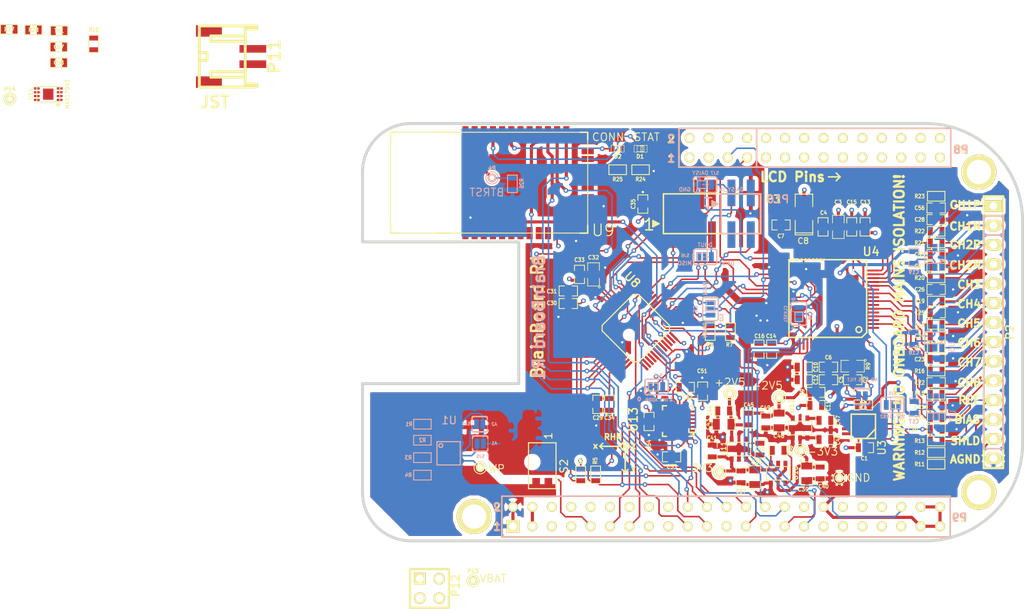
<source format=kicad_pcb>
(kicad_pcb (version 3) (host pcbnew "(2013-05-31 BZR 4019)-stable")
  (layers (15 Top signal) (2 Ground power hide) (1 Power power hide) (0 Bottom signal) (18 B.Paste user hide) (19 F.Paste user hide) (20 B.SilkS user) (21 F.SilkS user) (22 B.Mask user) (23 F.Mask user) (28 Edge.Cuts user))
  (net 0 "")
  (net 1 +2.5V)
  (net 2 +3.3V)
  (net 3 +BATT)
  (net 4 -2.5V)
  (net 5 -3.3V)
  (net 6 /A0)
  (net 7 /A1)
  (net 8 /A2)
  (net 9 "/BrainBoard AFE//CS")
  (net 10 "/BrainBoard AFE/BIASINV")
  (net 11 "/BrainBoard AFE/BIASOUT")
  (net 12 "/BrainBoard AFE/CLKSEL")
  (net 13 "/BrainBoard AFE/DAISY")
  (net 14 "/BrainBoard AFE/DAISY_IN")
  (net 15 "/BrainBoard AFE/DOUT")
  (net 16 "/BrainBoard AFE/SRB1")
  (net 17 "/BrainBoard AFE/SRB2")
  (net 18 "/BrainBoard AFE/VCAP1")
  (net 19 "/BrainBoard AFE/VCAP2")
  (net 20 "/BrainBoard AFE/VCAP3")
  (net 21 "/BrainBoard AFE/VCAP4")
  (net 22 "/BrainBoard AFE/VREFP")
  (net 23 "/BrainBoard Analog In/BIAS_ELEC")
  (net 24 "/BrainBoard Analog In/BIAS_SHD")
  (net 25 "/BrainBoard Analog In/CH1ELEC_N")
  (net 26 "/BrainBoard Analog In/CH1ELEC_P")
  (net 27 "/BrainBoard Analog In/CH2ELEC_N")
  (net 28 "/BrainBoard Analog In/CH2ELEC_P")
  (net 29 "/BrainBoard Analog In/CH3ELEC_P")
  (net 30 "/BrainBoard Analog In/CH4ELEC_P")
  (net 31 "/BrainBoard Analog In/CH5ELEC_P")
  (net 32 "/BrainBoard Analog In/CH6ELEC_P")
  (net 33 "/BrainBoard Analog In/CH7ELEC_P")
  (net 34 "/BrainBoard Analog In/CH8ELEC_P")
  (net 35 "/BrainBoard Analog In/REF_ELEC")
  (net 36 "/BrainBoard Bluetooth/FACTORY")
  (net 37 "/BrainBoard Bluetooth/STATUS")
  (net 38 "/BrainBoard Bluetooth/STATUSn")
  (net 39 "/BrainBoard IMU/AD0")
  (net 40 "/BrainBoard IMU/CPOUT")
  (net 41 "/BrainBoard IMU/REGOUT")
  (net 42 "/BrainBoard MCU/RESET_MCU")
  (net 43 "/BrainBoard MCU/TCK")
  (net 44 "/BrainBoard MCU/TDI")
  (net 45 "/BrainBoard MCU/TDO")
  (net 46 "/BrainBoard MCU/TMS")
  (net 47 "/BrainBoard Power/TS")
  (net 48 "/BrainBoard Power/~ALRT")
  (net 49 /CS_DAISY)
  (net 50 /CS_MAIN)
  (net 51 /DRDY)
  (net 52 /PWDN)
  (net 53 /WP)
  (net 54 AGND)
  (net 55 AIN1N)
  (net 56 AIN1P)
  (net 57 AIN2N)
  (net 58 AIN2P)
  (net 59 AIN3P)
  (net 60 AIN4P)
  (net 61 AIN5P)
  (net 62 AIN6P)
  (net 63 AIN7P)
  (net 64 AIN8P)
  (net 65 BIAS)
  (net 66 CLK)
  (net 67 DAISY_OUT)
  (net 68 I2C2_SCL)
  (net 69 I2C2_SDA)
  (net 70 IMU_INT)
  (net 71 MISO)
  (net 72 MOSI)
  (net 73 N-00000155)
  (net 74 N-00000157)
  (net 75 N-00000165)
  (net 76 N-00000167)
  (net 77 N-00000168)
  (net 78 N-00000170)
  (net 79 N-00000172)
  (net 80 N-00000173)
  (net 81 N-00000180)
  (net 82 N-0000020)
  (net 83 REF)
  (net 84 RESET_BT)
  (net 85 SCLK)
  (net 86 SHIELD)
  (net 87 UARTBT_CTS)
  (net 88 UARTBT_RTS)
  (net 89 UARTBT_RX)
  (net 90 UARTBT_TX)
  (net 91 UARTUC_RX)
  (net 92 UARTUC_TX)
  (module TQFP_64 (layer Top) (at 204.597 133.604 90)
    (fp_text reference U4 (at 6.223 5.588 180) (layer F.SilkS) (effects (font (size 1.09982 1.09982) (thickness 0.19812))))
    (fp_text value ADS1299 hide)
    (pad 1 smd rect (at -3.74904 5.86994 90) (size 0.24892 1.524) (layers Top F.Paste F.Mask) (net 16 "/BrainBoard AFE/SRB1"))
    (pad 2 smd rect (at -3.24866 5.86994 90) (size 0.24892 1.524) (layers Top F.Paste F.Mask) (net 64 AIN8P))
    (pad 3 smd rect (at -2.74828 5.86994 90) (size 0.24892 1.524) (layers Top F.Paste F.Mask) (net 16 "/BrainBoard AFE/SRB1"))
    (pad 4 smd rect (at -2.2479 5.86994 90) (size 0.24892 1.524) (layers Top F.Paste F.Mask) (net 63 AIN7P))
    (pad 5 smd rect (at -1.74752 5.86994 90) (size 0.24892 1.524) (layers Top F.Paste F.Mask) (net 16 "/BrainBoard AFE/SRB1"))
    (pad 6 smd rect (at -1.24968 5.86994 90) (size 0.24892 1.524) (layers Top F.Paste F.Mask) (net 62 AIN6P))
    (pad 7 smd rect (at -0.7493 5.86994 90) (size 0.24892 1.524) (layers Top F.Paste F.Mask) (net 16 "/BrainBoard AFE/SRB1"))
    (pad 8 smd rect (at -0.24892 5.86994 90) (size 0.24892 1.524) (layers Top F.Paste F.Mask) (net 61 AIN5P))
    (pad 9 smd rect (at 0.25146 5.86994 90) (size 0.24892 1.524) (layers Top F.Paste F.Mask) (net 16 "/BrainBoard AFE/SRB1"))
    (pad 10 smd rect (at 0.75184 5.86994 90) (size 0.24892 1.524) (layers Top F.Paste F.Mask) (net 60 AIN4P))
    (pad 11 smd rect (at 1.25222 5.86994 90) (size 0.24892 1.524) (layers Top F.Paste F.Mask) (net 16 "/BrainBoard AFE/SRB1"))
    (pad 12 smd rect (at 1.75006 5.86994 90) (size 0.24892 1.524) (layers Top F.Paste F.Mask) (net 59 AIN3P))
    (pad 13 smd rect (at 2.25044 5.86994 90) (size 0.24892 1.524) (layers Top F.Paste F.Mask) (net 57 AIN2N))
    (pad 14 smd rect (at 2.75082 5.86994 90) (size 0.24892 1.524) (layers Top F.Paste F.Mask) (net 58 AIN2P))
    (pad 15 smd rect (at 3.2512 5.86994 90) (size 0.24892 1.524) (layers Top F.Paste F.Mask) (net 55 AIN1N))
    (pad 16 smd rect (at 3.75158 5.86994 90) (size 0.24892 1.524) (layers Top F.Paste F.Mask) (net 56 AIN1P))
    (pad 17 smd rect (at 6.0325 3.74904 90) (size 1.524 0.24892) (layers Top F.Paste F.Mask) (net 16 "/BrainBoard AFE/SRB1"))
    (pad 18 smd rect (at 6.0325 3.24866 90) (size 1.524 0.24892) (layers Top F.Paste F.Mask) (net 17 "/BrainBoard AFE/SRB2"))
    (pad 19 smd rect (at 6.0325 2.74828 90) (size 1.524 0.24892) (layers Top F.Paste F.Mask) (net 1 +2.5V))
    (pad 20 smd rect (at 6.0325 2.2479 90) (size 1.524 0.24892) (layers Top F.Paste F.Mask) (net 4 -2.5V))
    (pad 21 smd rect (at 6.0325 1.74752 90) (size 1.524 0.24892) (layers Top F.Paste F.Mask) (net 1 +2.5V))
    (pad 22 smd rect (at 6.0325 1.24968 90) (size 1.524 0.24892) (layers Top F.Paste F.Mask) (net 1 +2.5V))
    (pad 23 smd rect (at 6.0325 0.7493 90) (size 1.524 0.24892) (layers Top F.Paste F.Mask) (net 4 -2.5V))
    (pad 24 smd rect (at 6.0325 0.24892 90) (size 1.524 0.24892) (layers Top F.Paste F.Mask) (net 22 "/BrainBoard AFE/VREFP"))
    (pad 25 smd rect (at 6.0325 -0.25146 90) (size 1.524 0.24892) (layers Top F.Paste F.Mask) (net 4 -2.5V))
    (pad 26 smd rect (at 6.0325 -0.75184 90) (size 1.524 0.24892) (layers Top F.Paste F.Mask) (net 21 "/BrainBoard AFE/VCAP4"))
    (pad 27 smd rect (at 6.0325 -1.25222 90) (size 1.524 0.24892) (layers Top F.Paste F.Mask))
    (pad 28 smd rect (at 6.0325 -1.75006 90) (size 1.524 0.24892) (layers Top F.Paste F.Mask) (net 18 "/BrainBoard AFE/VCAP1"))
    (pad 29 smd rect (at 6.0325 -2.25044 90) (size 1.524 0.24892) (layers Top F.Paste F.Mask))
    (pad 30 smd rect (at 6.0325 -2.75082 90) (size 1.524 0.24892) (layers Top F.Paste F.Mask) (net 19 "/BrainBoard AFE/VCAP2"))
    (pad 31 smd rect (at 6.0325 -3.2512 90) (size 1.524 0.24892) (layers Top F.Paste F.Mask) (net 54 AGND))
    (pad 32 smd rect (at 6.0325 -3.75158 90) (size 1.524 0.24892) (layers Top F.Paste F.Mask) (net 4 -2.5V))
    (pad 33 smd rect (at 3.75158 -6.0325 90) (size 0.24892 1.524) (layers Top F.Paste F.Mask) (net 54 AGND))
    (pad 34 smd rect (at 3.2512 -6.0325 90) (size 0.24892 1.524) (layers Top F.Paste F.Mask) (net 72 MOSI))
    (pad 35 smd rect (at 2.75082 -6.0325 90) (size 0.24892 1.524) (layers Top F.Paste F.Mask) (net 52 /PWDN))
    (pad 36 smd rect (at 2.25044 -6.0325 90) (size 0.24892 1.524) (layers Top F.Paste F.Mask) (net 2 +3.3V))
    (pad 37 smd rect (at 1.75006 -6.0325 90) (size 0.24892 1.524) (layers Top F.Paste F.Mask) (net 66 CLK))
    (pad 38 smd rect (at 1.25222 -6.0325 90) (size 0.24892 1.524) (layers Top F.Paste F.Mask) (net 54 AGND))
    (pad 39 smd rect (at 0.75184 -6.0325 90) (size 0.24892 1.524) (layers Top F.Paste F.Mask) (net 9 "/BrainBoard AFE//CS"))
    (pad 40 smd rect (at 0.25146 -6.0325 90) (size 0.24892 1.524) (layers Top F.Paste F.Mask) (net 85 SCLK))
    (pad 41 smd rect (at -0.24892 -6.0325 90) (size 0.24892 1.524) (layers Top F.Paste F.Mask) (net 13 "/BrainBoard AFE/DAISY"))
    (pad 42 smd rect (at -0.7493 -6.0325 90) (size 0.24892 1.524) (layers Top F.Paste F.Mask) (net 54 AGND))
    (pad 43 smd rect (at -1.24968 -6.0325 90) (size 0.24892 1.524) (layers Top F.Paste F.Mask) (net 15 "/BrainBoard AFE/DOUT"))
    (pad 44 smd rect (at -1.74752 -6.0325 90) (size 0.24892 1.524) (layers Top F.Paste F.Mask) (net 54 AGND))
    (pad 45 smd rect (at -2.2479 -6.0325 90) (size 0.24892 1.524) (layers Top F.Paste F.Mask) (net 54 AGND))
    (pad 46 smd rect (at -2.74828 -6.0325 90) (size 0.24892 1.524) (layers Top F.Paste F.Mask) (net 54 AGND))
    (pad 47 smd rect (at -3.24866 -6.0325 90) (size 0.24892 1.524) (layers Top F.Paste F.Mask) (net 51 /DRDY))
    (pad 48 smd rect (at -3.74904 -6.0325 90) (size 0.24892 1.524) (layers Top F.Paste F.Mask) (net 2 +3.3V))
    (pad 49 smd rect (at -5.86994 -3.75158 90) (size 1.524 0.24892) (layers Top F.Paste F.Mask) (net 54 AGND))
    (pad 50 smd rect (at -5.86994 -3.2512 90) (size 1.524 0.24892) (layers Top F.Paste F.Mask) (net 2 +3.3V))
    (pad 52 smd rect (at -5.86994 -2.25044 90) (size 1.524 0.24892) (layers Top F.Paste F.Mask) (net 12 "/BrainBoard AFE/CLKSEL"))
    (pad 51 smd rect (at -5.86994 -2.75082 90) (size 1.524 0.24892) (layers Top F.Paste F.Mask) (net 54 AGND))
    (pad 53 smd rect (at -5.86994 -1.75006 90) (size 1.524 0.24892) (layers Top F.Paste F.Mask) (net 4 -2.5V))
    (pad 54 smd rect (at -5.86994 -1.25222 90) (size 1.524 0.24892) (layers Top F.Paste F.Mask) (net 1 +2.5V))
    (pad 55 smd rect (at -5.86994 -0.75184 90) (size 1.524 0.24892) (layers Top F.Paste F.Mask) (net 20 "/BrainBoard AFE/VCAP3"))
    (pad 56 smd rect (at -5.86994 -0.25146 90) (size 1.524 0.24892) (layers Top F.Paste F.Mask) (net 1 +2.5V))
    (pad 57 smd rect (at -5.86994 0.24892 90) (size 1.524 0.24892) (layers Top F.Paste F.Mask) (net 4 -2.5V))
    (pad 58 smd rect (at -5.86994 0.7493 90) (size 1.524 0.24892) (layers Top F.Paste F.Mask) (net 4 -2.5V))
    (pad 59 smd rect (at -5.86994 1.24206 90) (size 1.524 0.24892) (layers Top F.Paste F.Mask) (net 1 +2.5V))
    (pad 60 smd rect (at -5.86994 1.74244 90) (size 1.524 0.24892) (layers Top F.Paste F.Mask))
    (pad 61 smd rect (at -5.86994 2.24282 90) (size 1.524 0.24892) (layers Top F.Paste F.Mask) (net 10 "/BrainBoard AFE/BIASINV"))
    (pad 62 smd rect (at -5.86994 2.7432 90) (size 1.524 0.24892) (layers Top F.Paste F.Mask) (net 65 BIAS))
    (pad 63 smd rect (at -5.86994 3.24104 90) (size 1.524 0.24892) (layers Top F.Paste F.Mask) (net 11 "/BrainBoard AFE/BIASOUT"))
    (pad 64 smd rect (at -5.86994 3.74142 90) (size 1.524 0.24892) (layers Top F.Paste F.Mask))
  )
  (module SM0805 (layer Top) (at 205.897 124.142 270)
    (fp_text reference C3 (at -3.238 0.03 360) (layer F.SilkS) (effects (font (size 0.50038 0.50038) (thickness 0.10922))))
    (fp_text value 10uF hide)
    (pad 1 smd rect (at -0.9525 0 270) (size 0.889 1.397) (layers Top F.Paste F.Mask) (net 4 -2.5V))
    (pad 2 smd rect (at 0.9525 0 270) (size 0.889 1.397) (layers Top F.Paste F.Mask) (net 22 "/BrainBoard AFE/VREFP"))
  )
  (module SparkFun-Passives-SJ_2S-NOTRACE (layer Bottom) (at 158.9659 149.9616)
    (fp_text reference SJ4 (at -1.778 -0.0635) (layer B.SilkS) (effects (font (size 0.4064 0.4064) (thickness 0.0889)) (justify mirror)))
    (fp_text value A2 (at 1.905 0) (layer B.SilkS) (effects (font (size 0.4064 0.4064) (thickness 0.0889)) (justify mirror)))
    (pad 1 smd rect (at -0.39878 0) (size 0.635 1.27) (layers Bottom B.Paste B.Mask) (net 8 /A2))
    (pad 2 smd rect (at 0.41148 0) (size 0.635 1.27) (layers Bottom B.Paste B.Mask) (net 54 AGND))
  )
  (module SparkFun-Passives-SJ_2S-NOTRACE (layer Bottom) (at 159.0294 152.5016)
    (fp_text reference SJ5 (at 0.0635 1.651) (layer B.SilkS) (effects (font (size 0.4064 0.4064) (thickness 0.0889)) (justify mirror)))
    (fp_text value A1 (at 1.8415 -0.0635) (layer B.SilkS) (effects (font (size 0.4064 0.4064) (thickness 0.0889)) (justify mirror)))
    (pad 1 smd rect (at -0.39878 0) (size 0.635 1.27) (layers Bottom B.Paste B.Mask) (net 7 /A1))
    (pad 2 smd rect (at 0.41148 0) (size 0.635 1.27) (layers Bottom B.Paste B.Mask) (net 54 AGND))
  )
  (module SparkFun-Passives-SJ_3_PASTE2&3 (layer Bottom) (at 212.979 147.447)
    (fp_text reference SJ1 (at 0 -1.524) (layer B.SilkS) (effects (font (size 0.4064 0.4064) (thickness 0.0889)) (justify mirror)))
    (fp_text value REF-SRB2 hide)
    (fp_text user REF-SRB2 (at 0 1.524) (layer B.SilkS) (effects (font (size 0.4064 0.4064) (thickness 0.0889)) (justify mirror)))
    (pad 1 smd rect (at -0.8128 0) (size 0.635 1.27) (layers Bottom B.Paste B.Mask) (net 17 "/BrainBoard AFE/SRB2"))
    (pad 2 smd rect (at 0 0) (size 0.635 1.27) (layers Bottom B.Paste B.Mask) (net 81 N-00000180))
    (pad 3 smd rect (at 0.8128 0) (size 0.635 1.27) (layers Bottom B.Paste B.Mask) (net 83 REF))
  )
  (module SSOP8 (layer Bottom) (at 154.9019 153.7716)
    (fp_text reference U1 (at 0.0635 -4.318) (layer B.SilkS) (effects (font (size 1.016 1.016) (thickness 0.1524)) (justify mirror)))
    (fp_text value 24C256 hide)
    (pad 1 smd rect (at -0.9779 -2.2225) (size 0.4064 1.27) (layers Bottom B.Paste B.Mask) (net 6 /A0))
    (pad 2 smd rect (at -0.3302 -2.2225) (size 0.4064 1.27) (layers Bottom B.Paste B.Mask) (net 7 /A1))
    (pad 3 smd rect (at 0.3302 -2.2225) (size 0.4064 1.27) (layers Bottom B.Paste B.Mask) (net 8 /A2))
    (pad 4 smd rect (at 0.9779 -2.2225) (size 0.4064 1.27) (layers Bottom B.Paste B.Mask) (net 54 AGND))
    (pad 5 smd rect (at 0.9779 2.2225) (size 0.4064 1.27) (layers Bottom B.Paste B.Mask) (net 69 I2C2_SDA))
    (pad 6 smd rect (at 0.3302 2.2225) (size 0.4064 1.27) (layers Bottom B.Paste B.Mask) (net 68 I2C2_SCL))
    (pad 7 smd rect (at -0.3302 2.2225) (size 0.4064 1.27) (layers Bottom B.Paste B.Mask) (net 53 /WP))
    (pad 8 smd rect (at -0.9779 2.2225) (size 0.4064 1.27) (layers Bottom B.Paste B.Mask) (net 2 +3.3V))
  )
  (module SparkFun-Passives-SJ_2S-NO (layer Bottom) (at 208.9785 146.304)
    (fp_text reference SJ3 (at 0.10668 1.4732) (layer B.SilkS) (effects (font (size 0.4064 0.4064) (thickness 0.0889)) (justify mirror)))
    (fp_text value "NO BIAS FILT" (at 0.0635 -2.159) (layer B.SilkS) (effects (font (size 0.4064 0.4064) (thickness 0.0889)) (justify mirror)))
    (pad 1 smd rect (at -0.44958 0) (size 0.635 1.27) (layers Bottom B.Paste B.Mask) (net 10 "/BrainBoard AFE/BIASINV"))
    (pad 2 smd rect (at 0.44958 0) (size 0.635 1.27) (layers Bottom B.Paste B.Mask) (net 11 "/BrainBoard AFE/BIASOUT"))
  )
  (module SOT23-5 (layer Top) (at 198.0165 156.392 180)
    (fp_text reference U10 (at -2.2625 0.055 270) (layer F.SilkS) (effects (font (size 0.635 0.635) (thickness 0.127))))
    (fp_text value TPS60403 hide)
    (pad 1 smd rect (at -0.9525 1.27 180) (size 0.508 0.762) (layers Top F.Paste F.Mask) (net 5 -3.3V))
    (pad 3 smd rect (at 0.9525 1.27 180) (size 0.508 0.762) (layers Top F.Paste F.Mask) (net 77 N-00000168))
    (pad 5 smd rect (at -0.9525 -1.27 180) (size 0.508 0.762) (layers Top F.Paste F.Mask) (net 76 N-00000167))
    (pad 2 smd rect (at 0 1.27 180) (size 0.508 0.762) (layers Top F.Paste F.Mask) (net 2 +3.3V))
    (pad 4 smd rect (at 0.9525 -1.27 180) (size 0.508 0.762) (layers Top F.Paste F.Mask) (net 54 AGND))
  )
  (module SM0805 (layer Top) (at 207.772 142.367 180)
    (fp_text reference R9 (at -2.032 0 270) (layer F.SilkS) (effects (font (size 0.50038 0.50038) (thickness 0.10922))))
    (fp_text value 499K,0.1% hide)
    (pad 1 smd rect (at -0.9525 0 180) (size 0.889 1.397) (layers Top F.Paste F.Mask) (net 11 "/BrainBoard AFE/BIASOUT"))
    (pad 2 smd rect (at 0.9525 0 180) (size 0.889 1.397) (layers Top F.Paste F.Mask) (net 10 "/BrainBoard AFE/BIASINV"))
  )
  (module SM0603 (layer Top) (at 218.694 126.238 180)
    (fp_text reference R21 (at 2.159 0 180) (layer F.SilkS) (effects (font (size 0.508 0.4572) (thickness 0.1143))))
    (fp_text value 4.99K hide)
    (pad 1 smd rect (at -0.762 0 180) (size 0.635 1.143) (layers Top F.Paste F.Mask) (net 28 "/BrainBoard Analog In/CH2ELEC_P"))
    (pad 2 smd rect (at 0.762 0 180) (size 0.635 1.143) (layers Top F.Paste F.Mask) (net 58 AIN2P))
  )
  (module SM0603 (layer Top) (at 218.694 149.098 180)
    (fp_text reference R14 (at 2.159 0 180) (layer F.SilkS) (effects (font (size 0.508 0.4572) (thickness 0.1143))))
    (fp_text value 4.99K hide)
    (pad 1 smd rect (at -0.762 0 180) (size 0.635 1.143) (layers Top F.Paste F.Mask) (net 34 "/BrainBoard Analog In/CH8ELEC_P"))
    (pad 2 smd rect (at 0.762 0 180) (size 0.635 1.143) (layers Top F.Paste F.Mask) (net 64 AIN8P))
  )
  (module SM0603 (layer Top) (at 218.694 130.81 180)
    (fp_text reference R20 (at 2.159 0 180) (layer F.SilkS) (effects (font (size 0.508 0.4572) (thickness 0.1143))))
    (fp_text value 4.99K hide)
    (pad 1 smd rect (at -0.762 0 180) (size 0.635 1.143) (layers Top F.Paste F.Mask) (net 27 "/BrainBoard Analog In/CH2ELEC_N"))
    (pad 2 smd rect (at 0.762 0 180) (size 0.635 1.143) (layers Top F.Paste F.Mask) (net 57 AIN2N))
  )
  (module SM0603 (layer Top) (at 218.694 133.858 180)
    (fp_text reference R19 (at 2.159 0 180) (layer F.SilkS) (effects (font (size 0.508 0.4572) (thickness 0.1143))))
    (fp_text value 4.99K hide)
    (pad 1 smd rect (at -0.762 0 180) (size 0.635 1.143) (layers Top F.Paste F.Mask) (net 29 "/BrainBoard Analog In/CH3ELEC_P"))
    (pad 2 smd rect (at 0.762 0 180) (size 0.635 1.143) (layers Top F.Paste F.Mask) (net 59 AIN3P))
  )
  (module SM0603 (layer Top) (at 218.694 136.906 180)
    (fp_text reference R18 (at 2.159 -0.127 180) (layer F.SilkS) (effects (font (size 0.508 0.4572) (thickness 0.1143))))
    (fp_text value 4.99K hide)
    (pad 1 smd rect (at -0.762 0 180) (size 0.635 1.143) (layers Top F.Paste F.Mask) (net 30 "/BrainBoard Analog In/CH4ELEC_P"))
    (pad 2 smd rect (at 0.762 0 180) (size 0.635 1.143) (layers Top F.Paste F.Mask) (net 60 AIN4P))
  )
  (module SM0603 (layer Top) (at 218.694 139.954 180)
    (fp_text reference R17 (at 2.159 0 180) (layer F.SilkS) (effects (font (size 0.508 0.4572) (thickness 0.1143))))
    (fp_text value 4.99K hide)
    (pad 1 smd rect (at -0.762 0 180) (size 0.635 1.143) (layers Top F.Paste F.Mask) (net 31 "/BrainBoard Analog In/CH5ELEC_P"))
    (pad 2 smd rect (at 0.762 0 180) (size 0.635 1.143) (layers Top F.Paste F.Mask) (net 61 AIN5P))
  )
  (module SM0603 (layer Top) (at 218.694 143.002 180)
    (fp_text reference R16 (at 2.159 0 180) (layer F.SilkS) (effects (font (size 0.508 0.4572) (thickness 0.1143))))
    (fp_text value 4.99K hide)
    (pad 1 smd rect (at -0.762 0 180) (size 0.635 1.143) (layers Top F.Paste F.Mask) (net 32 "/BrainBoard Analog In/CH6ELEC_P"))
    (pad 2 smd rect (at 0.762 0 180) (size 0.635 1.143) (layers Top F.Paste F.Mask) (net 62 AIN6P))
  )
  (module SM0603 (layer Top) (at 218.694 146.05 180)
    (fp_text reference R15 (at 2.159 0.127 180) (layer F.SilkS) (effects (font (size 0.508 0.4572) (thickness 0.1143))))
    (fp_text value 4.99K hide)
    (pad 1 smd rect (at -0.762 0 180) (size 0.635 1.143) (layers Top F.Paste F.Mask) (net 33 "/BrainBoard Analog In/CH7ELEC_P"))
    (pad 2 smd rect (at 0.762 0 180) (size 0.635 1.143) (layers Top F.Paste F.Mask) (net 63 AIN7P))
  )
  (module SM0603 (layer Top) (at 218.694 153.67 180)
    (fp_text reference R12 (at 2.159 0 180) (layer F.SilkS) (effects (font (size 0.508 0.4572) (thickness 0.1143))))
    (fp_text value 4.99K hide)
    (pad 1 smd rect (at -0.762 0 180) (size 0.635 1.143) (layers Top F.Paste F.Mask) (net 23 "/BrainBoard Analog In/BIAS_ELEC"))
    (pad 2 smd rect (at 0.762 0 180) (size 0.635 1.143) (layers Top F.Paste F.Mask) (net 65 BIAS))
  )
  (module SM0603 (layer Top) (at 218.694 155.194 180)
    (fp_text reference R11 (at 2.159 0 180) (layer F.SilkS) (effects (font (size 0.508 0.4572) (thickness 0.1143))))
    (fp_text value 4.99K hide)
    (pad 1 smd rect (at -0.762 0 180) (size 0.635 1.143) (layers Top F.Paste F.Mask) (net 24 "/BrainBoard Analog In/BIAS_SHD"))
    (pad 2 smd rect (at 0.762 0 180) (size 0.635 1.143) (layers Top F.Paste F.Mask) (net 86 SHIELD))
  )
  (module SM0603 (layer Top) (at 218.694 152.146 180)
    (fp_text reference R13 (at 2.159 0 180) (layer F.SilkS) (effects (font (size 0.508 0.4572) (thickness 0.1143))))
    (fp_text value 4.99K hide)
    (pad 1 smd rect (at -0.762 0 180) (size 0.635 1.143) (layers Top F.Paste F.Mask) (net 35 "/BrainBoard Analog In/REF_ELEC"))
    (pad 2 smd rect (at 0.762 0 180) (size 0.635 1.143) (layers Top F.Paste F.Mask) (net 83 REF))
  )
  (module SM0603 (layer Top) (at 180.0193 116.6674)
    (fp_text reference R24 (at 0 1.25) (layer F.SilkS) (effects (font (size 0.508 0.4572) (thickness 0.1143))))
    (fp_text value 330 hide)
    (pad 1 smd rect (at -0.762 0) (size 0.635 1.143) (layers Top F.Paste F.Mask) (net 74 N-00000157))
    (pad 2 smd rect (at 0.762 0) (size 0.635 1.143) (layers Top F.Paste F.Mask) (net 54 AGND))
  )
  (module SM0603 (layer Top) (at 172.1866 156.591 270)
    (fp_text reference R6 (at -1.8415 0 270) (layer F.SilkS) (effects (font (size 0.508 0.4572) (thickness 0.1143))))
    (fp_text value 5.6K hide)
    (pad 1 smd rect (at -0.762 0 270) (size 0.635 1.143) (layers Top F.Paste F.Mask) (net 2 +3.3V))
    (pad 2 smd rect (at 0.762 0 270) (size 0.635 1.143) (layers Top F.Paste F.Mask) (net 69 I2C2_SDA))
  )
  (module SM0603 (layer Top) (at 174.1424 156.591 270)
    (fp_text reference R5 (at -1.8415 0.0635 270) (layer F.SilkS) (effects (font (size 0.508 0.4572) (thickness 0.1143))))
    (fp_text value 5.6K hide)
    (pad 1 smd rect (at -0.762 0 270) (size 0.635 1.143) (layers Top F.Paste F.Mask) (net 2 +3.3V))
    (pad 2 smd rect (at 0.762 0 270) (size 0.635 1.143) (layers Top F.Paste F.Mask) (net 68 I2C2_SCL))
  )
  (module SM0603 (layer Bottom) (at 151.4729 156.6291)
    (fp_text reference R4 (at -1.8415 0) (layer B.SilkS) (effects (font (size 0.508 0.4572) (thickness 0.1143)) (justify mirror)))
    (fp_text value 10K hide)
    (pad 1 smd rect (at -0.762 0) (size 0.635 1.143) (layers Bottom B.Paste B.Mask) (net 2 +3.3V))
    (pad 2 smd rect (at 0.762 0) (size 0.635 1.143) (layers Bottom B.Paste B.Mask) (net 53 /WP))
  )
  (module SM0603 (layer Bottom) (at 151.4729 152.0571)
    (fp_text reference R2 (at 0 0) (layer B.SilkS) (effects (font (size 0.508 0.4572) (thickness 0.1143)) (justify mirror)))
    (fp_text value 4.7K hide)
    (pad 1 smd rect (at -0.762 0) (size 0.635 1.143) (layers Bottom B.Paste B.Mask) (net 2 +3.3V))
    (pad 2 smd rect (at 0.762 0) (size 0.635 1.143) (layers Bottom B.Paste B.Mask) (net 7 /A1))
  )
  (module SM0603 (layer Bottom) (at 151.4729 154.3431)
    (fp_text reference R3 (at -1.8415 0) (layer B.SilkS) (effects (font (size 0.508 0.4572) (thickness 0.1143)) (justify mirror)))
    (fp_text value 4.7K hide)
    (pad 1 smd rect (at -0.762 0) (size 0.635 1.143) (layers Bottom B.Paste B.Mask) (net 2 +3.3V))
    (pad 2 smd rect (at 0.762 0) (size 0.635 1.143) (layers Bottom B.Paste B.Mask) (net 6 /A0))
  )
  (module SM0603 (layer Bottom) (at 151.4729 149.9616)
    (fp_text reference R1 (at -1.778 0) (layer B.SilkS) (effects (font (size 0.508 0.4572) (thickness 0.1143)) (justify mirror)))
    (fp_text value 4.7K hide)
    (pad 1 smd rect (at -0.762 0) (size 0.635 1.143) (layers Bottom B.Paste B.Mask) (net 2 +3.3V))
    (pad 2 smd rect (at 0.762 0) (size 0.635 1.143) (layers Bottom B.Paste B.Mask) (net 8 /A2))
  )
  (module SM0603 (layer Top) (at 108.458 100.203 90)
    (fp_text reference R10 (at 1.8542 0 180) (layer F.SilkS) (effects (font (size 0.508 0.4572) (thickness 0.1143))))
    (fp_text value 75k hide)
    (pad 1 smd rect (at -0.762 0 90) (size 0.635 1.143) (layers Top F.Paste F.Mask) (net 47 "/BrainBoard Power/TS"))
    (pad 2 smd rect (at 0.762 0 90) (size 0.635 1.143) (layers Top F.Paste F.Mask) (net 54 AGND))
  )
  (module SM0603 (layer Top) (at 189.1284 137.8458 90)
    (fp_text reference R8 (at -1.75 0 180) (layer F.SilkS) (effects (font (size 0.508 0.4572) (thickness 0.1143))))
    (fp_text value 10K hide)
    (pad 1 smd rect (at -0.762 0 90) (size 0.635 1.143) (layers Top F.Paste F.Mask) (net 2 +3.3V))
    (pad 2 smd rect (at 0.762 0 90) (size 0.635 1.143) (layers Top F.Paste F.Mask) (net 52 /PWDN))
  )
  (module SM0603 (layer Top) (at 191.77 137.8585 90)
    (fp_text reference R7 (at -1.7145 -0.127 180) (layer F.SilkS) (effects (font (size 0.508 0.4572) (thickness 0.1143))))
    (fp_text value 10K hide)
    (pad 1 smd rect (at -0.762 0 90) (size 0.635 1.143) (layers Top F.Paste F.Mask) (net 2 +3.3V))
    (pad 2 smd rect (at 0.762 0 90) (size 0.635 1.143) (layers Top F.Paste F.Mask) (net 9 "/BrainBoard AFE//CS"))
  )
  (module MSOP_8 (layer Top) (at 209.169 150.241 90)
    (fp_text reference U3 (at -2.794 2.413 90) (layer F.SilkS) (effects (font (size 1.00076 1.00076) (thickness 0.1524))))
    (fp_text value OPA2376 hide)
    (pad 1 smd rect (at -0.97536 2.159 90) (size 0.381 1.27) (layers Top F.Paste F.Mask) (net 86 SHIELD))
    (pad 2 smd rect (at -0.32512 2.159 90) (size 0.381 1.27) (layers Top F.Paste F.Mask) (net 86 SHIELD))
    (pad 3 smd rect (at 0.32512 2.159 90) (size 0.381 1.27) (layers Top F.Paste F.Mask) (net 65 BIAS))
    (pad 4 smd rect (at 0.97536 2.159 90) (size 0.381 1.27) (layers Top F.Paste F.Mask) (net 4 -2.5V))
    (pad 5 smd rect (at 0.97536 -2.159 90) (size 0.381 1.27) (layers Top F.Paste F.Mask) (net 81 N-00000180))
    (pad 6 smd rect (at 0.32512 -2.159 90) (size 0.381 1.27) (layers Top F.Paste F.Mask) (net 16 "/BrainBoard AFE/SRB1"))
    (pad 7 smd rect (at -0.32512 -2.159 90) (size 0.381 1.27) (layers Top F.Paste F.Mask) (net 16 "/BrainBoard AFE/SRB1"))
    (pad 8 smd rect (at -0.97536 -2.159 90) (size 0.381 1.27) (layers Top F.Paste F.Mask) (net 1 +2.5V))
  )
  (module PINTST (layer Top) (at 159.0294 155.6512 180)
    (fp_text reference P1 hide)
    (fp_text value WP (at -2.159 -0.1524 180) (layer F.SilkS) (effects (font (size 1.016 1.016) (thickness 0.127))))
    (pad 1 thru_hole circle (at 0 0 180) (size 1.143 1.143) (drill 0.635) (layers *.Cu *.Mask F.SilkS) (net 53 /WP))
  )
  (module SM0805 (layer Top) (at 173.863 130.3655 90)
    (fp_text reference C32 (at 2.2225 0 180) (layer F.SilkS) (effects (font (size 0.50038 0.50038) (thickness 0.10922))))
    (fp_text value 10uF hide)
    (pad 1 smd rect (at -0.9525 0 90) (size 0.889 1.397) (layers Top F.Paste F.Mask) (net 2 +3.3V))
    (pad 2 smd rect (at 0.9525 0 90) (size 0.889 1.397) (layers Top F.Paste F.Mask) (net 54 AGND))
  )
  (module KMR231GLFS (layer Top) (at 166.9542 155.3972 90)
    (fp_text reference S2 (at -0.0635 3.048 90) (layer F.SilkS))
    (fp_text value SMT_BUTTON hide)
    (fp_text user 1 (at 3.9 1 90) (layer F.SilkS))
    (pad 4 smd rect (at -2.05 -0.6 90) (size 0.9 1) (layers Top F.Paste F.Mask) (net 82 N-0000020))
    (pad 2 smd rect (at -2.05 1 90) (size 0.9 1) (layers Top F.Paste F.Mask) (net 82 N-0000020))
    (pad 3 smd rect (at 2.05 -0.6 90) (size 0.9 1) (layers Top F.Paste F.Mask) (net 54 AGND))
    (pad 1 smd rect (at 2.05 1 90) (size 0.9 1) (layers Top F.Paste F.Mask) (net 54 AGND))
  )
  (module SM0603 (layer Top) (at 218.694 124.714 180)
    (fp_text reference R22 (at 2.159 0 180) (layer F.SilkS) (effects (font (size 0.508 0.4572) (thickness 0.1143))))
    (fp_text value 4.99K hide)
    (pad 1 smd rect (at -0.762 0 180) (size 0.635 1.143) (layers Top F.Paste F.Mask) (net 25 "/BrainBoard Analog In/CH1ELEC_N"))
    (pad 2 smd rect (at 0.762 0 180) (size 0.635 1.143) (layers Top F.Paste F.Mask) (net 55 AIN1N))
  )
  (module SM0603 (layer Top) (at 218.694 120.142 180)
    (fp_text reference R23 (at 2.159 0 180) (layer F.SilkS) (effects (font (size 0.508 0.4572) (thickness 0.1143))))
    (fp_text value 4.99K hide)
    (pad 1 smd rect (at -0.762 0 180) (size 0.635 1.143) (layers Top F.Paste F.Mask) (net 26 "/BrainBoard Analog In/CH1ELEC_P"))
    (pad 2 smd rect (at 0.762 0 180) (size 0.635 1.143) (layers Top F.Paste F.Mask) (net 56 AIN1P))
  )
  (module LED-0603 (layer Top) (at 180.0193 113.9174)
    (fp_text reference D1 (at -0.0603 1.0176) (layer F.SilkS) (effects (font (size 0.508 0.508) (thickness 0.127))))
    (fp_text value STAT (at 0.8287 -1.5224) (layer F.SilkS) (effects (font (size 1.016 1.016) (thickness 0.127))))
    (pad 1 smd rect (at -0.7493 0) (size 0.79756 0.79756) (layers Top F.Paste F.Mask) (net 38 "/BrainBoard Bluetooth/STATUSn"))
    (pad 2 smd rect (at 0.7493 0) (size 0.79756 0.79756) (layers Top F.Paste F.Mask) (net 74 N-00000157))
  )
  (module LED-0603 (layer Top) (at 177.0193 113.9174)
    (fp_text reference D2 (at 0.0187 1.0176) (layer F.SilkS) (effects (font (size 0.508 0.508) (thickness 0.127))))
    (fp_text value CONN (at -1.2513 -1.5224) (layer F.SilkS) (effects (font (size 1.016 1.016) (thickness 0.127))))
    (pad 1 smd rect (at -0.7493 0) (size 0.79756 0.79756) (layers Top F.Paste F.Mask) (net 37 "/BrainBoard Bluetooth/STATUS"))
    (pad 2 smd rect (at 0.7493 0) (size 0.79756 0.79756) (layers Top F.Paste F.Mask) (net 73 N-00000155))
  )
  (module PINTST (layer Top) (at 201.0165 153.392 180)
    (fp_text reference P6 hide)
    (fp_text value -3V3 (at -2.8185 -0.151 180) (layer F.SilkS) (effects (font (size 1.016 1.016) (thickness 0.127))))
    (pad 1 thru_hole circle (at 0 0 180) (size 1.143 1.143) (drill 0.635) (layers *.Cu *.Mask F.SilkS) (net 5 -3.3V))
  )
  (module PINTST (layer Top) (at 190.373 156.21 180)
    (fp_text reference P7 hide)
    (fp_text value 3V3 (at 2.286 0.508 180) (layer F.SilkS) (effects (font (size 1.016 1.016) (thickness 0.127))))
    (pad 1 thru_hole circle (at 0 0 180) (size 1.143 1.143) (drill 0.635) (layers *.Cu *.Mask F.SilkS) (net 2 +3.3V))
  )
  (module PINTST (layer Top) (at 206.0194 156.9974 180)
    (fp_text reference P5 hide)
    (fp_text value GND (at -2.5146 0.0254 180) (layer F.SilkS) (effects (font (size 1.016 1.016) (thickness 0.127))))
    (pad 1 thru_hole circle (at 0 0 180) (size 1.143 1.143) (drill 0.635) (layers *.Cu *.Mask F.SilkS) (net 54 AGND))
  )
  (module PINTST (layer Top) (at 191.7065 145.9865 180)
    (fp_text reference P8 hide)
    (fp_text value +2V5 (at 0 1.5 180) (layer F.SilkS) (effects (font (size 1.016 1.016) (thickness 0.127))))
    (pad 1 thru_hole circle (at 0 0 180) (size 1.143 1.143) (drill 0.635) (layers *.Cu *.Mask F.SilkS) (net 1 +2.5V))
  )
  (module PINTST (layer Bottom) (at 160.5788 117.729 180)
    (fp_text reference P4 (at 0 1.26746 180) (layer B.SilkS) (effects (font (size 0.508 0.508) (thickness 0.127)) (justify mirror)))
    (fp_text value BTRST (at 0.6858 -1.905 180) (layer B.SilkS) (effects (font (size 1.016 1.016) (thickness 0.127)) (justify mirror)))
    (pad 1 thru_hole circle (at 0 0 180) (size 1.143 1.143) (drill 0.635) (layers *.Cu *.Mask B.SilkS) (net 36 "/BrainBoard Bluetooth/FACTORY"))
  )
  (module SOT23_6 (layer Bottom) (at 218.5035 138.684 180)
    (fp_text reference U6 (at -2.2225 -1.143 270) (layer B.SilkS) (effects (font (size 0.762 0.762) (thickness 0.0762)) (justify mirror)))
    (fp_text value TPD4E001DBV hide)
    (pad 6 smd rect (at -0.9525 1.27 180) (size 0.70104 1.00076) (layers Bottom B.Paste B.Mask) (net 30 "/BrainBoard Analog In/CH4ELEC_P"))
    (pad 5 smd rect (at 0 1.27 180) (size 0.70104 1.00076) (layers Bottom B.Paste B.Mask) (net 1 +2.5V))
    (pad 4 smd rect (at 0.9525 1.27 180) (size 0.70104 1.00076) (layers Bottom B.Paste B.Mask) (net 29 "/BrainBoard Analog In/CH3ELEC_P"))
    (pad 3 smd rect (at 0.9525 -1.27 180) (size 0.70104 1.00076) (layers Bottom B.Paste B.Mask) (net 32 "/BrainBoard Analog In/CH6ELEC_P"))
    (pad 2 smd rect (at 0 -1.27 180) (size 0.70104 1.00076) (layers Bottom B.Paste B.Mask) (net 4 -2.5V))
    (pad 1 smd rect (at -0.9525 -1.27 180) (size 0.70104 1.00076) (layers Bottom B.Paste B.Mask) (net 31 "/BrainBoard Analog In/CH5ELEC_P"))
  )
  (module SOT23_6 (layer Bottom) (at 218.694 147.701 180)
    (fp_text reference U7 (at -2.159 -1.143 270) (layer B.SilkS) (effects (font (size 0.762 0.762) (thickness 0.0762)) (justify mirror)))
    (fp_text value TPD4E001DBV hide)
    (pad 6 smd rect (at -0.9525 1.27 180) (size 0.70104 1.00076) (layers Bottom B.Paste B.Mask) (net 34 "/BrainBoard Analog In/CH8ELEC_P"))
    (pad 5 smd rect (at 0 1.27 180) (size 0.70104 1.00076) (layers Bottom B.Paste B.Mask) (net 1 +2.5V))
    (pad 4 smd rect (at 0.9525 1.27 180) (size 0.70104 1.00076) (layers Bottom B.Paste B.Mask) (net 33 "/BrainBoard Analog In/CH7ELEC_P"))
    (pad 3 smd rect (at 0.9525 -1.27 180) (size 0.70104 1.00076) (layers Bottom B.Paste B.Mask) (net 23 "/BrainBoard Analog In/BIAS_ELEC"))
    (pad 2 smd rect (at 0 -1.27 180) (size 0.70104 1.00076) (layers Bottom B.Paste B.Mask) (net 4 -2.5V))
    (pad 1 smd rect (at -0.9525 -1.27 180) (size 0.70104 1.00076) (layers Bottom B.Paste B.Mask) (net 35 "/BrainBoard Analog In/REF_ELEC"))
  )
  (module SOT23_6 (layer Bottom) (at 218.5035 128.143 180)
    (fp_text reference U5 (at -2.2225 -1.016 270) (layer B.SilkS) (effects (font (size 0.762 0.762) (thickness 0.0762)) (justify mirror)))
    (fp_text value TPD4E001DBV hide)
    (pad 6 smd rect (at -0.9525 1.27 180) (size 0.70104 1.00076) (layers Bottom B.Paste B.Mask) (net 25 "/BrainBoard Analog In/CH1ELEC_N"))
    (pad 5 smd rect (at 0 1.27 180) (size 0.70104 1.00076) (layers Bottom B.Paste B.Mask) (net 1 +2.5V))
    (pad 4 smd rect (at 0.9525 1.27 180) (size 0.70104 1.00076) (layers Bottom B.Paste B.Mask) (net 26 "/BrainBoard Analog In/CH1ELEC_P"))
    (pad 3 smd rect (at 0.9525 -1.27 180) (size 0.70104 1.00076) (layers Bottom B.Paste B.Mask) (net 27 "/BrainBoard Analog In/CH2ELEC_N"))
    (pad 2 smd rect (at 0 -1.27 180) (size 0.70104 1.00076) (layers Bottom B.Paste B.Mask) (net 4 -2.5V))
    (pad 1 smd rect (at -0.9525 -1.27 180) (size 0.70104 1.00076) (layers Bottom B.Paste B.Mask) (net 28 "/BrainBoard Analog In/CH2ELEC_P"))
  )
  (module -TQFP48 (layer Top) (at 179.397 137.392 135)
    (fp_text reference U8 (at 4.795598 4.153545 135) (layer F.SilkS) (effects (font (size 1.09982 1.09982) (thickness 0.19812))))
    (fp_text value ATUC3L064 hide)
    (pad 1 smd rect (at -2.74828 4.24942 135) (size 0.29972 1.4986) (layers Top F.Paste F.Mask) (net 54 AGND))
    (pad 2 smd rect (at -2.2479 4.24942 135) (size 0.29972 1.4986) (layers Top F.Paste F.Mask) (net 52 /PWDN))
    (pad 3 smd rect (at -1.74752 4.24942 135) (size 0.29972 1.4986) (layers Top F.Paste F.Mask) (net 49 /CS_DAISY))
    (pad 4 smd rect (at -1.24968 4.24942 135) (size 0.29972 1.4986) (layers Top F.Paste F.Mask) (net 44 "/BrainBoard MCU/TDI"))
    (pad 5 smd rect (at -0.7493 4.24942 135) (size 0.29972 1.4986) (layers Top F.Paste F.Mask))
    (pad 6 smd rect (at -0.24892 4.24942 135) (size 0.29972 1.4986) (layers Top F.Paste F.Mask) (net 50 /CS_MAIN))
    (pad 7 smd rect (at 0.24892 4.24942 135) (size 0.29972 1.4986) (layers Top F.Paste F.Mask) (net 71 MISO))
    (pad 8 smd rect (at 0.7493 4.24942 135) (size 0.29972 1.4986) (layers Top F.Paste F.Mask) (net 72 MOSI))
    (pad 9 smd rect (at 1.24968 4.24942 135) (size 0.29972 1.4986) (layers Top F.Paste F.Mask))
    (pad 10 smd rect (at 1.74752 4.24942 135) (size 0.29972 1.4986) (layers Top F.Paste F.Mask) (net 92 UARTUC_TX))
    (pad 11 smd rect (at 2.2479 4.24942 135) (size 0.29972 1.4986) (layers Top F.Paste F.Mask) (net 43 "/BrainBoard MCU/TCK"))
    (pad 12 smd rect (at 2.74828 4.24942 135) (size 0.29972 1.4986) (layers Top F.Paste F.Mask) (net 69 I2C2_SDA))
    (pad 13 smd rect (at 4.24942 2.74828 135) (size 1.4986 0.29972) (layers Top F.Paste F.Mask) (net 45 "/BrainBoard MCU/TDO"))
    (pad 14 smd rect (at 4.24942 2.2479 135) (size 1.4986 0.29972) (layers Top F.Paste F.Mask) (net 46 "/BrainBoard MCU/TMS"))
    (pad 15 smd rect (at 4.24942 1.74752 135) (size 1.4986 0.29972) (layers Top F.Paste F.Mask) (net 91 UARTUC_RX))
    (pad 16 smd rect (at 4.24942 1.24968 135) (size 1.4986 0.29972) (layers Top F.Paste F.Mask) (net 85 SCLK))
    (pad 17 smd rect (at 4.24942 0.7493 135) (size 1.4986 0.29972) (layers Top F.Paste F.Mask) (net 2 +3.3V))
    (pad 18 smd rect (at 4.24942 0.24892 135) (size 1.4986 0.29972) (layers Top F.Paste F.Mask) (net 2 +3.3V))
    (pad 19 smd rect (at 4.24942 -0.24892 135) (size 1.4986 0.29972) (layers Top F.Paste F.Mask) (net 54 AGND))
    (pad 20 smd rect (at 4.24942 -0.7493 135) (size 1.4986 0.29972) (layers Top F.Paste F.Mask))
    (pad 21 smd rect (at 4.24942 -1.24968 135) (size 1.4986 0.29972) (layers Top F.Paste F.Mask))
    (pad 22 smd rect (at 4.24942 -1.74752 135) (size 1.4986 0.29972) (layers Top F.Paste F.Mask) (net 42 "/BrainBoard MCU/RESET_MCU"))
    (pad 23 smd rect (at 4.24942 -2.2479 135) (size 1.4986 0.29972) (layers Top F.Paste F.Mask))
    (pad 24 smd rect (at 4.24942 -2.74828 135) (size 1.4986 0.29972) (layers Top F.Paste F.Mask))
    (pad 25 smd rect (at 2.74828 -4.24942 135) (size 0.29972 1.4986) (layers Top F.Paste F.Mask))
    (pad 26 smd rect (at 2.2479 -4.24942 135) (size 0.29972 1.4986) (layers Top F.Paste F.Mask))
    (pad 27 smd rect (at 1.74752 -4.24942 135) (size 0.29972 1.4986) (layers Top F.Paste F.Mask))
    (pad 28 smd rect (at 1.24968 -4.24942 135) (size 0.29972 1.4986) (layers Top F.Paste F.Mask) (net 68 I2C2_SCL))
    (pad 29 smd rect (at 0.7493 -4.24942 135) (size 0.29972 1.4986) (layers Top F.Paste F.Mask) (net 87 UARTBT_CTS))
    (pad 30 smd rect (at 0.24892 -4.24942 135) (size 0.29972 1.4986) (layers Top F.Paste F.Mask) (net 90 UARTBT_TX))
    (pad 31 smd rect (at -0.24892 -4.24942 135) (size 0.29972 1.4986) (layers Top F.Paste F.Mask) (net 89 UARTBT_RX))
    (pad 32 smd rect (at -0.7493 -4.24942 135) (size 0.29972 1.4986) (layers Top F.Paste F.Mask) (net 88 UARTBT_RTS))
    (pad 33 smd rect (at -1.24968 -4.24942 135) (size 0.29972 1.4986) (layers Top F.Paste F.Mask) (net 54 AGND))
    (pad 34 smd rect (at -1.74752 -4.24942 135) (size 0.29972 1.4986) (layers Top F.Paste F.Mask) (net 2 +3.3V))
    (pad 35 smd rect (at -2.2479 -4.24942 135) (size 0.29972 1.4986) (layers Top F.Paste F.Mask) (net 2 +3.3V))
    (pad 36 smd rect (at -2.74828 -4.24942 135) (size 0.29972 1.4986) (layers Top F.Paste F.Mask))
    (pad 37 smd rect (at -4.24942 -2.74828 135) (size 1.4986 0.29972) (layers Top F.Paste F.Mask))
    (pad 38 smd rect (at -4.24942 -2.2479 135) (size 1.4986 0.29972) (layers Top F.Paste F.Mask))
    (pad 39 smd rect (at -4.24942 -1.74752 135) (size 1.4986 0.29972) (layers Top F.Paste F.Mask))
    (pad 40 smd rect (at -4.24942 -1.24968 135) (size 1.4986 0.29972) (layers Top F.Paste F.Mask))
    (pad 41 smd rect (at -4.24942 -0.7493 135) (size 1.4986 0.29972) (layers Top F.Paste F.Mask) (net 51 /DRDY))
    (pad 42 smd rect (at -4.24942 -0.24892 135) (size 1.4986 0.29972) (layers Top F.Paste F.Mask) (net 2 +3.3V))
    (pad 43 smd rect (at -4.24942 0.24892 135) (size 1.4986 0.29972) (layers Top F.Paste F.Mask) (net 54 AGND))
    (pad 44 smd rect (at -4.24942 0.7493 135) (size 1.4986 0.29972) (layers Top F.Paste F.Mask) (net 84 RESET_BT))
    (pad 45 smd rect (at -4.24942 1.24968 135) (size 1.4986 0.29972) (layers Top F.Paste F.Mask) (net 54 AGND))
    (pad 46 smd rect (at -4.24942 1.74752 135) (size 1.4986 0.29972) (layers Top F.Paste F.Mask) (net 70 IMU_INT))
    (pad 47 smd rect (at -4.24942 2.2479 135) (size 1.4986 0.29972) (layers Top F.Paste F.Mask))
    (pad 48 smd rect (at -4.24942 2.74828 135) (size 1.4986 0.29972) (layers Top F.Paste F.Mask) (net 2 +3.3V))
  )
  (module SparkFun-RF-RN41 (layer Top) (at 163.703 118.364)
    (fp_text reference U9 (at 11.43 6.223) (layer F.SilkS) (effects (font (size 1.524 1.524))))
    (fp_text value BLUETOOTH-RN42 hide)
    (pad 1 smd rect (at -6.59892 6.59892) (size 0.79756 1.59766) (layers Top F.Paste F.Mask) (net 54 AGND))
    (pad 2 smd rect (at -5.3975 6.59892) (size 0.79756 1.59766) (layers Top F.Paste F.Mask))
    (pad 3 smd rect (at -4.19862 6.59892) (size 0.79756 1.59766) (layers Top F.Paste F.Mask))
    (pad 4 smd rect (at -2.99974 6.59892) (size 0.79756 1.59766) (layers Top F.Paste F.Mask))
    (pad 5 smd rect (at -1.79832 6.59892) (size 0.79756 1.59766) (layers Top F.Paste F.Mask) (net 84 RESET_BT))
    (pad 6 smd rect (at -0.59944 6.59892) (size 0.79756 1.59766) (layers Top F.Paste F.Mask))
    (pad 7 smd rect (at 0.59944 6.59892) (size 0.79756 1.59766) (layers Top F.Paste F.Mask))
    (pad 8 smd rect (at 1.79832 6.59892) (size 0.79756 1.59766) (layers Top F.Paste F.Mask))
    (pad 9 smd rect (at 2.99974 6.59892) (size 0.79756 1.59766) (layers Top F.Paste F.Mask))
    (pad 10 smd rect (at 4.19862 6.59892) (size 0.79756 1.59766) (layers Top F.Paste F.Mask))
    (pad 11 smd rect (at 5.3975 6.59892) (size 0.79756 1.59766) (layers Top F.Paste F.Mask) (net 2 +3.3V))
    (pad 12 smd rect (at 6.59892 6.59892) (size 0.79756 1.59766) (layers Top F.Paste F.Mask) (net 54 AGND))
    (pad 13 smd rect (at 6.59892 -6.59892) (size 0.79756 1.59766) (layers Top F.Paste F.Mask) (net 90 UARTBT_TX))
    (pad 14 smd rect (at 5.3975 -6.59892) (size 0.79756 1.59766) (layers Top F.Paste F.Mask) (net 89 UARTBT_RX))
    (pad 15 smd rect (at 4.19862 -6.59892) (size 0.79756 1.59766) (layers Top F.Paste F.Mask) (net 87 UARTBT_CTS))
    (pad 16 smd rect (at 2.99974 -6.59892) (size 0.79756 1.59766) (layers Top F.Paste F.Mask) (net 88 UARTBT_RTS))
    (pad 17 smd rect (at 1.79832 -6.59892) (size 0.79756 1.59766) (layers Top F.Paste F.Mask))
    (pad 18 smd rect (at 0.59944 -6.59892) (size 0.79756 1.59766) (layers Top F.Paste F.Mask))
    (pad 19 smd rect (at -0.59944 -6.59892) (size 0.79756 1.59766) (layers Top F.Paste F.Mask) (net 37 "/BrainBoard Bluetooth/STATUS"))
    (pad 20 smd rect (at -1.79832 -6.59892) (size 0.79756 1.59766) (layers Top F.Paste F.Mask))
    (pad 21 smd rect (at -2.99974 -6.59892) (size 0.79756 1.59766) (layers Top F.Paste F.Mask) (net 38 "/BrainBoard Bluetooth/STATUSn"))
    (pad 22 smd rect (at -4.19862 -6.59892) (size 0.79756 1.59766) (layers Top F.Paste F.Mask) (net 36 "/BrainBoard Bluetooth/FACTORY"))
    (pad 23 smd rect (at -5.3975 -6.59892) (size 0.79756 1.59766) (layers Top F.Paste F.Mask))
    (pad 24 smd rect (at -6.59892 -6.59892) (size 0.79756 1.59766) (layers Top F.Paste F.Mask))
    (pad 28 smd rect (at 9.398 -3.0988 90) (size 0.79756 1.59766) (layers Top F.Paste F.Mask) (net 54 AGND))
    (pad 29 smd rect (at 9.398 3.0988 90) (size 0.79756 1.59766) (layers Top F.Paste F.Mask) (net 54 AGND))
    (pad 30 smd rect (at 9.398 4.11988 90) (size 0.79756 1.59766) (layers Top F.Paste F.Mask))
    (pad 31 smd rect (at 9.398 1.89992 90) (size 0.79756 1.59766) (layers Top F.Paste F.Mask))
    (pad 32 smd rect (at 9.398 0.6985 90) (size 0.79756 1.59766) (layers Top F.Paste F.Mask))
    (pad 33 smd rect (at 9.398 -0.6985 90) (size 0.79756 1.59766) (layers Top F.Paste F.Mask))
    (pad 34 smd rect (at 9.398 -1.89992 90) (size 0.79756 1.59766) (layers Top F.Paste F.Mask))
    (pad 35 smd rect (at 9.398 -4.11988 90) (size 0.79756 1.59766) (layers Top F.Paste F.Mask))
  )
  (module SparkFun-Passives-SJ_3_PASTE2&3 (layer Bottom) (at 182.0926 145.0848 180)
    (fp_text reference SJ9 (at -0.254 1.4732 180) (layer B.SilkS) (effects (font (size 0.4064 0.4064) (thickness 0.0889)) (justify mirror)))
    (fp_text value "I2C Address Select (2&3NC)" (at -0.0381 0.00762 180) (layer B.SilkS) (effects (font (size 0.01778 0.01778) (thickness 0.0889)) (justify mirror)))
    (fp_text user "IMU ADDR" (at -0.0508 -1.7018 180) (layer B.SilkS) (effects (font (size 0.4064 0.4064) (thickness 0.0889)) (justify mirror)))
    (fp_text user PASTE (at 1.2827 -0.2413 500) (layer B.SilkS) (effects (font (size 0.254 0.254) (thickness 0.0889)) (justify mirror)))
    (pad 1 smd rect (at -0.8128 0 180) (size 0.635 1.27) (layers Bottom B.Paste B.Mask) (net 2 +3.3V))
    (pad 2 smd rect (at 0 0 180) (size 0.635 1.27) (layers Bottom B.Paste B.Mask) (net 39 "/BrainBoard IMU/AD0"))
    (pad 3 smd rect (at 0.8128 0 180) (size 0.635 1.27) (layers Bottom B.Paste B.Mask) (net 54 AGND))
  )
  (module SOT23-5 (layer Top) (at 200.8895 150.4715)
    (fp_text reference U12 (at -1.1185 -2.8975 90) (layer F.SilkS) (effects (font (size 0.635 0.635) (thickness 0.127))))
    (fp_text value TPS72325 hide)
    (pad 1 smd rect (at -0.9525 1.27) (size 0.508 0.762) (layers Top F.Paste F.Mask) (net 54 AGND))
    (pad 3 smd rect (at 0.9525 1.27) (size 0.508 0.762) (layers Top F.Paste F.Mask) (net 5 -3.3V))
    (pad 5 smd rect (at -0.9525 -1.27) (size 0.508 0.762) (layers Top F.Paste F.Mask) (net 4 -2.5V))
    (pad 2 smd rect (at 0 1.27) (size 0.508 0.762) (layers Top F.Paste F.Mask) (net 5 -3.3V))
    (pad 4 smd rect (at 0.9525 -1.27) (size 0.508 0.762) (layers Top F.Paste F.Mask) (net 78 N-00000170))
  )
  (module SOT23-5 (layer Top) (at 192.8895 153.2215)
    (fp_text reference U11 (at -2.0085 -0.0595 90) (layer F.SilkS) (effects (font (size 0.635 0.635) (thickness 0.127))))
    (fp_text value TPS73225 hide)
    (pad 1 smd rect (at -0.9525 1.27) (size 0.508 0.762) (layers Top F.Paste F.Mask) (net 2 +3.3V))
    (pad 3 smd rect (at 0.9525 1.27) (size 0.508 0.762) (layers Top F.Paste F.Mask) (net 2 +3.3V))
    (pad 5 smd rect (at -0.9525 -1.27) (size 0.508 0.762) (layers Top F.Paste F.Mask) (net 1 +2.5V))
    (pad 2 smd rect (at 0 1.27) (size 0.508 0.762) (layers Top F.Paste F.Mask) (net 54 AGND))
    (pad 4 smd rect (at 0.9525 -1.27) (size 0.508 0.762) (layers Top F.Paste F.Mask) (net 75 N-00000165))
  )
  (module SM0805 (layer Top) (at 201.7665 156.392 270)
    (fp_text reference C39 (at 2.104 0.4715 360) (layer F.SilkS) (effects (font (size 0.50038 0.50038) (thickness 0.10922))))
    (fp_text value 10uF hide)
    (pad 1 smd rect (at -0.9525 0 270) (size 0.889 1.397) (layers Top F.Paste F.Mask) (net 5 -3.3V))
    (pad 2 smd rect (at 0.9525 0 270) (size 0.889 1.397) (layers Top F.Paste F.Mask) (net 54 AGND))
  )
  (module SM0805 (layer Top) (at 198.1395 149.4715 270)
    (fp_text reference C48 (at 2.0395 0.0195 360) (layer F.SilkS) (effects (font (size 0.50038 0.50038) (thickness 0.10922))))
    (fp_text value 10uF hide)
    (pad 1 smd rect (at -0.9525 0 270) (size 0.889 1.397) (layers Top F.Paste F.Mask) (net 4 -2.5V))
    (pad 2 smd rect (at 0.9525 0 270) (size 0.889 1.397) (layers Top F.Paste F.Mask) (net 54 AGND))
  )
  (module SM0805 (layer Top) (at 190.8895 149.9715 180)
    (fp_text reference C43 (at 2.0405 -0.0155 270) (layer F.SilkS) (effects (font (size 0.50038 0.50038) (thickness 0.10922))))
    (fp_text value 10uF hide)
    (pad 1 smd rect (at -0.9525 0 180) (size 0.889 1.397) (layers Top F.Paste F.Mask) (net 1 +2.5V))
    (pad 2 smd rect (at 0.9525 0 180) (size 0.889 1.397) (layers Top F.Paste F.Mask) (net 54 AGND))
  )
  (module SM0603_Capa (layer Top) (at 195.6395 153.2215 270)
    (fp_text reference C42 (at 0 0 360) (layer F.SilkS) (effects (font (size 0.508 0.4572) (thickness 0.1143))))
    (fp_text value 0.01uF hide)
    (pad 1 smd rect (at -0.762 0 270) (size 0.635 1.143) (layers Top F.Paste F.Mask) (net 75 N-00000165))
    (pad 2 smd rect (at 0.762 0 270) (size 0.635 1.143) (layers Top F.Paste F.Mask) (net 54 AGND))
  )
  (module SM0603_Capa (layer Top) (at 181.1274 149.606 270)
    (fp_text reference C54 (at 3.048 0.0254 270) (layer F.SilkS) (effects (font (size 0.508 0.4572) (thickness 0.1143))))
    (fp_text value 0.01uF hide)
    (pad 1 smd rect (at -0.762 0 270) (size 0.635 1.143) (layers Top F.Paste F.Mask) (net 2 +3.3V))
    (pad 2 smd rect (at 0.762 0 270) (size 0.635 1.143) (layers Top F.Paste F.Mask) (net 54 AGND))
  )
  (module SM0603_Capa (layer Top) (at 188.1378 145.6436 90)
    (fp_text reference C51 (at 2.6416 -0.0508 180) (layer F.SilkS) (effects (font (size 0.508 0.4572) (thickness 0.1143))))
    (fp_text value 0.1uF hide)
    (pad 1 smd rect (at -0.762 0 90) (size 0.635 1.143) (layers Top F.Paste F.Mask) (net 2 +3.3V))
    (pad 2 smd rect (at 0.762 0 90) (size 0.635 1.143) (layers Top F.Paste F.Mask) (net 54 AGND))
  )
  (module SM0603_Capa (layer Top) (at 209.169 147.447 180)
    (fp_text reference C50 (at 0 0 270) (layer F.SilkS) (effects (font (size 0.508 0.4572) (thickness 0.1143))))
    (fp_text value 0.1uF hide)
    (pad 1 smd rect (at -0.762 0 180) (size 0.635 1.143) (layers Top F.Paste F.Mask) (net 4 -2.5V))
    (pad 2 smd rect (at 0.762 0 180) (size 0.635 1.143) (layers Top F.Paste F.Mask) (net 54 AGND))
  )
  (module SM0603_Capa (layer Top) (at 194.1195 149.2885 90)
    (fp_text reference C45 (at 1.8415 0.0635 180) (layer F.SilkS) (effects (font (size 0.508 0.4572) (thickness 0.1143))))
    (fp_text value 0.1uF hide)
    (pad 1 smd rect (at -0.762 0 90) (size 0.635 1.143) (layers Top F.Paste F.Mask) (net 1 +2.5V))
    (pad 2 smd rect (at 0.762 0 90) (size 0.635 1.143) (layers Top F.Paste F.Mask) (net 4 -2.5V))
  )
  (module SM0603_Capa (layer Top) (at 204.1395 151.9715)
    (fp_text reference C46 (at 1.7275 0.0475 90) (layer F.SilkS) (effects (font (size 0.508 0.4572) (thickness 0.1143))))
    (fp_text value 1uF hide)
    (pad 1 smd rect (at -0.762 0) (size 0.635 1.143) (layers Top F.Paste F.Mask) (net 5 -3.3V))
    (pad 2 smd rect (at 0.762 0) (size 0.635 1.143) (layers Top F.Paste F.Mask) (net 54 AGND))
  )
  (module SM0603_Capa (layer Top) (at 185.8518 145.1356)
    (fp_text reference C52 (at 0.3302 1.2954) (layer F.SilkS) (effects (font (size 0.508 0.4572) (thickness 0.1143))))
    (fp_text value 0.1uF hide)
    (pad 1 smd rect (at -0.762 0) (size 0.635 1.143) (layers Top F.Paste F.Mask) (net 41 "/BrainBoard IMU/REGOUT"))
    (pad 2 smd rect (at 0.762 0) (size 0.635 1.143) (layers Top F.Paste F.Mask) (net 54 AGND))
  )
  (module SM0603_Capa (layer Top) (at 196.4055 149.6695 270)
    (fp_text reference C49 (at -1.8415 0.0635 360) (layer F.SilkS) (effects (font (size 0.508 0.4572) (thickness 0.1143))))
    (fp_text value 2.2uF hide)
    (pad 1 smd rect (at -0.762 0 270) (size 0.635 1.143) (layers Top F.Paste F.Mask) (net 4 -2.5V))
    (pad 2 smd rect (at 0.762 0 270) (size 0.635 1.143) (layers Top F.Paste F.Mask) (net 54 AGND))
  )
  (module SM0603_Capa (layer Top) (at 190.8895 148.2215 180)
    (fp_text reference C44 (at 1.7865 0.0125 270) (layer F.SilkS) (effects (font (size 0.508 0.4572) (thickness 0.1143))))
    (fp_text value 2.2uF hide)
    (pad 1 smd rect (at -0.762 0 180) (size 0.635 1.143) (layers Top F.Paste F.Mask) (net 1 +2.5V))
    (pad 2 smd rect (at 0.762 0 180) (size 0.635 1.143) (layers Top F.Paste F.Mask) (net 54 AGND))
  )
  (module SM0603_Capa (layer Top) (at 204.1395 149.4715)
    (fp_text reference C47 (at 1.7275 0.0075 90) (layer F.SilkS) (effects (font (size 0.508 0.4572) (thickness 0.1143))))
    (fp_text value 0.01uF hide)
    (pad 1 smd rect (at -0.762 0) (size 0.635 1.143) (layers Top F.Paste F.Mask) (net 78 N-00000170))
    (pad 2 smd rect (at 0.762 0) (size 0.635 1.143) (layers Top F.Paste F.Mask) (net 54 AGND))
  )
  (module SM0603_Capa (layer Top) (at 189.3895 153.4715 90)
    (fp_text reference C41 (at 1.7065 -0.0325 180) (layer F.SilkS) (effects (font (size 0.508 0.4572) (thickness 0.1143))))
    (fp_text value 1uF hide)
    (pad 1 smd rect (at -0.762 0 90) (size 0.635 1.143) (layers Top F.Paste F.Mask) (net 2 +3.3V))
    (pad 2 smd rect (at 0.762 0 90) (size 0.635 1.143) (layers Top F.Paste F.Mask) (net 54 AGND))
  )
  (module SM0603_Capa (layer Top) (at 203.5175 156.337 270)
    (fp_text reference C40 (at 1.778 -0.4445 360) (layer F.SilkS) (effects (font (size 0.508 0.4572) (thickness 0.1143))))
    (fp_text value 1uF hide)
    (pad 1 smd rect (at -0.762 0 270) (size 0.635 1.143) (layers Top F.Paste F.Mask) (net 5 -3.3V))
    (pad 2 smd rect (at 0.762 0 270) (size 0.635 1.143) (layers Top F.Paste F.Mask) (net 54 AGND))
  )
  (module SM0603_Capa (layer Top) (at 193.167 156.845 270)
    (fp_text reference C37 (at 1.905 0 360) (layer F.SilkS) (effects (font (size 0.508 0.4572) (thickness 0.1143))))
    (fp_text value 1uF hide)
    (pad 1 smd rect (at -0.762 0 270) (size 0.635 1.143) (layers Top F.Paste F.Mask) (net 2 +3.3V))
    (pad 2 smd rect (at 0.762 0 270) (size 0.635 1.143) (layers Top F.Paste F.Mask) (net 54 AGND))
  )
  (module SM0603_Capa (layer Top) (at 198.0165 153.392 180)
    (fp_text reference C38 (at -1.6275 -0.024 270) (layer F.SilkS) (effects (font (size 0.508 0.4572) (thickness 0.1143))))
    (fp_text value 1uF hide)
    (pad 1 smd rect (at -0.762 0 180) (size 0.635 1.143) (layers Top F.Paste F.Mask) (net 76 N-00000167))
    (pad 2 smd rect (at 0.762 0 180) (size 0.635 1.143) (layers Top F.Paste F.Mask) (net 77 N-00000168))
  )
  (module SM0603_Capa (layer Top) (at 184.0738 154.2288 180)
    (fp_text reference C53 (at -0.0254 -1.2954 180) (layer F.SilkS) (effects (font (size 0.508 0.4572) (thickness 0.1143))))
    (fp_text value 2.2nF hide)
    (pad 1 smd rect (at -0.762 0 180) (size 0.635 1.143) (layers Top F.Paste F.Mask) (net 40 "/BrainBoard IMU/CPOUT"))
    (pad 2 smd rect (at 0.762 0 180) (size 0.635 1.143) (layers Top F.Paste F.Mask) (net 54 AGND))
  )
  (module SM0603 (layer Bottom) (at 163.2458 118.5164 270)
    (fp_text reference R26 (at -0.0508 -1.2192 270) (layer B.SilkS) (effects (font (size 0.508 0.4572) (thickness 0.1143)) (justify mirror)))
    (fp_text value 10K hide)
    (pad 1 smd rect (at -0.762 0 270) (size 0.635 1.143) (layers Bottom B.Paste B.Mask) (net 36 "/BrainBoard Bluetooth/FACTORY"))
    (pad 2 smd rect (at 0.762 0 270) (size 0.635 1.143) (layers Bottom B.Paste B.Mask) (net 54 AGND))
  )
  (module SM0603 (layer Top) (at 177.0193 116.6674)
    (fp_text reference R25 (at 0 1.25) (layer F.SilkS) (effects (font (size 0.508 0.4572) (thickness 0.1143))))
    (fp_text value 330 hide)
    (pad 1 smd rect (at -0.762 0) (size 0.635 1.143) (layers Top F.Paste F.Mask) (net 73 N-00000155))
    (pad 2 smd rect (at 0.762 0) (size 0.635 1.143) (layers Top F.Paste F.Mask) (net 54 AGND))
  )
  (module QFN24-4x4 (layer Top) (at 184.8866 149.5552 90)
    (fp_text reference U13 (at 0.2032 -5.8166 90) (layer F.SilkS) (effects (font (size 1.09982 1.09982) (thickness 0.19812))))
    (fp_text value MPU6050 hide)
    (pad 1 smd rect (at -1.24968 1.89992 270) (size 0.24892 0.6985) (layers Top F.Paste F.Mask) (net 54 AGND))
    (pad 2 smd rect (at -0.7493 1.89992 270) (size 0.24892 0.6985) (layers Top F.Paste F.Mask))
    (pad 3 smd rect (at -0.24892 1.89992 270) (size 0.24892 0.6985) (layers Top F.Paste F.Mask))
    (pad 4 smd rect (at 0.24892 1.89992 270) (size 0.24892 0.6985) (layers Top F.Paste F.Mask))
    (pad 5 smd rect (at 0.7493 1.89992 270) (size 0.24892 0.6985) (layers Top F.Paste F.Mask))
    (pad 6 smd rect (at 1.24968 1.89992 270) (size 0.24892 0.6985) (layers Top F.Paste F.Mask))
    (pad 7 smd rect (at 1.89992 1.24968) (size 0.24892 0.6985) (layers Top F.Paste F.Mask))
    (pad 8 smd rect (at 1.89992 0.7493) (size 0.24892 0.6985) (layers Top F.Paste F.Mask) (net 2 +3.3V))
    (pad 9 smd rect (at 1.89992 0.24892) (size 0.24892 0.6985) (layers Top F.Paste F.Mask) (net 39 "/BrainBoard IMU/AD0"))
    (pad 10 smd rect (at 1.89992 -0.24892) (size 0.24892 0.6985) (layers Top F.Paste F.Mask) (net 41 "/BrainBoard IMU/REGOUT"))
    (pad 11 smd rect (at 1.89992 -0.7493) (size 0.24892 0.6985) (layers Top F.Paste F.Mask) (net 54 AGND))
    (pad 12 smd rect (at 1.89992 -1.24968) (size 0.24892 0.6985) (layers Top F.Paste F.Mask) (net 70 IMU_INT))
    (pad 13 smd rect (at 1.24968 -1.89992 90) (size 0.24892 0.6985) (layers Top F.Paste F.Mask) (net 2 +3.3V))
    (pad 14 smd rect (at 0.7493 -1.89992 90) (size 0.24892 0.6985) (layers Top F.Paste F.Mask))
    (pad 15 smd rect (at 0.24892 -1.89992 90) (size 0.24892 0.6985) (layers Top F.Paste F.Mask))
    (pad 16 smd rect (at -0.24892 -1.89992 90) (size 0.24892 0.6985) (layers Top F.Paste F.Mask))
    (pad 17 smd rect (at -0.7493 -1.89992 90) (size 0.24892 0.6985) (layers Top F.Paste F.Mask))
    (pad 18 smd rect (at -1.24968 -1.89992 90) (size 0.24892 0.6985) (layers Top F.Paste F.Mask) (net 54 AGND))
    (pad 19 smd rect (at -1.89992 -1.24968 180) (size 0.24892 0.6985) (layers Top F.Paste F.Mask))
    (pad 20 smd rect (at -1.89992 -0.7493 180) (size 0.24892 0.6985) (layers Top F.Paste F.Mask) (net 40 "/BrainBoard IMU/CPOUT"))
    (pad 21 smd rect (at -1.89992 -0.24892 180) (size 0.24892 0.6985) (layers Top F.Paste F.Mask))
    (pad 22 smd rect (at -1.89992 0.24892 180) (size 0.24892 0.6985) (layers Top F.Paste F.Mask))
    (pad 23 smd rect (at -1.89992 0.7493 180) (size 0.24892 0.6985) (layers Top F.Paste F.Mask) (net 68 I2C2_SCL))
    (pad 24 smd rect (at -1.89992 1.24968 180) (size 0.24892 0.6985) (layers Top F.Paste F.Mask) (net 69 I2C2_SDA))
  )
  (module PINTST (layer Top) (at 198.1835 146.4945 180)
    (fp_text reference P9 hide)
    (fp_text value -2V5 (at 1.5875 1.5875 180) (layer F.SilkS) (effects (font (size 1.016 1.016) (thickness 0.127))))
    (pad 1 thru_hole circle (at 0 0 180) (size 1.143 1.143) (drill 0.635) (layers *.Cu *.Mask F.SilkS) (net 4 -2.5V))
  )
  (module SM0603_Capa (layer Top) (at 218.694 150.622)
    (fp_text reference C20 (at -3.048 0) (layer F.SilkS) (effects (font (size 0.508 0.4572) (thickness 0.1143))))
    (fp_text value 4.7nF hide)
    (pad 1 smd rect (at -0.762 0) (size 0.635 1.143) (layers Top F.Paste F.Mask) (net 83 REF))
    (pad 2 smd rect (at 0.762 0) (size 0.635 1.143) (layers Top F.Paste F.Mask) (net 54 AGND))
  )
  (module SM0603_Capa (layer Top) (at 218.694 147.574)
    (fp_text reference C21 (at -2.159 0.127) (layer F.SilkS) (effects (font (size 0.508 0.4572) (thickness 0.1143))))
    (fp_text value 4.7nF hide)
    (pad 1 smd rect (at -0.762 0) (size 0.635 1.143) (layers Top F.Paste F.Mask) (net 64 AIN8P))
    (pad 2 smd rect (at 0.762 0) (size 0.635 1.143) (layers Top F.Paste F.Mask) (net 54 AGND))
  )
  (module SM0603_Capa (layer Top) (at 218.694 144.526)
    (fp_text reference C22 (at -2.159 0) (layer F.SilkS) (effects (font (size 0.508 0.4572) (thickness 0.1143))))
    (fp_text value 4.7nF hide)
    (pad 1 smd rect (at -0.762 0) (size 0.635 1.143) (layers Top F.Paste F.Mask) (net 63 AIN7P))
    (pad 2 smd rect (at 0.762 0) (size 0.635 1.143) (layers Top F.Paste F.Mask) (net 54 AGND))
  )
  (module SM0603_Capa (layer Top) (at 218.694 141.478)
    (fp_text reference C23 (at -2.159 0) (layer F.SilkS) (effects (font (size 0.508 0.4572) (thickness 0.1143))))
    (fp_text value 4.7nF hide)
    (pad 1 smd rect (at -0.762 0) (size 0.635 1.143) (layers Top F.Paste F.Mask) (net 62 AIN6P))
    (pad 2 smd rect (at 0.762 0) (size 0.635 1.143) (layers Top F.Paste F.Mask) (net 54 AGND))
  )
  (module SM0603_Capa (layer Top) (at 218.694 138.43)
    (fp_text reference C24 (at -2.159 0) (layer F.SilkS) (effects (font (size 0.508 0.4572) (thickness 0.1143))))
    (fp_text value 4.7nF hide)
    (pad 1 smd rect (at -0.762 0) (size 0.635 1.143) (layers Top F.Paste F.Mask) (net 61 AIN5P))
    (pad 2 smd rect (at 0.762 0) (size 0.635 1.143) (layers Top F.Paste F.Mask) (net 54 AGND))
  )
  (module SM0603_Capa (layer Top) (at 218.694 132.334)
    (fp_text reference C26 (at -2.159 0) (layer F.SilkS) (effects (font (size 0.508 0.4572) (thickness 0.1143))))
    (fp_text value 4.7nF hide)
    (pad 1 smd rect (at -0.762 0) (size 0.635 1.143) (layers Top F.Paste F.Mask) (net 59 AIN3P))
    (pad 2 smd rect (at 0.762 0) (size 0.635 1.143) (layers Top F.Paste F.Mask) (net 54 AGND))
  )
  (module SM0603_Capa (layer Top) (at 218.694 129.286)
    (fp_text reference C27 (at -2.159 0) (layer F.SilkS) (effects (font (size 0.508 0.4572) (thickness 0.1143))))
    (fp_text value 4.7nF hide)
    (pad 1 smd rect (at -0.762 0) (size 0.635 1.143) (layers Top F.Paste F.Mask) (net 57 AIN2N))
    (pad 2 smd rect (at 0.762 0) (size 0.635 1.143) (layers Top F.Paste F.Mask) (net 54 AGND))
  )
  (module SM0603_Capa (layer Top) (at 218.694 123.19)
    (fp_text reference C28 (at -2.159 0) (layer F.SilkS) (effects (font (size 0.508 0.4572) (thickness 0.1143))))
    (fp_text value 4.7nF hide)
    (pad 1 smd rect (at -0.762 0) (size 0.635 1.143) (layers Top F.Paste F.Mask) (net 55 AIN1N))
    (pad 2 smd rect (at 0.762 0) (size 0.635 1.143) (layers Top F.Paste F.Mask) (net 54 AGND))
  )
  (module SM0603_Capa (layer Top) (at 218.694 135.382)
    (fp_text reference C25 (at -2.159 0) (layer F.SilkS) (effects (font (size 0.508 0.4572) (thickness 0.1143))))
    (fp_text value 4.7nF hide)
    (pad 1 smd rect (at -0.762 0) (size 0.635 1.143) (layers Top F.Paste F.Mask) (net 60 AIN4P))
    (pad 2 smd rect (at 0.762 0) (size 0.635 1.143) (layers Top F.Paste F.Mask) (net 54 AGND))
  )
  (module SM0603_Capa (layer Top) (at 198.397 123.892 180)
    (fp_text reference C7 (at 0.023 -1.457 180) (layer F.SilkS) (effects (font (size 0.508 0.4572) (thickness 0.1143))))
    (fp_text value 1uF hide)
    (pad 1 smd rect (at -0.762 0 180) (size 0.635 1.143) (layers Top F.Paste F.Mask) (net 19 "/BrainBoard AFE/VCAP2"))
    (pad 2 smd rect (at 0.762 0 180) (size 0.635 1.143) (layers Top F.Paste F.Mask) (net 4 -2.5V))
  )
  (module SM0603_Capa (layer Top) (at 209.397 124.142 90)
    (fp_text reference C13 (at 3.238 0.026 180) (layer F.SilkS) (effects (font (size 0.508 0.4572) (thickness 0.1143))))
    (fp_text value 1uF hide)
    (pad 1 smd rect (at -0.762 0 90) (size 0.635 1.143) (layers Top F.Paste F.Mask) (net 1 +2.5V))
    (pad 2 smd rect (at 0.762 0 90) (size 0.635 1.143) (layers Top F.Paste F.Mask) (net 4 -2.5V))
  )
  (module SM0603_Capa (layer Top) (at 202.946 145.796 180)
    (fp_text reference C9 (at 1.778 0 270) (layer F.SilkS) (effects (font (size 0.508 0.4572) (thickness 0.1143))))
    (fp_text value 1uF hide)
    (pad 1 smd rect (at -0.762 0 180) (size 0.635 1.143) (layers Top F.Paste F.Mask) (net 1 +2.5V))
    (pad 2 smd rect (at 0.762 0 180) (size 0.635 1.143) (layers Top F.Paste F.Mask) (net 4 -2.5V))
  )
  (module SM0603_Capa (layer Top) (at 197.1675 140.1445 270)
    (fp_text reference C14 (at -1.7145 0.0635 360) (layer F.SilkS) (effects (font (size 0.508 0.4572) (thickness 0.1143))))
    (fp_text value 1uF hide)
    (pad 1 smd rect (at -0.762 0 270) (size 0.635 1.143) (layers Top F.Paste F.Mask) (net 2 +3.3V))
    (pad 2 smd rect (at 0.762 0 270) (size 0.635 1.143) (layers Top F.Paste F.Mask) (net 54 AGND))
  )
  (module SM0603_Capa (layer Top) (at 201.295 142.494 180)
    (fp_text reference C10 (at -1.651 0 270) (layer F.SilkS) (effects (font (size 0.508 0.4572) (thickness 0.1143))))
    (fp_text value 1uF hide)
    (pad 1 smd rect (at -0.762 0 180) (size 0.635 1.143) (layers Top F.Paste F.Mask) (net 1 +2.5V))
    (pad 2 smd rect (at 0.762 0 180) (size 0.635 1.143) (layers Top F.Paste F.Mask) (net 54 AGND))
  )
  (module SM0603_Capa (layer Top) (at 204.597 144.145)
    (fp_text reference C5 (at 1.651 0 90) (layer F.SilkS) (effects (font (size 0.508 0.4572) (thickness 0.1143))))
    (fp_text value 1uF hide)
    (pad 1 smd rect (at -0.762 0) (size 0.635 1.143) (layers Top F.Paste F.Mask) (net 20 "/BrainBoard AFE/VCAP3"))
    (pad 2 smd rect (at 0.762 0) (size 0.635 1.143) (layers Top F.Paste F.Mask) (net 4 -2.5V))
  )
  (module SM0603_Capa (layer Top) (at 203.897 124.142 90)
    (fp_text reference C4 (at 1.841 0.065 180) (layer F.SilkS) (effects (font (size 0.508 0.4572) (thickness 0.1143))))
    (fp_text value 1uF hide)
    (pad 1 smd rect (at -0.762 0 90) (size 0.635 1.143) (layers Top F.Paste F.Mask) (net 21 "/BrainBoard AFE/VCAP4"))
    (pad 2 smd rect (at 0.762 0 90) (size 0.635 1.143) (layers Top F.Paste F.Mask) (net 4 -2.5V))
  )
  (module SM0603_Capa (layer Top) (at 170.561 132.5245 180)
    (fp_text reference C31 (at 2.159 -0.0635 180) (layer F.SilkS) (effects (font (size 0.508 0.4572) (thickness 0.1143))))
    (fp_text value 0.1uF hide)
    (pad 1 smd rect (at -0.762 0 180) (size 0.635 1.143) (layers Top F.Paste F.Mask) (net 2 +3.3V))
    (pad 2 smd rect (at 0.762 0 180) (size 0.635 1.143) (layers Top F.Paste F.Mask) (net 54 AGND))
  )
  (module SM0603_Capa (layer Top) (at 207.647 124.142 90)
    (fp_text reference C15 (at 3.238 -0.002 180) (layer F.SilkS) (effects (font (size 0.508 0.4572) (thickness 0.1143))))
    (fp_text value 0.1uF hide)
    (pad 1 smd rect (at -0.762 0 90) (size 0.635 1.143) (layers Top F.Paste F.Mask) (net 1 +2.5V))
    (pad 2 smd rect (at 0.762 0 90) (size 0.635 1.143) (layers Top F.Paste F.Mask) (net 4 -2.5V))
  )
  (module SM0603_Capa (layer Top) (at 209.296 153.035)
    (fp_text reference C1 (at 0 1.397) (layer F.SilkS) (effects (font (size 0.508 0.4572) (thickness 0.1143))))
    (fp_text value 0.1uF hide)
    (pad 1 smd rect (at -0.762 0) (size 0.635 1.143) (layers Top F.Paste F.Mask) (net 1 +2.5V))
    (pad 2 smd rect (at 0.762 0) (size 0.635 1.143) (layers Top F.Paste F.Mask) (net 54 AGND))
  )
  (module SM0603_Capa (layer Top) (at 202.946 147.5105 180)
    (fp_text reference C11 (at -1.651 -0.0635 270) (layer F.SilkS) (effects (font (size 0.508 0.4572) (thickness 0.1143))))
    (fp_text value 0.1uF hide)
    (pad 1 smd rect (at -0.762 0 180) (size 0.635 1.143) (layers Top F.Paste F.Mask) (net 1 +2.5V))
    (pad 2 smd rect (at 0.762 0 180) (size 0.635 1.143) (layers Top F.Paste F.Mask) (net 4 -2.5V))
  )
  (module SM0603_Capa (layer Top) (at 204.597 142.494)
    (fp_text reference C6 (at 0 -1.27) (layer F.SilkS) (effects (font (size 0.508 0.4572) (thickness 0.1143))))
    (fp_text value 0.1uF hide)
    (pad 1 smd rect (at -0.762 0) (size 0.635 1.143) (layers Top F.Paste F.Mask) (net 20 "/BrainBoard AFE/VCAP3"))
    (pad 2 smd rect (at 0.762 0) (size 0.635 1.143) (layers Top F.Paste F.Mask) (net 4 -2.5V))
  )
  (module SM0603_Capa (layer Top) (at 201.295 144.145 180)
    (fp_text reference C12 (at -1.651 0 270) (layer F.SilkS) (effects (font (size 0.508 0.4572) (thickness 0.1143))))
    (fp_text value 0.1uF hide)
    (pad 1 smd rect (at -0.762 0 180) (size 0.635 1.143) (layers Top F.Paste F.Mask) (net 1 +2.5V))
    (pad 2 smd rect (at 0.762 0 180) (size 0.635 1.143) (layers Top F.Paste F.Mask) (net 54 AGND))
  )
  (module SM0603_Capa (layer Top) (at 180.3146 121.158 90)
    (fp_text reference C35 (at 0 -1.25 90) (layer F.SilkS) (effects (font (size 0.508 0.4572) (thickness 0.1143))))
    (fp_text value 0.1uF hide)
    (pad 1 smd rect (at -0.762 0 90) (size 0.635 1.143) (layers Top F.Paste F.Mask) (net 2 +3.3V))
    (pad 2 smd rect (at 0.762 0 90) (size 0.635 1.143) (layers Top F.Paste F.Mask) (net 54 AGND))
  )
  (module SM0603_Capa (layer Top) (at 175.9458 147.3708 270)
    (fp_text reference C34 (at 1.75 0 360) (layer F.SilkS) (effects (font (size 0.508 0.4572) (thickness 0.1143))))
    (fp_text value 0.1uF hide)
    (pad 1 smd rect (at -0.762 0 270) (size 0.635 1.143) (layers Top F.Paste F.Mask) (net 2 +3.3V))
    (pad 2 smd rect (at 0.762 0 270) (size 0.635 1.143) (layers Top F.Paste F.Mask) (net 54 AGND))
  )
  (module SM0603_Capa (layer Top) (at 174.4218 147.3708 270)
    (fp_text reference C29 (at 1.75 0 360) (layer F.SilkS) (effects (font (size 0.508 0.4572) (thickness 0.1143))))
    (fp_text value 0.1uF hide)
    (pad 1 smd rect (at -0.762 0 270) (size 0.635 1.143) (layers Top F.Paste F.Mask) (net 2 +3.3V))
    (pad 2 smd rect (at 0.762 0 270) (size 0.635 1.143) (layers Top F.Paste F.Mask) (net 54 AGND))
  )
  (module SM0603_Capa (layer Top) (at 172.0215 130.3655 90)
    (fp_text reference C33 (at 1.905 0 180) (layer F.SilkS) (effects (font (size 0.508 0.4572) (thickness 0.1143))))
    (fp_text value 0.1uF hide)
    (pad 1 smd rect (at -0.762 0 90) (size 0.635 1.143) (layers Top F.Paste F.Mask) (net 2 +3.3V))
    (pad 2 smd rect (at 0.762 0 90) (size 0.635 1.143) (layers Top F.Paste F.Mask) (net 54 AGND))
  )
  (module SM0603_Capa (layer Bottom) (at 215.773 138.7475 270)
    (fp_text reference C18 (at 1.8415 0 540) (layer B.SilkS) (effects (font (size 0.508 0.4572) (thickness 0.1143)) (justify mirror)))
    (fp_text value 0.1uF hide)
    (pad 1 smd rect (at -0.762 0 270) (size 0.635 1.143) (layers Bottom B.Paste B.Mask) (net 1 +2.5V))
    (pad 2 smd rect (at 0.762 0 270) (size 0.635 1.143) (layers Bottom B.Paste B.Mask) (net 4 -2.5V))
  )
  (module SM0603_Capa (layer Bottom) (at 215.773 128.143 270)
    (fp_text reference C19 (at 1.905 0 540) (layer B.SilkS) (effects (font (size 0.508 0.4572) (thickness 0.1143)) (justify mirror)))
    (fp_text value 0.1uF hide)
    (pad 1 smd rect (at -0.762 0 270) (size 0.635 1.143) (layers Bottom B.Paste B.Mask) (net 1 +2.5V))
    (pad 2 smd rect (at 0.762 0 270) (size 0.635 1.143) (layers Bottom B.Paste B.Mask) (net 4 -2.5V))
  )
  (module SM0603_Capa (layer Top) (at 195.5165 140.1445 270)
    (fp_text reference C16 (at -1.7145 -0.0635 360) (layer F.SilkS) (effects (font (size 0.508 0.4572) (thickness 0.1143))))
    (fp_text value 0.1uF hide)
    (pad 1 smd rect (at -0.762 0 270) (size 0.635 1.143) (layers Top F.Paste F.Mask) (net 2 +3.3V))
    (pad 2 smd rect (at 0.762 0 270) (size 0.635 1.143) (layers Top F.Paste F.Mask) (net 54 AGND))
  )
  (module SM0603_Capa (layer Bottom) (at 215.8365 147.7645 270)
    (fp_text reference C17 (at 1.8415 0.0635 540) (layer B.SilkS) (effects (font (size 0.508 0.4572) (thickness 0.1143)) (justify mirror)))
    (fp_text value 0.1uF hide)
    (pad 1 smd rect (at -0.762 0 270) (size 0.635 1.143) (layers Bottom B.Paste B.Mask) (net 1 +2.5V))
    (pad 2 smd rect (at 0.762 0 270) (size 0.635 1.143) (layers Bottom B.Paste B.Mask) (net 4 -2.5V))
  )
  (module SM0603_Capa (layer Top) (at 170.561 134.1755 180)
    (fp_text reference C30 (at 2.159 0.0635 180) (layer F.SilkS) (effects (font (size 0.508 0.4572) (thickness 0.1143))))
    (fp_text value 2.2uF hide)
    (pad 1 smd rect (at -0.762 0 180) (size 0.635 1.143) (layers Top F.Paste F.Mask) (net 2 +3.3V))
    (pad 2 smd rect (at 0.762 0 180) (size 0.635 1.143) (layers Top F.Paste F.Mask) (net 54 AGND))
  )
  (module pin_strip_14 (layer Top) (at 226.187 137.922 270)
    (fp_text reference P2 (at 0 -2.159 270) (layer F.SilkS) (effects (font (size 1.016 1.016) (thickness 0.2032))))
    (fp_text value CONN_14 hide)
    (pad 1 thru_hole rect (at -16.51 0 270) (size 1.524 2.19964) (drill 1.00076) (layers *.Cu *.Mask F.SilkS) (net 26 "/BrainBoard Analog In/CH1ELEC_P"))
    (pad 2 thru_hole oval (at -13.97 0 270) (size 1.524 2.19964) (drill 1.00076) (layers *.Cu *.Mask F.SilkS) (net 25 "/BrainBoard Analog In/CH1ELEC_N"))
    (pad 3 thru_hole oval (at -11.43 0 270) (size 1.524 2.19964) (drill 1.00076) (layers *.Cu *.Mask F.SilkS) (net 28 "/BrainBoard Analog In/CH2ELEC_P"))
    (pad 4 thru_hole oval (at -8.89 0 270) (size 1.524 2.19964) (drill 1.00076) (layers *.Cu *.Mask F.SilkS) (net 27 "/BrainBoard Analog In/CH2ELEC_N"))
    (pad 5 thru_hole oval (at -6.35 0 270) (size 1.524 2.19964) (drill 1.00076) (layers *.Cu *.Mask F.SilkS) (net 29 "/BrainBoard Analog In/CH3ELEC_P"))
    (pad 6 thru_hole oval (at -3.81 0 270) (size 1.524 2.19964) (drill 1.00076) (layers *.Cu *.Mask F.SilkS) (net 30 "/BrainBoard Analog In/CH4ELEC_P"))
    (pad 7 thru_hole oval (at -1.27 0 270) (size 1.524 2.19964) (drill 1.00076) (layers *.Cu *.Mask F.SilkS) (net 31 "/BrainBoard Analog In/CH5ELEC_P"))
    (pad 8 thru_hole oval (at 1.27 0 270) (size 1.524 2.19964) (drill 1.00076) (layers *.Cu *.Mask F.SilkS) (net 32 "/BrainBoard Analog In/CH6ELEC_P"))
    (pad 9 thru_hole oval (at 3.81 0 270) (size 1.524 2.19964) (drill 1.00076) (layers *.Cu *.Mask F.SilkS) (net 33 "/BrainBoard Analog In/CH7ELEC_P"))
    (pad 10 thru_hole oval (at 6.35 0 270) (size 1.524 2.19964) (drill 1.00076) (layers *.Cu *.Mask F.SilkS) (net 34 "/BrainBoard Analog In/CH8ELEC_P"))
    (pad 11 thru_hole oval (at 8.89 0 270) (size 1.524 2.19964) (drill 1.00076) (layers *.Cu *.Mask F.SilkS) (net 35 "/BrainBoard Analog In/REF_ELEC"))
    (pad 12 thru_hole oval (at 11.43 0 270) (size 1.524 2.19964) (drill 1.00076) (layers *.Cu *.Mask F.SilkS) (net 23 "/BrainBoard Analog In/BIAS_ELEC"))
    (pad 13 thru_hole oval (at 13.97 0 270) (size 1.524 2.19964) (drill 1.00076) (layers *.Cu *.Mask F.SilkS) (net 24 "/BrainBoard Analog In/BIAS_SHD"))
    (pad 14 thru_hole oval (at 16.51 0 270) (size 1.524 2.19964) (drill 1.00076) (layers *.Cu *.Mask F.SilkS) (net 54 AGND))
  )
  (module SM1206POL (layer Top) (at 201.397 122.392 90)
    (fp_text reference C8 (at -3.592 -0.102 180) (layer F.SilkS) (effects (font (size 0.762 0.762) (thickness 0.127))))
    (fp_text value 100uF hide)
    (pad 1 smd rect (at -1.651 0 90) (size 1.524 2.032) (layers Top F.Paste F.Mask) (net 18 "/BrainBoard AFE/VCAP1"))
    (pad 2 smd rect (at 1.651 0 90) (size 1.524 2.032) (layers Top F.Paste F.Mask) (net 4 -2.5V))
  )
  (module SM0805 (layer Top) (at 194.953 156.9 270)
    (fp_text reference C36 (at -1.96 -0.246 360) (layer F.SilkS) (effects (font (size 0.50038 0.50038) (thickness 0.10922))))
    (fp_text value 10uF hide)
    (pad 1 smd rect (at -0.9525 0 270) (size 0.889 1.397) (layers Top F.Paste F.Mask) (net 2 +3.3V))
    (pad 2 smd rect (at 0.9525 0 270) (size 0.889 1.397) (layers Top F.Paste F.Mask) (net 54 AGND))
  )
  (module SM0603_Capa (layer Top) (at 207.772 144.145)
    (fp_text reference C2 (at 1.651 0 90) (layer F.SilkS) (effects (font (size 0.508 0.4572) (thickness 0.1143))))
    (fp_text value 1nF hide)
    (pad 1 smd rect (at -0.762 0) (size 0.635 1.143) (layers Top F.Paste F.Mask) (net 10 "/BrainBoard AFE/BIASINV"))
    (pad 2 smd rect (at 0.762 0) (size 0.635 1.143) (layers Top F.Paste F.Mask) (net 11 "/BrainBoard AFE/BIASOUT"))
  )
  (module bb02-hp10 (layer Top) (at 189.357 122.428)
    (fp_text reference P3 (at 8.001 -1.905) (layer F.SilkS) (effects (font (size 0.99822 0.99822) (thickness 0.19812))))
    (fp_text value CONN_5X2 hide)
    (pad 8 smd rect (at 2.54 -2.725) (size 1.02 3.45) (layers Top F.Paste F.Mask) (net 67 DAISY_OUT))
    (pad 7 smd rect (at 2.54 2.725) (size 1.02 3.45) (layers Top F.Paste F.Mask))
    (pad 6 smd rect (at 0 -2.725) (size 1.02 3.45) (layers Top F.Paste F.Mask) (net 42 "/BrainBoard MCU/RESET_MCU"))
    (pad 5 smd rect (at 0 2.725) (size 1.02 3.45) (layers Top F.Paste F.Mask) (net 46 "/BrainBoard MCU/TMS"))
    (pad 1 smd rect (at -5.08 2.725) (size 1.02 3.45) (layers Top F.Paste F.Mask) (net 43 "/BrainBoard MCU/TCK"))
    (pad 2 smd rect (at -5.08 -2.725) (size 1.02 3.45) (layers Top F.Paste F.Mask) (net 54 AGND))
    (pad 3 smd rect (at -2.54 2.725) (size 1.02 3.45) (layers Top F.Paste F.Mask) (net 45 "/BrainBoard MCU/TDO"))
    (pad 4 smd rect (at -2.54 -2.725) (size 1.02 3.45) (layers Top F.Paste F.Mask) (net 2 +3.3V))
    (pad 10 smd rect (at 5.08 -2.725) (size 1.02 3.45) (layers Top F.Paste F.Mask) (net 54 AGND))
    (pad 9 smd rect (at 5.08 2.725) (size 1.02 3.45) (layers Top F.Paste F.Mask) (net 44 "/BrainBoard MCU/TDI"))
  )
  (module SM0603_Capa (layer Top) (at 218.694 127.762)
    (fp_text reference C55 (at -2.159 0) (layer F.SilkS) (effects (font (size 0.508 0.4572) (thickness 0.1143))))
    (fp_text value 4.7nF hide)
    (pad 1 smd rect (at -0.762 0) (size 0.635 1.143) (layers Top F.Paste F.Mask) (net 58 AIN2P))
    (pad 2 smd rect (at 0.762 0) (size 0.635 1.143) (layers Top F.Paste F.Mask) (net 54 AGND))
  )
  (module SM0603_Capa (layer Top) (at 218.694 121.666)
    (fp_text reference C56 (at -2.159 0) (layer F.SilkS) (effects (font (size 0.508 0.4572) (thickness 0.1143))))
    (fp_text value 4.7nF hide)
    (pad 1 smd rect (at -0.762 0) (size 0.635 1.143) (layers Top F.Paste F.Mask) (net 56 AIN1P))
    (pad 2 smd rect (at 0.762 0) (size 0.635 1.143) (layers Top F.Paste F.Mask) (net 54 AGND))
  )
  (module BEAGLEBONE_BLACK_EEGMOD (layer Top) (at 186.817 137.922 180)
    (fp_text reference U2 hide)
    (fp_text value BEAGLEBONE_BLACK hide)
    (fp_arc (start 36.83 20.955) (end 43.18 20.955) (angle 90) (layer Edge.Cuts) (width 0.381))
    (fp_line (start -30.48 27.305) (end 36.83 27.305) (layer Edge.Cuts) (width 0.381))
    (fp_line (start 43.18 11.811) (end 22.733 11.811) (layer Edge.Cuts) (width 0.381))
    (fp_line (start 43.18 20.955) (end 43.18 11.811) (layer Edge.Cuts) (width 0.381))
    (fp_line (start 43.18 -6.731) (end 43.18 -19.685) (layer Edge.Cuts) (width 0.381))
    (fp_line (start 43.18 -6.731) (end 22.733 -6.731) (layer Edge.Cuts) (width 0.381))
    (fp_line (start 22.733 -6.731) (end 22.733 11.811) (layer Edge.Cuts) (width 0.381))
    (fp_line (start 43.18 -20.955) (end 43.18 -19.685) (layer Edge.Cuts) (width 0.381))
    (fp_line (start -30.48 -27.305) (end 36.83 -27.305) (layer Edge.Cuts) (width 0.381))
    (fp_line (start -43.18 -14.605) (end -43.18 14.605) (layer Edge.Cuts) (width 0.381))
    (fp_arc (start -30.48 -14.605) (end -43.18 -14.605) (angle 90) (layer Edge.Cuts) (width 0.381))
    (fp_arc (start -30.48 14.605) (end -30.48 27.305) (angle 90) (layer Edge.Cuts) (width 0.381))
    (fp_arc (start 36.83 -20.955) (end 36.83 -27.305) (angle 90) (layer Edge.Cuts) (width 0.381))
    (pad A26 thru_hole circle (at -7.145 25.4 180) (size 1.30048 1.30048) (drill 0.8001) (layers *.Cu *.Mask F.SilkS))
    (pad A25 thru_hole circle (at -7.145 22.86 180) (size 1.30048 1.30048) (drill 0.8001) (layers *.Cu *.Mask F.SilkS) (net 66 CLK))
    (pad A24 thru_hole circle (at -4.605 25.4 180) (size 1.30048 1.30048) (drill 0.8001) (layers *.Cu *.Mask F.SilkS))
    (pad A23 thru_hole circle (at -4.605 22.86 180) (size 1.30048 1.30048) (drill 0.8001) (layers *.Cu *.Mask F.SilkS) (net 52 /PWDN))
    (pad A21 thru_hole circle (at -2.105 22.86 180) (size 1.30048 1.30048) (drill 0.8001) (layers *.Cu *.Mask F.SilkS))
    (pad A22 thru_hole circle (at -2.105 25.4 180) (size 1.30048 1.30048) (drill 0.8001) (layers *.Cu *.Mask F.SilkS))
    (pad A20 thru_hole circle (at 0.395 25.4 180) (size 1.30048 1.30048) (drill 0.8001) (layers *.Cu *.Mask F.SilkS))
    (pad A19 thru_hole circle (at 0.395 22.86 180) (size 1.30048 1.30048) (drill 0.8001) (layers *.Cu *.Mask F.SilkS))
    (pad A27 thru_hole circle (at -9.605 22.86 180) (size 1.30048 1.30048) (drill 0.8001) (layers *.Cu *.Mask F.SilkS))
    (pad A28 thru_hole circle (at -9.605 25.4 180) (size 1.30048 1.30048) (drill 0.8001) (layers *.Cu *.Mask F.SilkS))
    (pad A30 thru_hole circle (at -12.105 25.4 180) (size 1.30048 1.30048) (drill 0.8001) (layers *.Cu *.Mask F.SilkS))
    (pad A29 thru_hole circle (at -12.105 22.86 180) (size 1.30048 1.30048) (drill 0.8001) (layers *.Cu *.Mask F.SilkS))
    (pad "" np_thru_hole circle (at -37.465 -20.955 180) (size 4.572 4.572) (drill 3.175) (layers *.Cu *.Mask F.SilkS))
    (pad "" np_thru_hole circle (at 28.575 -24.13 180) (size 4.572 4.572) (drill 3.175) (layers *.Cu *.Mask F.SilkS))
    (pad "" np_thru_hole circle (at -37.465 20.955 180) (size 4.572 4.572) (drill 3.175) (layers *.Cu *.Mask F.SilkS))
    (pad B1 thru_hole rect (at 23.495 -25.4 180) (size 1.651 1.651) (drill 1.016) (layers *.Cu *.Mask F.SilkS) (net 54 AGND))
    (pad B2 thru_hole circle (at 23.495 -22.86 180) (size 1.30048 1.30048) (drill 0.8001) (layers *.Cu *.Mask F.SilkS) (net 54 AGND))
    (pad B3 thru_hole circle (at 20.955 -25.4 180) (size 1.30048 1.30048) (drill 0.8001) (layers *.Cu *.Mask F.SilkS) (net 2 +3.3V))
    (pad B4 thru_hole circle (at 20.955 -22.86 180) (size 1.30048 1.30048) (drill 0.8001) (layers *.Cu *.Mask F.SilkS) (net 2 +3.3V))
    (pad B5 thru_hole circle (at 18.415 -25.4 180) (size 1.30048 1.30048) (drill 0.8001) (layers *.Cu *.Mask F.SilkS))
    (pad B6 thru_hole circle (at 18.415 -22.86 180) (size 1.30048 1.30048) (drill 0.8001) (layers *.Cu *.Mask F.SilkS))
    (pad B7 thru_hole circle (at 15.875 -25.4 180) (size 1.30048 1.30048) (drill 0.8001) (layers *.Cu *.Mask F.SilkS))
    (pad B8 thru_hole circle (at 15.875 -22.86 180) (size 1.30048 1.30048) (drill 0.8001) (layers *.Cu *.Mask F.SilkS))
    (pad B9 thru_hole circle (at 13.335 -25.4 180) (size 1.30048 1.30048) (drill 0.8001) (layers *.Cu *.Mask F.SilkS) (net 82 N-0000020))
    (pad B10 thru_hole circle (at 13.335 -22.86 180) (size 1.30048 1.30048) (drill 0.8001) (layers *.Cu *.Mask F.SilkS))
    (pad B11 thru_hole circle (at 10.795 -25.4 180) (size 1.30048 1.30048) (drill 0.8001) (layers *.Cu *.Mask F.SilkS) (net 92 UARTUC_TX))
    (pad B12 thru_hole circle (at 10.795 -22.86 180) (size 1.30048 1.30048) (drill 0.8001) (layers *.Cu *.Mask F.SilkS))
    (pad B13 thru_hole circle (at 8.255 -25.4 180) (size 1.30048 1.30048) (drill 0.8001) (layers *.Cu *.Mask F.SilkS) (net 91 UARTUC_RX))
    (pad B14 thru_hole circle (at 8.255 -22.86 180) (size 1.30048 1.30048) (drill 0.8001) (layers *.Cu *.Mask F.SilkS))
    (pad B15 thru_hole circle (at 5.715 -25.4 180) (size 1.30048 1.30048) (drill 0.8001) (layers *.Cu *.Mask F.SilkS))
    (pad B16 thru_hole circle (at 5.715 -22.86 180) (size 1.30048 1.30048) (drill 0.8001) (layers *.Cu *.Mask F.SilkS))
    (pad B17 thru_hole circle (at 3.175 -25.4 180) (size 1.30048 1.30048) (drill 0.8001) (layers *.Cu *.Mask F.SilkS))
    (pad B18 thru_hole circle (at 3.175 -22.86 180) (size 1.30048 1.30048) (drill 0.8001) (layers *.Cu *.Mask F.SilkS))
    (pad B19 thru_hole circle (at 0.635 -25.4 180) (size 1.30048 1.30048) (drill 0.8001) (layers *.Cu *.Mask F.SilkS) (net 88 UARTBT_RTS))
    (pad B20 thru_hole circle (at 0.635 -22.86 180) (size 1.30048 1.30048) (drill 0.8001) (layers *.Cu *.Mask F.SilkS) (net 87 UARTBT_CTS))
    (pad B21 thru_hole circle (at -1.905 -25.4 180) (size 1.30048 1.30048) (drill 0.8001) (layers *.Cu *.Mask F.SilkS) (net 68 I2C2_SCL))
    (pad B22 thru_hole circle (at -1.905 -22.86 180) (size 1.30048 1.30048) (drill 0.8001) (layers *.Cu *.Mask F.SilkS) (net 69 I2C2_SDA))
    (pad B23 thru_hole circle (at -4.445 -25.4 180) (size 1.30048 1.30048) (drill 0.8001) (layers *.Cu *.Mask F.SilkS))
    (pad B24 thru_hole circle (at -4.445 -22.86 180) (size 1.30048 1.30048) (drill 0.8001) (layers *.Cu *.Mask F.SilkS) (net 90 UARTBT_TX))
    (pad B25 thru_hole circle (at -6.985 -25.4 180) (size 1.30048 1.30048) (drill 0.8001) (layers *.Cu *.Mask F.SilkS) (net 51 /DRDY))
    (pad B26 thru_hole circle (at -6.985 -22.86 180) (size 1.30048 1.30048) (drill 0.8001) (layers *.Cu *.Mask F.SilkS) (net 89 UARTBT_RX))
    (pad B27 thru_hole circle (at -9.525 -25.4 180) (size 1.30048 1.30048) (drill 0.8001) (layers *.Cu *.Mask F.SilkS))
    (pad B28 thru_hole circle (at -9.525 -22.86 180) (size 1.30048 1.30048) (drill 0.8001) (layers *.Cu *.Mask F.SilkS) (net 50 /CS_MAIN))
    (pad B29 thru_hole circle (at -12.065 -25.4 180) (size 1.30048 1.30048) (drill 0.8001) (layers *.Cu *.Mask F.SilkS) (net 72 MOSI))
    (pad B30 thru_hole circle (at -12.065 -22.86 180) (size 1.30048 1.30048) (drill 0.8001) (layers *.Cu *.Mask F.SilkS) (net 71 MISO))
    (pad B31 thru_hole circle (at -14.605 -25.4 180) (size 1.30048 1.30048) (drill 0.8001) (layers *.Cu *.Mask F.SilkS) (net 85 SCLK))
    (pad B32 thru_hole circle (at -14.605 -22.86 180) (size 1.30048 1.30048) (drill 0.8001) (layers *.Cu *.Mask F.SilkS))
    (pad B33 thru_hole circle (at -17.145 -25.4 180) (size 1.30048 1.30048) (drill 0.8001) (layers *.Cu *.Mask F.SilkS))
    (pad B34 thru_hole circle (at -17.145 -22.86 180) (size 1.30048 1.30048) (drill 0.8001) (layers *.Cu *.Mask F.SilkS) (net 54 AGND))
    (pad B35 thru_hole circle (at -19.685 -25.4 180) (size 1.30048 1.30048) (drill 0.8001) (layers *.Cu *.Mask F.SilkS))
    (pad B36 thru_hole circle (at -19.685 -22.86 180) (size 1.30048 1.30048) (drill 0.8001) (layers *.Cu *.Mask F.SilkS))
    (pad B37 thru_hole circle (at -22.225 -25.4 180) (size 1.30048 1.30048) (drill 0.8001) (layers *.Cu *.Mask F.SilkS))
    (pad B38 thru_hole circle (at -22.225 -22.86 180) (size 1.30048 1.30048) (drill 0.8001) (layers *.Cu *.Mask F.SilkS))
    (pad B39 thru_hole circle (at -24.765 -25.4 180) (size 1.30048 1.30048) (drill 0.8001) (layers *.Cu *.Mask F.SilkS))
    (pad B40 thru_hole circle (at -24.765 -22.86 180) (size 1.30048 1.30048) (drill 0.8001) (layers *.Cu *.Mask F.SilkS))
    (pad B41 thru_hole circle (at -27.305 -25.4 180) (size 1.30048 1.30048) (drill 0.8001) (layers *.Cu *.Mask F.SilkS))
    (pad B42 thru_hole circle (at -27.305 -22.86 180) (size 1.30048 1.30048) (drill 0.8001) (layers *.Cu *.Mask F.SilkS) (net 49 /CS_DAISY))
    (pad B43 thru_hole circle (at -29.845 -25.4 180) (size 1.30048 1.30048) (drill 0.8001) (layers *.Cu *.Mask F.SilkS) (net 54 AGND))
    (pad B44 thru_hole circle (at -29.845 -22.86 180) (size 1.30048 1.30048) (drill 0.8001) (layers *.Cu *.Mask F.SilkS) (net 54 AGND))
    (pad B45 thru_hole circle (at -32.385 -25.4 180) (size 1.30048 1.30048) (drill 0.8001) (layers *.Cu *.Mask F.SilkS) (net 54 AGND))
    (pad B46 thru_hole circle (at -32.385 -22.86 180) (size 1.30048 1.30048) (drill 0.8001) (layers *.Cu *.Mask F.SilkS) (net 54 AGND))
    (pad A31 thru_hole circle (at -14.605 22.86 180) (size 1.30048 1.30048) (drill 0.8001) (layers *.Cu *.Mask F.SilkS))
    (pad A32 thru_hole circle (at -14.605 25.4 180) (size 1.30048 1.30048) (drill 0.8001) (layers *.Cu *.Mask F.SilkS))
    (pad A33 thru_hole circle (at -17.145 22.86 180) (size 1.30048 1.30048) (drill 0.8001) (layers *.Cu *.Mask F.SilkS))
    (pad A34 thru_hole circle (at -17.145 25.4 180) (size 1.30048 1.30048) (drill 0.8001) (layers *.Cu *.Mask F.SilkS))
    (pad A35 thru_hole circle (at -19.685 22.86 180) (size 1.30048 1.30048) (drill 0.8001) (layers *.Cu *.Mask F.SilkS))
    (pad A36 thru_hole circle (at -19.685 25.4 180) (size 1.30048 1.30048) (drill 0.8001) (layers *.Cu *.Mask F.SilkS))
    (pad A37 thru_hole circle (at -22.225 22.86 180) (size 1.30048 1.30048) (drill 0.8001) (layers *.Cu *.Mask F.SilkS))
    (pad A38 thru_hole circle (at -22.225 25.4 180) (size 1.30048 1.30048) (drill 0.8001) (layers *.Cu *.Mask F.SilkS))
    (pad A39 thru_hole circle (at -24.765 22.86 180) (size 1.30048 1.30048) (drill 0.8001) (layers *.Cu *.Mask F.SilkS))
    (pad A40 thru_hole circle (at -24.765 25.4 180) (size 1.30048 1.30048) (drill 0.8001) (layers *.Cu *.Mask F.SilkS))
    (pad A41 thru_hole circle (at -27.305 22.86 180) (size 1.30048 1.30048) (drill 0.8001) (layers *.Cu *.Mask F.SilkS))
    (pad A42 thru_hole circle (at -27.305 25.4 180) (size 1.30048 1.30048) (drill 0.8001) (layers *.Cu *.Mask F.SilkS))
    (pad A43 thru_hole circle (at -29.845 22.86 180) (size 1.30048 1.30048) (drill 0.8001) (layers *.Cu *.Mask F.SilkS))
    (pad A44 thru_hole circle (at -29.845 25.4 180) (size 1.30048 1.30048) (drill 0.8001) (layers *.Cu *.Mask F.SilkS))
    (pad A45 thru_hole circle (at -32.385 22.86 180) (size 1.30048 1.30048) (drill 0.8001) (layers *.Cu *.Mask F.SilkS))
    (pad A46 thru_hole circle (at -32.385 25.4 180) (size 1.30048 1.30048) (drill 0.8001) (layers *.Cu *.Mask F.SilkS))
  )
  (module bb02-hp04 (layer Bottom) (at 193.167 122.428)
    (fp_text reference P10 (at 4.826 -1.905) (layer B.SilkS) (effects (font (size 0.99822 0.99822) (thickness 0.19812)) (justify mirror)))
    (fp_text value CONN_2X2 hide)
    (pad 1 smd rect (at -1.27 -2.725) (size 1.02 3.45) (layers Bottom B.Paste B.Mask) (net 14 "/BrainBoard AFE/DAISY_IN"))
    (pad 2 smd rect (at -1.27 2.725) (size 1.02 3.45) (layers Bottom B.Paste B.Mask))
    (pad 3 smd rect (at 1.27 -2.725) (size 1.02 3.45) (layers Bottom B.Paste B.Mask))
    (pad 4 smd rect (at 1.27 2.725) (size 1.02 3.45) (layers Bottom B.Paste B.Mask))
  )
  (module SparkFun-Passives-SJ_3_PASTE2&3 (layer Bottom) (at 189.1665 134.874 90)
    (fp_text reference SJ2 (at -1.143 1.4605 90) (layer B.SilkS) (effects (font (size 0.4064 0.4064) (thickness 0.0889)) (justify mirror)))
    (fp_text value DAISY_CS hide)
    (fp_text user CS (at 0 -1.9685 90) (layer B.SilkS) (effects (font (size 0.508 0.508) (thickness 0.0889)) (justify mirror)))
    (pad 1 smd rect (at -0.8128 0 90) (size 0.635 1.27) (layers Bottom B.Paste B.Mask) (net 49 /CS_DAISY))
    (pad 2 smd rect (at 0 0 90) (size 0.635 1.27) (layers Bottom B.Paste B.Mask) (net 9 "/BrainBoard AFE//CS"))
    (pad 3 smd rect (at 0.8128 0 90) (size 0.635 1.27) (layers Bottom B.Paste B.Mask) (net 50 /CS_MAIN))
  )
  (module SparkFun-Passives-SJ_3_PASTE2&3 (layer Bottom) (at 188.468 128.0795 180)
    (fp_text reference SJ6 (at 2.6035 0.1905 180) (layer B.SilkS) (effects (font (size 0.4064 0.4064) (thickness 0.0889)) (justify mirror)))
    (fp_text value DAISY_OUT (at -0.0381 0.00762 180) (layer B.SilkS) (effects (font (size 0.127 0.127) (thickness 0.03175)) (justify mirror)))
    (fp_text user DOUT (at 0 1.5875 180) (layer B.SilkS) (effects (font (size 0.508 0.508) (thickness 0.0889)) (justify mirror)))
    (pad 1 smd rect (at -0.8128 0 180) (size 0.635 1.27) (layers Bottom B.Paste B.Mask) (net 67 DAISY_OUT))
    (pad 2 smd rect (at 0 0 180) (size 0.635 1.27) (layers Bottom B.Paste B.Mask) (net 15 "/BrainBoard AFE/DOUT"))
    (pad 3 smd rect (at 0.8128 0 180) (size 0.635 1.27) (layers Bottom B.Paste B.Mask) (net 71 MISO))
  )
  (module SparkFun-Passives-SJ_3_PASTE2&3 (layer Bottom) (at 188.468 118.618 180)
    (fp_text reference SJ7 (at -1.27 1.524 180) (layer B.SilkS) (effects (font (size 0.4064 0.4064) (thickness 0.0889)) (justify mirror)))
    (fp_text value DAISY_CS (at -0.0381 0.00762 180) (layer B.SilkS) (effects (font (size 0.127 0.127) (thickness 0.03175)) (justify mirror)))
    (fp_text user DAISY (at 0.635 1.524 180) (layer B.SilkS) (effects (font (size 0.508 0.508) (thickness 0.0889)) (justify mirror)))
    (pad 1 smd rect (at -0.8128 0 180) (size 0.635 1.27) (layers Bottom B.Paste B.Mask) (net 14 "/BrainBoard AFE/DAISY_IN"))
    (pad 2 smd rect (at 0 0 180) (size 0.635 1.27) (layers Bottom B.Paste B.Mask) (net 13 "/BrainBoard AFE/DAISY"))
    (pad 3 smd rect (at 0.8128 0 180) (size 0.635 1.27) (layers Bottom B.Paste B.Mask) (net 54 AGND))
  )
  (module SparkFun-Passives-SJ_3_PASTE1&2 (layer Bottom) (at 200.7235 135.509 90)
    (fp_text reference SJ8 (at -0.254 1.4732 90) (layer B.SilkS) (effects (font (size 0.4064 0.4064) (thickness 0.0889)) (justify mirror)))
    (fp_text value CLKSEL hide)
    (fp_text user CLKSEL (at -0.0508 -1.7018 90) (layer B.SilkS) (effects (font (size 0.4064 0.4064) (thickness 0.0889)) (justify mirror)))
    (pad 1 smd rect (at -0.8128 0 90) (size 0.635 1.27) (layers Bottom B.Paste B.Mask) (net 2 +3.3V))
    (pad 2 smd rect (at 0 0 90) (size 0.635 1.27) (layers Bottom B.Paste B.Mask) (net 12 "/BrainBoard AFE/CLKSEL"))
    (pad 3 smd rect (at 0.8128 0 90) (size 0.635 1.27) (layers Bottom B.Paste B.Mask) (net 54 AGND))
  )
  (module tdfn8 (layer Top) (at 102.5144 106.7816 90)
    (fp_text reference U14 (at 0 -2.2987 90) (layer F.SilkS) (effects (font (size 0.50038 0.50038) (thickness 0.09906))))
    (fp_text value MAX17043 (at 0 2.49936 90) (layer F.SilkS) (effects (font (size 0.50038 0.50038) (thickness 0.09906))))
    (pad 1 smd rect (at -0.7493 1.4986 90) (size 0.29718 0.7493) (layers Top F.Paste F.Mask) (net 54 AGND))
    (pad 2 smd rect (at -0.24638 1.4986 90) (size 0.29718 0.7493) (layers Top F.Paste F.Mask) (net 80 N-00000173))
    (pad 3 smd rect (at 0.24638 1.4986 90) (size 0.29718 0.7493) (layers Top F.Paste F.Mask) (net 79 N-00000172))
    (pad 4 smd rect (at 0.7493 1.4986 90) (size 0.29718 0.7493) (layers Top F.Paste F.Mask) (net 54 AGND))
    (pad 5 smd rect (at 0.7493 -1.4986 90) (size 0.29718 0.7493) (layers Top F.Paste F.Mask) (net 48 "/BrainBoard Power/~ALRT"))
    (pad 6 smd rect (at 0.24638 -1.4986 90) (size 0.29718 0.7493) (layers Top F.Paste F.Mask) (net 54 AGND))
    (pad 7 smd rect (at -0.24638 -1.4986 90) (size 0.29718 0.7493) (layers Top F.Paste F.Mask) (net 68 I2C2_SCL))
    (pad 8 smd rect (at -0.7493 -1.4986 90) (size 0.29718 0.7493) (layers Top F.Paste F.Mask) (net 69 I2C2_SDA))
    (pad 9 smd rect (at 0 0 90) (size 1.45796 1.3589) (layers Top F.Paste F.Mask))
  )
  (module SM0603 (layer Top) (at 97.409 98.298)
    (fp_text reference R27 (at 0 0) (layer F.SilkS) (effects (font (size 0.508 0.4572) (thickness 0.1143))))
    (fp_text value 180 hide)
    (pad 1 smd rect (at -0.762 0) (size 0.635 1.143) (layers Top F.Paste F.Mask) (net 3 +BATT))
    (pad 2 smd rect (at 0.762 0) (size 0.635 1.143) (layers Top F.Paste F.Mask) (net 79 N-00000172))
  )
  (module SM0603 (layer Top) (at 100.584 98.3742)
    (fp_text reference R28 (at 0 0) (layer F.SilkS) (effects (font (size 0.508 0.4572) (thickness 0.1143))))
    (fp_text value 1k hide)
    (pad 1 smd rect (at -0.762 0) (size 0.635 1.143) (layers Top F.Paste F.Mask) (net 3 +BATT))
    (pad 2 smd rect (at 0.762 0) (size 0.635 1.143) (layers Top F.Paste F.Mask) (net 80 N-00000173))
  )
  (module SM0603 (layer Top) (at 103.886 100.6094)
    (fp_text reference C57 (at 0 0) (layer F.SilkS) (effects (font (size 0.508 0.4572) (thickness 0.1143))))
    (fp_text value 0.01uF hide)
    (pad 1 smd rect (at -0.762 0) (size 0.635 1.143) (layers Top F.Paste F.Mask) (net 79 N-00000172))
    (pad 2 smd rect (at 0.762 0) (size 0.635 1.143) (layers Top F.Paste F.Mask) (net 54 AGND))
  )
  (module SM0603 (layer Top) (at 103.886 102.6668)
    (fp_text reference C58 (at 0 0) (layer F.SilkS) (effects (font (size 0.508 0.4572) (thickness 0.1143))))
    (fp_text value 1uF hide)
    (pad 1 smd rect (at -0.762 0) (size 0.635 1.143) (layers Top F.Paste F.Mask) (net 80 N-00000173))
    (pad 2 smd rect (at 0.762 0) (size 0.635 1.143) (layers Top F.Paste F.Mask) (net 54 AGND))
  )
  (module SM0603 (layer Top) (at 103.9368 98.4758)
    (fp_text reference TH1 (at 0 0) (layer F.SilkS) (effects (font (size 0.508 0.4572) (thickness 0.1143))))
    (fp_text value "10k NTC" hide)
    (pad 1 smd rect (at -0.762 0) (size 0.635 1.143) (layers Top F.Paste F.Mask) (net 47 "/BrainBoard Power/TS"))
    (pad 2 smd rect (at 0.762 0) (size 0.635 1.143) (layers Top F.Paste F.Mask) (net 54 AGND))
  )
  (module PINTST (layer Top) (at 97.4852 107.3912)
    (fp_text reference P14 (at 0 -1.26746) (layer F.SilkS) (effects (font (size 0.508 0.508) (thickness 0.127))))
    (fp_text value ~ALRT hide)
    (pad 1 thru_hole circle (at 0 0) (size 1.143 1.143) (drill 0.635) (layers *.Cu *.Mask F.SilkS) (net 48 "/BrainBoard Power/~ALRT"))
  )
  (module PINTST (layer Top) (at 158.0896 170.434)
    (fp_text reference P13 (at 0 -1.26746) (layer F.SilkS) (effects (font (size 0.508 0.508) (thickness 0.127))))
    (fp_text value VBAT (at 2.6416 -0.2794) (layer F.SilkS) (effects (font (size 1.016 1.016) (thickness 0.127))))
    (pad 1 thru_hole circle (at 0 0) (size 1.143 1.143) (drill 0.635) (layers *.Cu *.Mask F.SilkS) (net 3 +BATT))
  )
  (module PIN_ARRAY_2X2 (layer Top) (at 152.4 171.45 270)
    (fp_text reference P12 (at -0.381 -3.429 270) (layer F.SilkS) (effects (font (size 1.016 1.016) (thickness 0.2032))))
    (fp_text value CONN_4 hide)
    (pad 1 thru_hole rect (at -1.27 1.27 270) (size 1.524 1.524) (drill 1.016) (layers *.Cu *.Mask F.SilkS) (net 3 +BATT))
    (pad 2 thru_hole circle (at -1.27 -1.27 270) (size 1.524 1.524) (drill 1.016) (layers *.Cu *.Mask F.SilkS) (net 3 +BATT))
    (pad 3 thru_hole circle (at 1.27 1.27 270) (size 1.524 1.524) (drill 1.016) (layers *.Cu *.Mask F.SilkS) (net 47 "/BrainBoard Power/TS"))
    (pad 4 thru_hole circle (at 1.27 -1.27 270) (size 1.524 1.524) (drill 1.016) (layers *.Cu *.Mask F.SilkS) (net 54 AGND))
  )
  (module s2b-ph-sm4-tb (layer Top) (at 129.286 101.854 270)
    (fp_text reference P11 (at 0 -2.79908 270) (layer F.SilkS) (effects (font (size 1.524 1.524) (thickness 0.3048))))
    (fp_text value JST (at 5.969 4.9784 360) (layer F.SilkS) (effects (font (size 1.524 1.524) (thickness 0.3048))))
    (pad 1 smd rect (at -1.00076 0 270) (size 0.99568 3.49758) (layers Top F.Paste F.Mask) (net 54 AGND))
    (pad 2 smd rect (at 1.00076 0 270) (size 0.99822 3.49758) (layers Top F.Paste F.Mask) (net 3 +BATT))
    (pad "" smd rect (at -3.34518 5.74802 270) (size 1.4986 3.39852) (layers Top F.Paste F.Mask))
    (pad "" smd rect (at 3.34772 5.74802 270) (size 1.4986 3.39598) (layers Top F.Paste F.Mask))
  )
  (gr_text 1 (at 184.023 146.685) (layer B.SilkS) (effects (font (size 0.508 0.508) (thickness 0.127)) (justify mirror)))
  (gr_text 0 (at 179.832 146.685) (layer B.SilkS) (effects (font (size 0.508 0.508) (thickness 0.127)) (justify mirror)))
  (gr_line (start 177.4444 152.8572) (end 174.7266 152.8572) (angle 90) (layer F.SilkS) (width 0.2))
  (gr_line (start 178.0032 156.2608) (end 178.0032 153.416) (angle 90) (layer F.SilkS) (width 0.2))
  (gr_text RHR (at 176.403 151.638) (layer F.SilkS) (effects (font (size 0.762 0.762) (thickness 0.1905))))
  (gr_text x (at 174.117 152.781) (layer F.SilkS) (effects (font (size 0.762 0.762) (thickness 0.1905))))
  (gr_text y (at 179.07 155.702) (layer F.SilkS) (effects (font (size 0.762 0.762) (thickness 0.1905))))
  (gr_text z (at 179.07 152.781) (layer F.SilkS) (effects (font (size 0.762 0.762) (thickness 0.1905))))
  (gr_circle (center 177.9905 152.8445) (end 177.6095 153.2255) (layer F.SilkS) (width 0.2))
  (gr_line (start 178.2445 153.0985) (end 177.7365 152.5905) (angle 90) (layer F.SilkS) (width 0.2))
  (gr_line (start 177.7365 153.0985) (end 178.2445 152.5905) (angle 90) (layer F.SilkS) (width 0.2))
  (gr_line (start 174.6885 152.8445) (end 175.0695 152.4635) (angle 90) (layer F.SilkS) (width 0.2))
  (gr_line (start 174.6885 152.8445) (end 175.0695 153.2255) (angle 90) (layer F.SilkS) (width 0.2))
  (gr_line (start 177.9905 156.2735) (end 178.3715 155.8925) (angle 90) (layer F.SilkS) (width 0.2))
  (gr_line (start 177.9905 156.2735) (end 177.6095 155.8925) (angle 90) (layer F.SilkS) (width 0.2))
  (gr_text "WARNING: NO ONBOARD MAINS ISOLATION!" (at 213.868 157.607 90) (layer F.SilkS) (effects (font (size 1.27 1.27) (thickness 0.3)) (justify left)))
  (gr_text AGND (at 222.504 154.559) (layer F.SilkS) (effects (font (size 1.016 1.016) (thickness 0.254))))
  (gr_text SHLD (at 222.504 152.146) (layer F.SilkS) (effects (font (size 1.016 1.016) (thickness 0.254))))
  (gr_text BIAS (at 222.758 149.352) (layer F.SilkS) (effects (font (size 1.016 1.016) (thickness 0.254))))
  (gr_text REF (at 223.012 146.812) (layer F.SilkS) (effects (font (size 1.016 1.016) (thickness 0.254))))
  (gr_text CH8 (at 223.012 144.526) (layer F.SilkS) (effects (font (size 1.016 1.016) (thickness 0.254))))
  (gr_text CH7 (at 223.012 141.859) (layer F.SilkS) (effects (font (size 1.016 1.016) (thickness 0.254))))
  (gr_text CH6 (at 223.012 139.319) (layer F.SilkS) (effects (font (size 1.016 1.016) (thickness 0.254))))
  (gr_text CH5 (at 223.012 136.779) (layer F.SilkS) (effects (font (size 1.016 1.016) (thickness 0.254))))
  (gr_text CH4 (at 223.012 134.239) (layer F.SilkS) (effects (font (size 1.016 1.016) (thickness 0.254))))
  (gr_text CH3 (at 223.012 131.699) (layer F.SilkS) (effects (font (size 1.016 1.016) (thickness 0.254))))
  (gr_text CH2N (at 222.504 129.159) (layer F.SilkS) (effects (font (size 1.016 1.016) (thickness 0.254))))
  (gr_text CH2P (at 222.504 126.492) (layer F.SilkS) (effects (font (size 1.016 1.016) (thickness 0.254))))
  (gr_text CH1N (at 222.504 124.079) (layer F.SilkS) (effects (font (size 1.016 1.016) (thickness 0.254))))
  (gr_text CH1P (at 222.504 121.285) (layer F.SilkS) (effects (font (size 1.016 1.016) (thickness 0.254))))
  (gr_text DAISY_IN (at 191.897 119.253) (layer B.SilkS) (effects (font (size 0.508 0.508) (thickness 0.1016)) (justify mirror)))
  (gr_text GND (at 185.801 119.253) (layer B.SilkS) (effects (font (size 0.508 0.508) (thickness 0.1016)) (justify mirror)))
  (gr_text MISO (at 185.801 128.905) (layer B.SilkS) (effects (font (size 0.508 0.508) (thickness 0.1016)) (justify mirror)))
  (gr_text DAISY (at 191.262 128.905) (layer B.SilkS) (effects (font (size 0.508 0.508) (thickness 0.1016)) (justify mirror)))
  (gr_text DAISY (at 188.468 137.668 90) (layer B.SilkS) (effects (font (size 0.508 0.508) (thickness 0.1016)) (justify mirror)))
  (gr_text MAIN (at 188.468 132.207 90) (layer B.SilkS) (effects (font (size 0.508 0.508) (thickness 0.1016)) (justify mirror)))
  (gr_text 1 (at 200.025 137.414 90) (layer B.SilkS) (effects (font (size 0.4064 0.4064) (thickness 0.1016)) (justify mirror)))
  (gr_text 0 (at 200.025 133.604 90) (layer B.SilkS) (effects (font (size 0.4064 0.4064) (thickness 0.1016)) (justify mirror)))
  (gr_line (start 206.121 117.602) (end 205.613 117.094) (angle 90) (layer F.SilkS) (width 0.2))
  (gr_line (start 206.121 117.602) (end 205.613 118.11) (angle 90) (layer F.SilkS) (width 0.2))
  (gr_line (start 204.597 117.602) (end 206.121 117.602) (angle 90) (layer F.SilkS) (width 0.2))
  (gr_line (start 195.199 116.332) (end 195.199 111.252) (angle 90) (layer F.SilkS) (width 0.2))
  (gr_line (start 185.039 116.332) (end 185.039 111.252) (angle 90) (layer F.SilkS) (width 0.2))
  (gr_line (start 195.199 116.332) (end 195.199 111.252) (angle 90) (layer B.SilkS) (width 0.2))
  (gr_line (start 185.039 116.332) (end 185.039 111.252) (angle 90) (layer B.SilkS) (width 0.2))
  (gr_line (start 220.599 111.252) (end 220.599 116.332) (angle 90) (layer B.SilkS) (width 0.2))
  (gr_line (start 220.599 116.332) (end 220.599 111.252) (angle 90) (layer F.SilkS) (width 0.2))
  (gr_line (start 185.039 116.332) (end 220.599 116.332) (angle 90) (layer F.SilkS) (width 0.2))
  (gr_line (start 220.599 116.332) (end 185.039 116.332) (angle 90) (layer B.SilkS) (width 0.2))
  (gr_line (start 195.199 111.252) (end 195.072 111.252) (angle 90) (layer F.SilkS) (width 0.2))
  (gr_text "LCD Pins" (at 199.898 117.602) (layer F.SilkS) (effects (font (size 1.246 1.246) (thickness 0.3))))
  (gr_line (start 185.039 111.252) (end 220.599 111.252) (angle 90) (layer B.SilkS) (width 0.2))
  (gr_line (start 220.599 111.252) (end 185.039 111.252) (angle 90) (layer F.SilkS) (width 0.2))
  (gr_text 1 (at 184.023 115.189) (layer F.SilkS) (effects (font (size 0.992 0.992) (thickness 0.248))))
  (gr_line (start 224.917 153.162) (end 224.917 125.222) (angle 90) (layer B.SilkS) (width 0.2))
  (gr_line (start 227.457 153.162) (end 224.917 153.162) (angle 90) (layer B.SilkS) (width 0.2))
  (gr_line (start 227.457 125.222) (end 227.457 153.162) (angle 90) (layer B.SilkS) (width 0.2))
  (gr_line (start 227.457 125.222) (end 227.457 122.682) (angle 90) (layer B.SilkS) (width 0.2))
  (gr_line (start 224.917 125.222) (end 227.457 125.222) (angle 90) (layer B.SilkS) (width 0.2))
  (gr_line (start 224.917 122.682) (end 224.917 125.222) (angle 90) (layer B.SilkS) (width 0.2))
  (gr_line (start 227.457 122.682) (end 224.917 122.682) (angle 90) (layer B.SilkS) (width 0.2))
  (gr_text 1 (at 184.023 115.189) (layer B.SilkS) (effects (font (size 0.992 0.992) (thickness 0.248)) (justify mirror)))
  (gr_text 2 (at 184.023 112.649) (layer B.SilkS) (effects (font (size 0.992 0.992) (thickness 0.248)) (justify mirror)))
  (gr_text 2 (at 161.2265 160.8455) (layer B.SilkS) (effects (font (size 0.992 0.992) (thickness 0.248)) (justify mirror)))
  (gr_text 1 (at 161.2265 163.3855) (layer B.SilkS) (effects (font (size 0.992 0.992) (thickness 0.248)) (justify mirror)))
  (gr_text P9 (at 221.742 162.179) (layer B.SilkS) (effects (font (size 0.992 0.992) (thickness 0.248)) (justify mirror)))
  (gr_text P8 (at 221.9325 114.046) (layer B.SilkS) (effects (font (size 0.992 0.992) (thickness 0.248)) (justify mirror)))
  (gr_text P9 (at 221.742 162.179) (layer F.SilkS) (effects (font (size 0.992 0.992) (thickness 0.248))))
  (gr_text P8 (at 221.9325 114.046) (layer F.SilkS) (effects (font (size 0.992 0.992) (thickness 0.248))))
  (gr_text 1 (at 161.2265 163.3855) (layer F.SilkS) (effects (font (size 0.992 0.992) (thickness 0.248))))
  (gr_text 2 (at 161.2265 160.8455) (layer F.SilkS) (effects (font (size 0.992 0.992) (thickness 0.248))))
  (gr_text 2 (at 184.023 112.649) (layer F.SilkS) (effects (font (size 0.992 0.992) (thickness 0.248))))
  (gr_line (start 220.5355 164.719) (end 161.8615 164.719) (angle 90) (layer B.SilkS) (width 0.2))
  (gr_line (start 220.5355 159.385) (end 220.5355 164.719) (angle 90) (layer B.SilkS) (width 0.2))
  (gr_line (start 161.8615 159.385) (end 220.5355 159.385) (angle 90) (layer B.SilkS) (width 0.2))
  (gr_line (start 161.8615 164.719) (end 161.8615 159.385) (angle 90) (layer B.SilkS) (width 0.2))
  (gr_line (start 161.8615 159.385) (end 161.8615 164.719) (angle 90) (layer F.SilkS) (width 0.2))
  (gr_line (start 220.5355 164.719) (end 220.5355 159.385) (angle 90) (layer F.SilkS) (width 0.2))
  (gr_line (start 220.5355 159.385) (end 161.8615 159.385) (angle 90) (layer F.SilkS) (width 0.2))
  (gr_line (start 161.8615 164.719) (end 220.5355 164.719) (angle 90) (layer F.SilkS) (width 0.2))
  (gr_text "BrainBoard R1" (at 166.7256 136.017 90) (layer B.SilkS) (effects (font (size 1.5 1.5) (thickness 0.3)) (justify mirror)))
  (gr_text "BrainBoard R1" (at 166.497 135.763 90) (layer F.SilkS) (effects (font (size 1.5 1.5) (thickness 0.3))))
  (segment (start 191.6515 148.2215) (end 191.6515 146.0415) (width 0.4064) (layer Top) (net 1))
  (segment (start 191.6515 146.0415) (end 191.7065 145.9865) (width 0.4064) (layer Top) (net 1))
  (segment (start 194.1195 150.0505) (end 191.921 150.0505) (width 0.4064) (layer Top) (net 1))
  (segment (start 191.921 150.0505) (end 191.842 149.9715) (width 0.4064) (layer Top) (net 1))
  (segment (start 191.842 149.9715) (end 191.842 148.412) (width 0.4064) (layer Top) (net 1))
  (segment (start 191.842 148.412) (end 191.6515 148.2215) (width 0.4064) (layer Top) (net 1))
  (segment (start 191.937 151.9515) (end 191.937 150.0665) (width 0.4064) (layer Top) (net 1))
  (segment (start 191.937 150.0665) (end 191.842 149.9715) (width 0.4064) (layer Top) (net 1))
  (segment (start 204.597 145.0975) (end 204.597 144.526) (width 0.2032) (layer Top) (net 1))
  (segment (start 203.708 145.796) (end 203.8985 145.796) (width 0.2032) (layer Top) (net 1))
  (segment (start 203.8985 145.796) (end 204.597 145.0975) (width 0.2032) (layer Top) (net 1))
  (segment (start 203.708 147.5105) (end 203.708 145.796) (width 0.4064) (layer Top) (net 1))
  (segment (start 204.34554 140.71854) (end 204.597 140.97) (width 0.2032) (layer Top) (net 1))
  (segment (start 204.597 140.97) (end 204.597 144.4625) (width 0.2032) (layer Top) (net 1))
  (segment (start 204.597 144.4625) (end 204.597 144.526) (width 0.2032) (layer Top) (net 1))
  (segment (start 204.34554 140.71854) (end 204.34554 139.47394) (width 0.2032) (layer Top) (net 1))
  (segment (start 204.34554 138.30554) (end 204.34554 139.47394) (width 0.2032) (layer Top) (net 1))
  (segment (start 206.883 153.035) (end 208.534 153.035) (width 0.4064) (layer Top) (net 1))
  (via (at 206.883 153.035) (size 0.6096) (layers Top Bottom) (net 1))
  (segment (start 212.5472 129.0828) (end 207.2132 129.0828) (width 0.4064) (layer Bottom) (net 1))
  (via (at 206.121 130.175) (size 0.6096) (layers Top Bottom) (net 1))
  (segment (start 207.2132 129.0828) (end 206.121 130.175) (width 0.4064) (layer Bottom) (net 1))
  (segment (start 215.8365 147.0025) (end 215.8365 144.3355) (width 0.4064) (layer Bottom) (net 1))
  (segment (start 213.8045 137.9855) (end 215.773 137.9855) (width 0.4064) (layer Bottom) (net 1))
  (segment (start 212.979 138.811) (end 213.8045 137.9855) (width 0.4064) (layer Bottom) (net 1))
  (segment (start 212.979 143.002) (end 212.979 138.811) (width 0.4064) (layer Bottom) (net 1))
  (segment (start 213.487 143.51) (end 212.979 143.002) (width 0.4064) (layer Bottom) (net 1))
  (segment (start 215.011 143.51) (end 213.487 143.51) (width 0.4064) (layer Bottom) (net 1))
  (segment (start 215.8365 144.3355) (end 215.011 143.51) (width 0.4064) (layer Bottom) (net 1))
  (segment (start 205.74 137.1854) (end 205.74 138.176) (width 0.4064) (layer Top) (net 1))
  (via (at 205.7146 137.16) (size 0.6096) (layers Top Bottom) (net 1))
  (segment (start 205.7146 137.16) (end 205.74 137.1854) (width 0.4064) (layer Top) (net 1))
  (segment (start 215.773 137.9855) (end 215.773 133.2738) (width 0.4064) (layer Bottom) (net 1))
  (segment (start 215.773 133.2738) (end 214.4776 131.9784) (width 0.4064) (layer Bottom) (net 1))
  (segment (start 214.4776 131.9784) (end 213.233 131.9784) (width 0.4064) (layer Bottom) (net 1))
  (segment (start 213.233 131.9784) (end 212.5472 131.2926) (width 0.4064) (layer Bottom) (net 1))
  (segment (start 212.5472 131.2926) (end 212.5472 129.0828) (width 0.4064) (layer Bottom) (net 1))
  (segment (start 212.5472 129.0828) (end 214.2744 127.3556) (width 0.4064) (layer Bottom) (net 1))
  (segment (start 215.773 127.381) (end 214.2998 127.381) (width 0.4064) (layer Bottom) (net 1))
  (segment (start 214.2998 127.381) (end 214.2744 127.3556) (width 0.4064) (layer Bottom) (net 1))
  (segment (start 210.6798 124.904) (end 209.397 124.904) (width 0.4064) (layer Top) (net 1))
  (via (at 214.2744 127.3556) (size 0.6096) (layers Top Bottom) (net 1))
  (via (at 210.7184 124.9426) (size 0.6096) (layers Top Bottom) (net 1))
  (segment (start 210.7184 124.9426) (end 210.6798 124.904) (width 0.4064) (layer Top) (net 1))
  (segment (start 218.5035 137.414) (end 218.5035 138.2395) (width 0.2032) (layer Bottom) (net 1))
  (segment (start 218.5035 138.2395) (end 218.313 138.43) (width 0.2032) (layer Bottom) (net 1))
  (segment (start 218.313 138.43) (end 216.2175 138.43) (width 0.2032) (layer Bottom) (net 1))
  (segment (start 216.2175 138.43) (end 215.773 137.9855) (width 0.2032) (layer Bottom) (net 1))
  (segment (start 218.694 146.431) (end 218.694 147.0025) (width 0.2032) (layer Bottom) (net 1))
  (segment (start 216.2175 147.3835) (end 215.8365 147.0025) (width 0.2032) (layer Bottom) (net 1))
  (segment (start 218.313 147.3835) (end 216.2175 147.3835) (width 0.2032) (layer Bottom) (net 1))
  (segment (start 218.694 147.0025) (end 218.313 147.3835) (width 0.2032) (layer Bottom) (net 1))
  (segment (start 218.5035 126.873) (end 218.5035 127.5715) (width 0.2032) (layer Bottom) (net 1))
  (segment (start 216.281 127.889) (end 215.773 127.381) (width 0.2032) (layer Bottom) (net 1))
  (segment (start 218.186 127.889) (end 216.281 127.889) (width 0.2032) (layer Bottom) (net 1))
  (segment (start 218.5035 127.5715) (end 218.186 127.889) (width 0.2032) (layer Bottom) (net 1))
  (segment (start 205.83906 139.47394) (end 205.83906 138.27506) (width 0.2032) (layer Top) (net 1))
  (segment (start 205.83906 138.27506) (end 205.74 138.176) (width 0.2032) (layer Top) (net 1))
  (segment (start 205.74 138.176) (end 204.216 138.176) (width 0.2032) (layer Top) (net 1))
  (segment (start 203.34478 139.47394) (end 203.34478 138.41222) (width 0.2032) (layer Top) (net 1))
  (segment (start 204.216 138.176) (end 204.34554 138.30554) (width 0.2032) (layer Top) (net 1))
  (segment (start 203.581 138.176) (end 204.216 138.176) (width 0.2032) (layer Top) (net 1))
  (segment (start 203.34478 138.41222) (end 203.581 138.176) (width 0.2032) (layer Top) (net 1))
  (segment (start 207.01 151.21636) (end 208.23936 151.21636) (width 0.2032) (layer Top) (net 1))
  (segment (start 208.23936 151.21636) (end 208.534 151.511) (width 0.2032) (layer Top) (net 1))
  (segment (start 208.534 151.511) (end 208.534 153.035) (width 0.2032) (layer Top) (net 1))
  (segment (start 202.057 142.494) (end 202.057 144.145) (width 0.2032) (layer Top) (net 1))
  (segment (start 203.34478 139.47394) (end 203.34478 140.57122) (width 0.2032) (layer Top) (net 1))
  (segment (start 202.692 142.494) (end 202.057 142.494) (width 0.2032) (layer Top) (net 1))
  (segment (start 202.946 142.24) (end 202.692 142.494) (width 0.2032) (layer Top) (net 1))
  (segment (start 202.946 140.97) (end 202.946 142.24) (width 0.2032) (layer Top) (net 1))
  (segment (start 203.34478 140.57122) (end 202.946 140.97) (width 0.2032) (layer Top) (net 1))
  (segment (start 209.397 124.904) (end 207.647 124.904) (width 0.4064) (layer Top) (net 1))
  (segment (start 207.34528 127.5715) (end 207.34528 126.69372) (width 0.2032) (layer Top) (net 1))
  (segment (start 207.34528 126.69372) (end 208.397 125.642) (width 0.2032) (layer Top) (net 1))
  (segment (start 208.397 125.642) (end 208.659 125.642) (width 0.2032) (layer Top) (net 1))
  (segment (start 208.659 125.642) (end 209.397 124.904) (width 0.2032) (layer Top) (net 1))
  (segment (start 206.34452 127.5715) (end 206.34452 126.44448) (width 0.2032) (layer Top) (net 1))
  (segment (start 206.34452 126.44448) (end 206.647 126.142) (width 0.2032) (layer Top) (net 1))
  (segment (start 206.647 126.142) (end 207.147 126.142) (width 0.2032) (layer Top) (net 1))
  (segment (start 207.147 126.142) (end 207.647 125.642) (width 0.2032) (layer Top) (net 1))
  (segment (start 207.647 125.642) (end 207.647 124.904) (width 0.2032) (layer Top) (net 1))
  (segment (start 205.84668 127.5715) (end 206.34452 127.5715) (width 0.2032) (layer Top) (net 1))
  (segment (start 165.862 160.782) (end 165.862 160.7566) (width 0.2032) (layer Bottom) (net 2))
  (segment (start 155.4734 157.9372) (end 151.1046 157.9372) (width 0.2032) (layer Bottom) (net 2))
  (segment (start 151.1046 157.9372) (end 150.7109 157.5435) (width 0.2032) (layer Bottom) (net 2))
  (segment (start 150.7109 157.5435) (end 150.7109 156.6291) (width 0.2032) (layer Bottom) (net 2))
  (segment (start 198.5645 131.35356) (end 200.06056 131.35356) (width 0.2032) (layer Top) (net 2))
  (via (at 200.152 131.445) (size 0.6096) (layers Top Bottom) (net 2))
  (segment (start 200.06056 131.35356) (end 200.152 131.445) (width 0.2032) (layer Top) (net 2))
  (segment (start 180.3146 121.92) (end 180.3146 122.8344) (width 0.2032) (layer Top) (net 2))
  (via (at 179.705 123.444) (size 0.6096) (layers Top Bottom) (net 2))
  (segment (start 180.3146 122.8344) (end 179.705 123.444) (width 0.2032) (layer Top) (net 2))
  (segment (start 165.862 163.322) (end 165.862 160.782) (width 0.4064) (layer Top) (net 2))
  (segment (start 153.924 155.9941) (end 153.7081 155.9941) (width 0.2032) (layer Bottom) (net 2))
  (segment (start 153.7081 155.9941) (end 153.2382 155.5242) (width 0.2032) (layer Bottom) (net 2))
  (segment (start 153.2382 155.5242) (end 151.8158 155.5242) (width 0.2032) (layer Bottom) (net 2))
  (segment (start 151.8158 155.5242) (end 150.7109 156.6291) (width 0.2032) (layer Bottom) (net 2))
  (segment (start 150.7109 152.0571) (end 150.7109 149.9616) (width 0.2032) (layer Bottom) (net 2))
  (segment (start 150.7109 154.3431) (end 150.7109 152.0571) (width 0.2032) (layer Bottom) (net 2))
  (segment (start 150.7109 156.6291) (end 150.7109 154.3431) (width 0.2032) (layer Bottom) (net 2))
  (segment (start 186.563 121.92) (end 180.3146 121.92) (width 0.2032) (layer Top) (net 2))
  (segment (start 186.817 121.666) (end 186.563 121.92) (width 0.2032) (layer Top) (net 2))
  (segment (start 186.817 119.703) (end 186.817 121.666) (width 0.2032) (layer Top) (net 2))
  (segment (start 192.405 156.083) (end 190.5 156.083) (width 0.4064) (layer Top) (net 2))
  (segment (start 190.5 156.083) (end 190.373 156.21) (width 0.4064) (layer Top) (net 2))
  (segment (start 191.937 154.4915) (end 191.937 155.615) (width 0.4064) (layer Top) (net 2))
  (segment (start 191.937 155.615) (end 192.405 156.083) (width 0.4064) (layer Top) (net 2))
  (segment (start 198.0165 155.122) (end 198.0165 155.615) (width 0.4064) (layer Top) (net 2))
  (segment (start 197.684 155.9475) (end 194.953 155.9475) (width 0.4064) (layer Top) (net 2))
  (segment (start 198.0165 155.615) (end 197.684 155.9475) (width 0.4064) (layer Top) (net 2))
  (segment (start 194.953 155.9475) (end 194.953 155.6025) (width 0.4064) (layer Top) (net 2))
  (segment (start 194.953 155.6025) (end 193.842 154.4915) (width 0.4064) (layer Top) (net 2))
  (segment (start 193.167 156.083) (end 192.405 156.083) (width 0.4064) (layer Top) (net 2))
  (segment (start 194.953 155.9475) (end 193.3025 155.9475) (width 0.4064) (layer Top) (net 2))
  (segment (start 193.3025 155.9475) (end 193.167 156.083) (width 0.4064) (layer Top) (net 2))
  (segment (start 191.937 154.4915) (end 191.4095 154.4915) (width 0.4064) (layer Top) (net 2))
  (segment (start 191.1515 154.2335) (end 189.3895 154.2335) (width 0.4064) (layer Top) (net 2))
  (segment (start 191.4095 154.4915) (end 191.1515 154.2335) (width 0.4064) (layer Top) (net 2))
  (segment (start 197.1675 139.3825) (end 198.9455 139.3825) (width 0.2032) (layer Top) (net 2))
  (segment (start 200.7235 137.6045) (end 199.009 139.319) (width 0.2032) (layer Bottom) (net 2))
  (via (at 199.009 139.319) (size 0.6096) (layers Top Bottom) (net 2))
  (segment (start 200.7235 137.6045) (end 200.7235 136.3218) (width 0.2032) (layer Bottom) (net 2))
  (segment (start 198.9455 139.3825) (end 199.009 139.319) (width 0.2032) (layer Top) (net 2))
  (segment (start 197.1675 139.3825) (end 195.5165 139.3825) (width 0.2032) (layer Top) (net 2))
  (segment (start 198.5645 137.35304) (end 197.60946 137.35304) (width 0.2032) (layer Top) (net 2))
  (segment (start 197.1675 137.795) (end 197.1675 139.3825) (width 0.2032) (layer Top) (net 2))
  (segment (start 197.60946 137.35304) (end 197.1675 137.795) (width 0.2032) (layer Top) (net 2))
  (segment (start 201.3458 139.47394) (end 201.3458 138.0998) (width 0.2032) (layer Top) (net 2))
  (segment (start 200.59904 137.35304) (end 198.5645 137.35304) (width 0.2032) (layer Top) (net 2))
  (segment (start 201.3458 138.0998) (end 200.59904 137.35304) (width 0.2032) (layer Top) (net 2))
  (segment (start 173.863 131.318) (end 172.212 131.318) (width 0.4064) (layer Top) (net 2))
  (segment (start 172.212 131.318) (end 172.0215 131.1275) (width 0.2032) (layer Top) (net 2))
  (segment (start 176.922041 133.857371) (end 176.783371 133.857371) (width 0.2032) (layer Top) (net 2))
  (segment (start 174.244 131.318) (end 173.863 131.318) (width 0.2032) (layer Top) (net 2))
  (segment (start 176.783371 133.857371) (end 174.244 131.318) (width 0.2032) (layer Top) (net 2))
  (segment (start 176.565693 134.211193) (end 174.879 132.5245) (width 0.2032) (layer Top) (net 2))
  (segment (start 176.565693 134.211193) (end 176.568219 134.211193) (width 0.2032) (layer Top) (net 2))
  (segment (start 172.0215 131.1275) (end 171.0055 131.1275) (width 0.4064) (layer Top) (net 2))
  (segment (start 171.0055 131.1275) (end 170.815 130.937) (width 0.4064) (layer Top) (net 2))
  (segment (start 171.323 132.5245) (end 174.879 132.5245) (width 0.2032) (layer Top) (net 2))
  (segment (start 171.323 134.1755) (end 172.1739 134.1755) (width 0.2032) (layer Top) (net 2))
  (segment (start 171.323 132.5245) (end 171.323 134.1755) (width 0.4064) (layer Top) (net 2))
  (via (at 170.688 130.937) (size 0.6096) (layers Top Bottom) (net 2))
  (segment (start 170.815 130.937) (end 170.688 130.937) (width 0.4064) (layer Top) (net 2))
  (segment (start 188.1378 146.4056) (end 188.1378 147.7772) (width 0.2032) (layer Top) (net 2))
  (via (at 188.087 147.828) (size 0.6096) (layers Top Bottom) (net 2))
  (segment (start 188.1378 147.7772) (end 188.087 147.828) (width 0.2032) (layer Top) (net 2))
  (segment (start 181.1274 148.844) (end 181.1274 148.1074) (width 0.2032) (layer Top) (net 2))
  (segment (start 181.1274 148.1074) (end 180.721 147.701) (width 0.2032) (layer Top) (net 2))
  (via (at 180.721 147.701) (size 0.6096) (layers Top Bottom) (net 2))
  (segment (start 185.6359 147.65528) (end 185.6359 147.1803) (width 0.2032) (layer Top) (net 2))
  (segment (start 186.4106 146.4056) (end 188.1378 146.4056) (width 0.2032) (layer Top) (net 2))
  (segment (start 185.6359 147.1803) (end 186.4106 146.4056) (width 0.2032) (layer Top) (net 2))
  (segment (start 182.9054 145.0848) (end 182.9054 144.1196) (width 0.2032) (layer Bottom) (net 2))
  (via (at 182.0418 143.7132) (size 0.6096) (layers Top Bottom) (net 2))
  (segment (start 182.499 143.7132) (end 182.0418 143.7132) (width 0.2032) (layer Bottom) (net 2))
  (segment (start 182.9054 144.1196) (end 182.499 143.7132) (width 0.2032) (layer Bottom) (net 2))
  (segment (start 182.98668 148.30552) (end 181.66588 148.30552) (width 0.2032) (layer Top) (net 2))
  (segment (start 181.66588 148.30552) (end 181.1274 148.844) (width 0.2032) (layer Top) (net 2))
  (segment (start 172.1866 155.829) (end 172.1866 154.7876) (width 0.2032) (layer Top) (net 2))
  (segment (start 172.1866 154.7876) (end 172.1485 154.7495) (width 0.2032) (layer Top) (net 2))
  (via (at 172.1485 154.7495) (size 0.6096) (layers Top Bottom) (net 2))
  (segment (start 191.77 138.6205) (end 189.1411 138.6205) (width 0.2032) (layer Top) (net 2))
  (segment (start 189.1411 138.6205) (end 189.1284 138.6078) (width 0.2032) (layer Top) (net 2))
  (segment (start 184.345121 138.453466) (end 184.351266 138.453466) (width 0.2032) (layer Top) (net 2))
  (via (at 185.6994 139.3698) (size 0.6096) (layers Top Bottom) (net 2))
  (segment (start 185.2676 139.3698) (end 185.6994 139.3698) (width 0.2032) (layer Top) (net 2))
  (segment (start 184.351266 138.453466) (end 185.2676 139.3698) (width 0.2032) (layer Top) (net 2))
  (segment (start 174.4218 146.6088) (end 173.3042 146.6088) (width 0.2032) (layer Top) (net 2))
  (segment (start 173.1772 146.7358) (end 173.1772 150.6474) (width 0.2032) (layer Top) (net 2))
  (segment (start 173.3042 146.6088) (end 173.1772 146.7358) (width 0.2032) (layer Top) (net 2))
  (segment (start 182.225781 140.572807) (end 182.225781 140.595181) (width 0.2032) (layer Top) (net 2))
  (via (at 184.5818 143.7132) (size 0.6096) (layers Top Bottom) (net 2))
  (via (at 184.9374 141.0208) (size 0.6096) (layers Top Bottom) (net 2))
  (segment (start 183.9976 141.9606) (end 184.9374 141.0208) (width 0.2032) (layer Top) (net 2))
  (segment (start 183.5912 141.9606) (end 183.9976 141.9606) (width 0.2032) (layer Top) (net 2))
  (segment (start 182.225781 140.595181) (end 183.5912 141.9606) (width 0.2032) (layer Top) (net 2))
  (segment (start 175.9458 146.6088) (end 174.4218 146.6088) (width 0.2032) (layer Top) (net 2))
  (segment (start 177.62789 141.632477) (end 177.620123 141.632477) (width 0.2032) (layer Top) (net 2))
  (segment (start 175.9458 143.3068) (end 175.9458 146.6088) (width 0.2032) (layer Top) (net 2))
  (segment (start 177.620123 141.632477) (end 175.9458 143.3068) (width 0.2032) (layer Top) (net 2))
  (segment (start 188.1124 139.6238) (end 189.1284 138.6078) (width 0.2032) (layer Top) (net 2))
  (segment (start 188.1124 142.6972) (end 188.1124 139.6238) (width 0.2032) (layer Top) (net 2))
  (segment (start 177.981712 141.986299) (end 177.62789 141.632477) (width 0.2032) (layer Top) (net 2))
  (segment (start 169.1005 124.96292) (end 169.1005 126.4793) (width 0.2032) (layer Top) (net 2))
  (segment (start 169.1005 126.4793) (end 169.2656 126.6444) (width 0.2032) (layer Top) (net 2))
  (via (at 169.2656 126.6444) (size 0.6096) (layers Top Bottom) (net 2))
  (via (at 172.5422 133.8072) (size 0.6096) (layers Top Bottom) (net 2))
  (segment (start 172.1739 134.1755) (end 172.5422 133.8072) (width 0.2032) (layer Top) (net 2))
  (segment (start 176.2506 153.7208) (end 176.2506 154.7368) (width 0.2032) (layer Top) (net 2))
  (segment (start 173.1772 150.6474) (end 176.2506 153.7208) (width 0.2032) (layer Top) (net 2))
  (segment (start 175.1584 155.829) (end 174.1424 155.829) (width 0.2032) (layer Top) (net 2))
  (segment (start 176.2506 154.7368) (end 175.1584 155.829) (width 0.2032) (layer Top) (net 2))
  (via (at 176.2506 154.7368) (size 0.6096) (layers Top Bottom) (net 2))
  (segment (start 187.0964 143.7132) (end 188.1124 142.6972) (width 0.2032) (layer Top) (net 2))
  (segment (start 184.5818 143.7132) (end 185.928 143.7132) (width 0.2032) (layer Top) (net 2))
  (segment (start 185.928 143.7132) (end 187.0964 143.7132) (width 0.2032) (layer Top) (net 2))
  (segment (start 205.359 145.796) (end 205.359 144.145) (width 0.4064) (layer Top) (net 4))
  (segment (start 204.851 146.304) (end 205.359 145.796) (width 0.4064) (layer Top) (net 4))
  (via (at 204.851 146.304) (size 0.6096) (layers Top Bottom) (net 4))
  (segment (start 205.359 142.494) (end 205.359 139.48664) (width 0.2032) (layer Top) (net 4))
  (segment (start 205.359 139.48664) (end 205.3463 139.47394) (width 0.2032) (layer Top) (net 4))
  (segment (start 205.359 144.145) (end 205.359 142.494) (width 0.2032) (layer Top) (net 4))
  (segment (start 205.3463 139.47394) (end 204.84592 139.47394) (width 0.2032) (layer Top) (net 4))
  (segment (start 202.184 147.5105) (end 200.9775 147.5105) (width 0.4064) (layer Top) (net 4))
  (via (at 200.66 147.828) (size 0.6096) (layers Top Bottom) (net 4))
  (segment (start 200.9775 147.5105) (end 200.66 147.828) (width 0.4064) (layer Top) (net 4))
  (segment (start 202.184 145.796) (end 201.676 145.796) (width 0.4064) (layer Top) (net 4))
  (segment (start 201.676 145.796) (end 201.2315 145.3515) (width 0.4064) (layer Top) (net 4))
  (segment (start 202.184 145.796) (end 202.184 147.5105) (width 0.4064) (layer Top) (net 4))
  (segment (start 215.8365 148.5265) (end 214.9475 148.5265) (width 0.4064) (layer Bottom) (net 4))
  (segment (start 214.9475 148.5265) (end 214.63 148.209) (width 0.4064) (layer Bottom) (net 4))
  (segment (start 214.63 148.209) (end 214.63 146.177) (width 0.4064) (layer Bottom) (net 4))
  (segment (start 214.63 146.177) (end 214.376 145.923) (width 0.4064) (layer Bottom) (net 4))
  (segment (start 214.376 145.923) (end 213.995 145.923) (width 0.4064) (layer Bottom) (net 4))
  (segment (start 213.995 145.923) (end 213.741 145.669) (width 0.4064) (layer Bottom) (net 4))
  (segment (start 213.741 145.669) (end 213.741 144.526) (width 0.4064) (layer Bottom) (net 4))
  (segment (start 209.931 147.447) (end 210.439 147.447) (width 0.4064) (layer Top) (net 4))
  (segment (start 212.471 144.526) (end 213.741 144.526) (width 0.4064) (layer Top) (net 4))
  (segment (start 211.709 145.288) (end 212.471 144.526) (width 0.4064) (layer Top) (net 4))
  (segment (start 211.709 146.177) (end 211.709 145.288) (width 0.4064) (layer Top) (net 4))
  (segment (start 210.439 147.447) (end 211.709 146.177) (width 0.4064) (layer Top) (net 4))
  (via (at 213.741 144.526) (size 0.6096) (layers Top Bottom) (net 4))
  (segment (start 204.34554 127.5715) (end 204.34554 128.65354) (width 0.2032) (layer Top) (net 4))
  (segment (start 204.584 128.892) (end 205.647 128.892) (width 0.2032) (layer Top) (net 4))
  (segment (start 204.34554 128.65354) (end 204.584 128.892) (width 0.2032) (layer Top) (net 4))
  (segment (start 215.773 139.5095) (end 213.8553 139.5095) (width 0.4064) (layer Bottom) (net 4))
  (segment (start 213.8553 139.5095) (end 213.8172 139.5476) (width 0.4064) (layer Bottom) (net 4))
  (via (at 213.8172 139.5476) (size 0.6096) (layers Top Bottom) (net 4))
  (segment (start 201.397 120.741) (end 201.397 119.3542) (width 0.4064) (layer Top) (net 4))
  (via (at 201.4474 119.3038) (size 0.6096) (layers Top Bottom) (net 4))
  (segment (start 201.397 119.3542) (end 201.4474 119.3038) (width 0.4064) (layer Top) (net 4))
  (segment (start 205.897 123.1895) (end 205.897 121.9662) (width 0.4064) (layer Top) (net 4))
  (segment (start 205.897 121.9662) (end 205.9178 121.9454) (width 0.4064) (layer Top) (net 4))
  (via (at 205.9178 121.9454) (size 0.6096) (layers Top Bottom) (net 4))
  (segment (start 207.647 123.38) (end 207.647 121.9474) (width 0.4064) (layer Top) (net 4))
  (segment (start 207.647 121.9474) (end 207.645 121.9454) (width 0.4064) (layer Top) (net 4))
  (via (at 207.645 121.9454) (size 0.6096) (layers Top Bottom) (net 4))
  (segment (start 215.773 128.905) (end 214.249 128.905) (width 0.4064) (layer Bottom) (net 4))
  (via (at 214.2236 128.9304) (size 0.6096) (layers Top Bottom) (net 4))
  (segment (start 214.249 128.905) (end 214.2236 128.9304) (width 0.4064) (layer Bottom) (net 4))
  (segment (start 209.397 121.9448) (end 209.397 123.38) (width 0.4064) (layer Top) (net 4))
  (via (at 209.3722 121.92) (size 0.6096) (layers Top Bottom) (net 4))
  (segment (start 209.3722 121.92) (end 209.397 121.9448) (width 0.4064) (layer Top) (net 4))
  (segment (start 198.1835 146.4945) (end 200.0885 146.4945) (width 0.4064) (layer Top) (net 4))
  (segment (start 200.0885 146.4945) (end 201.2315 145.3515) (width 0.4064) (layer Top) (net 4))
  (segment (start 201.2315 145.3515) (end 201.295 145.288) (width 0.4064) (layer Top) (net 4))
  (segment (start 201.93 141.351) (end 202.84694 140.43406) (width 0.2032) (layer Top) (net 4))
  (segment (start 201.549 141.351) (end 201.93 141.351) (width 0.2032) (layer Top) (net 4))
  (segment (start 201.295 141.605) (end 201.549 141.351) (width 0.2032) (layer Top) (net 4))
  (segment (start 201.295 145.288) (end 201.295 141.605) (width 0.2032) (layer Top) (net 4))
  (segment (start 202.84694 140.43406) (end 202.84694 139.47394) (width 0.2032) (layer Top) (net 4))
  (segment (start 218.5035 139.954) (end 218.5035 139.2555) (width 0.2032) (layer Bottom) (net 4))
  (segment (start 216.2175 139.065) (end 215.773 139.5095) (width 0.2032) (layer Bottom) (net 4))
  (segment (start 218.313 139.065) (end 216.2175 139.065) (width 0.2032) (layer Bottom) (net 4))
  (segment (start 218.5035 139.2555) (end 218.313 139.065) (width 0.2032) (layer Bottom) (net 4))
  (segment (start 218.694 148.971) (end 218.694 148.463) (width 0.2032) (layer Bottom) (net 4))
  (segment (start 216.3445 148.0185) (end 215.8365 148.5265) (width 0.2032) (layer Bottom) (net 4))
  (segment (start 218.2495 148.0185) (end 216.3445 148.0185) (width 0.2032) (layer Bottom) (net 4))
  (segment (start 218.694 148.463) (end 218.2495 148.0185) (width 0.2032) (layer Bottom) (net 4))
  (segment (start 218.5035 129.413) (end 218.5035 128.651) (width 0.2032) (layer Bottom) (net 4))
  (segment (start 216.281 128.397) (end 215.773 128.905) (width 0.2032) (layer Bottom) (net 4))
  (segment (start 218.2495 128.397) (end 216.281 128.397) (width 0.2032) (layer Bottom) (net 4))
  (segment (start 218.5035 128.651) (end 218.2495 128.397) (width 0.2032) (layer Bottom) (net 4))
  (segment (start 198.1395 148.519) (end 198.1395 146.5385) (width 0.4064) (layer Top) (net 4))
  (segment (start 198.1395 146.5385) (end 198.1835 146.4945) (width 0.4064) (layer Top) (net 4))
  (segment (start 211.328 149.26564) (end 210.35264 149.26564) (width 0.2032) (layer Top) (net 4))
  (segment (start 209.931 148.844) (end 209.931 147.447) (width 0.2032) (layer Top) (net 4))
  (segment (start 210.35264 149.26564) (end 209.931 148.844) (width 0.2032) (layer Top) (net 4))
  (segment (start 204.851 123.1895) (end 204.851 125.476) (width 0.2032) (layer Top) (net 4))
  (segment (start 204.34554 125.98146) (end 204.34554 127.5715) (width 0.2032) (layer Top) (net 4))
  (segment (start 204.851 125.476) (end 204.34554 125.98146) (width 0.2032) (layer Top) (net 4))
  (segment (start 201.397 120.741) (end 200.569 120.741) (width 0.4064) (layer Top) (net 4))
  (segment (start 200.569 120.741) (end 199.136 122.174) (width 0.4064) (layer Top) (net 4))
  (segment (start 199.136 122.174) (end 197.993 122.174) (width 0.4064) (layer Top) (net 4))
  (segment (start 197.993 122.174) (end 197.635 122.532) (width 0.4064) (layer Top) (net 4))
  (segment (start 197.635 122.532) (end 197.635 123.892) (width 0.4064) (layer Top) (net 4))
  (segment (start 201.397 120.741) (end 202.402 120.741) (width 0.4064) (layer Top) (net 4))
  (segment (start 205.897 123.1895) (end 204.851 123.1895) (width 0.4064) (layer Top) (net 4))
  (segment (start 204.851 123.1895) (end 204.0875 123.1895) (width 0.4064) (layer Top) (net 4))
  (segment (start 207.647 123.38) (end 206.0875 123.38) (width 0.4064) (layer Top) (net 4))
  (segment (start 206.0875 123.38) (end 205.897 123.1895) (width 0.4064) (layer Top) (net 4))
  (segment (start 209.397 123.38) (end 207.647 123.38) (width 0.4064) (layer Top) (net 4))
  (segment (start 200.84542 127.5715) (end 200.84542 126.67742) (width 0.2032) (layer Top) (net 4))
  (segment (start 197.635 124.864) (end 197.635 123.892) (width 0.2032) (layer Top) (net 4))
  (segment (start 199.136 126.365) (end 197.635 124.864) (width 0.2032) (layer Top) (net 4))
  (segment (start 200.533 126.365) (end 199.136 126.365) (width 0.2032) (layer Top) (net 4))
  (segment (start 200.84542 126.67742) (end 200.533 126.365) (width 0.2032) (layer Top) (net 4))
  (segment (start 194.1195 148.5265) (end 196.0245 148.5265) (width 0.4064) (layer Top) (net 4))
  (segment (start 196.0245 148.5265) (end 196.4055 148.9075) (width 0.4064) (layer Top) (net 4))
  (segment (start 198.1395 148.519) (end 197.556 148.519) (width 0.4064) (layer Top) (net 4))
  (segment (start 197.1675 148.9075) (end 196.4055 148.9075) (width 0.4064) (layer Top) (net 4))
  (segment (start 197.556 148.519) (end 197.1675 148.9075) (width 0.4064) (layer Top) (net 4))
  (segment (start 205.3463 127.5715) (end 205.3463 128.5913) (width 0.2032) (layer Top) (net 4))
  (segment (start 205.3463 128.5913) (end 205.647 128.892) (width 0.2032) (layer Top) (net 4))
  (segment (start 206.8449 128.5621) (end 206.8449 127.5715) (width 0.2032) (layer Top) (net 4))
  (segment (start 205.647 128.892) (end 206.515 128.892) (width 0.2032) (layer Top) (net 4))
  (segment (start 206.515 128.892) (end 206.8449 128.5621) (width 0.2032) (layer Top) (net 4))
  (segment (start 198.1395 148.519) (end 199.2545 148.519) (width 0.4064) (layer Top) (net 4))
  (segment (start 199.2545 148.519) (end 199.937 149.2015) (width 0.4064) (layer Top) (net 4))
  (segment (start 204.0875 123.1895) (end 203.897 123.38) (width 0.2032) (layer Top) (net 4))
  (segment (start 203.897 122.236) (end 203.897 123.38) (width 0.4064) (layer Top) (net 4))
  (segment (start 202.402 120.741) (end 203.897 122.236) (width 0.4064) (layer Top) (net 4))
  (segment (start 200.8895 151.7415) (end 200.8895 153.265) (width 0.4064) (layer Top) (net 5))
  (segment (start 200.8895 153.265) (end 201.0165 153.392) (width 0.4064) (layer Top) (net 5))
  (segment (start 203.5175 155.575) (end 201.902 155.575) (width 0.4064) (layer Top) (net 5))
  (segment (start 201.902 155.575) (end 201.7665 155.4395) (width 0.4064) (layer Top) (net 5))
  (segment (start 201.0165 153.392) (end 201.0165 153.642) (width 0.4064) (layer Top) (net 5))
  (segment (start 201.0165 153.642) (end 201.7665 154.392) (width 0.4064) (layer Top) (net 5))
  (segment (start 201.7665 154.392) (end 201.7665 155.4395) (width 0.4064) (layer Top) (net 5))
  (segment (start 198.969 155.122) (end 198.969 155.9395) (width 0.4064) (layer Top) (net 5))
  (segment (start 198.969 155.9395) (end 198.0165 156.892) (width 0.4064) (layer Top) (net 5))
  (segment (start 198.0165 156.892) (end 198.0165 158.392) (width 0.4064) (layer Top) (net 5))
  (segment (start 198.0165 158.392) (end 198.2665 158.642) (width 0.4064) (layer Top) (net 5))
  (segment (start 198.2665 158.642) (end 199.5165 158.642) (width 0.4064) (layer Top) (net 5))
  (segment (start 199.5165 158.642) (end 200.5165 157.642) (width 0.4064) (layer Top) (net 5))
  (segment (start 200.5165 157.642) (end 200.5165 155.642) (width 0.4064) (layer Top) (net 5))
  (segment (start 200.5165 155.642) (end 200.719 155.4395) (width 0.4064) (layer Top) (net 5))
  (segment (start 200.719 155.4395) (end 201.7665 155.4395) (width 0.4064) (layer Top) (net 5))
  (segment (start 201.842 151.7415) (end 203.1475 151.7415) (width 0.4064) (layer Top) (net 5))
  (segment (start 203.1475 151.7415) (end 203.3775 151.9715) (width 0.4064) (layer Top) (net 5))
  (segment (start 201.842 151.7415) (end 200.8895 151.7415) (width 0.4064) (layer Top) (net 5))
  (segment (start 153.924 151.5491) (end 153.924 153.416) (width 0.2032) (layer Bottom) (net 6))
  (segment (start 152.9969 154.3431) (end 152.2349 154.3431) (width 0.2032) (layer Bottom) (net 6))
  (segment (start 153.924 153.416) (end 152.9969 154.3431) (width 0.2032) (layer Bottom) (net 6))
  (segment (start 154.5717 151.5491) (end 154.5717 150.4315) (width 0.2032) (layer Bottom) (net 7))
  (segment (start 153.0096 151.2824) (end 152.2349 152.0571) (width 0.2032) (layer Bottom) (net 7))
  (segment (start 153.0096 150.6982) (end 153.0096 151.2824) (width 0.2032) (layer Bottom) (net 7))
  (segment (start 153.3652 150.3426) (end 153.0096 150.6982) (width 0.2032) (layer Bottom) (net 7))
  (segment (start 154.4828 150.3426) (end 153.3652 150.3426) (width 0.2032) (layer Bottom) (net 7))
  (segment (start 154.5717 150.4315) (end 154.4828 150.3426) (width 0.2032) (layer Bottom) (net 7))
  (segment (start 154.5717 151.5491) (end 154.5717 153.6319) (width 0.2032) (layer Bottom) (net 7))
  (segment (start 158.63062 153.35758) (end 158.63062 152.5016) (width 0.2032) (layer Bottom) (net 7))
  (segment (start 157.9118 154.0764) (end 158.63062 153.35758) (width 0.2032) (layer Bottom) (net 7))
  (segment (start 155.0162 154.0764) (end 157.9118 154.0764) (width 0.2032) (layer Bottom) (net 7))
  (segment (start 154.5717 153.6319) (end 155.0162 154.0764) (width 0.2032) (layer Bottom) (net 7))
  (segment (start 157.7086 150.82012) (end 158.56712 149.9616) (width 0.2032) (layer Bottom) (net 8))
  (segment (start 152.2349 149.9616) (end 152.7556 149.9616) (width 0.2032) (layer Bottom) (net 8))
  (segment (start 155.2321 150.1775) (end 155.2321 151.5491) (width 0.2032) (layer Bottom) (net 8))
  (segment (start 154.6352 149.5806) (end 155.2321 150.1775) (width 0.2032) (layer Bottom) (net 8))
  (segment (start 153.1366 149.5806) (end 154.6352 149.5806) (width 0.2032) (layer Bottom) (net 8))
  (segment (start 152.7556 149.9616) (end 153.1366 149.5806) (width 0.2032) (layer Bottom) (net 8))
  (segment (start 155.2321 151.5491) (end 155.2321 153.2255) (width 0.2032) (layer Bottom) (net 8))
  (segment (start 157.7086 152.654) (end 157.7086 150.82012) (width 0.2032) (layer Bottom) (net 8))
  (segment (start 156.8958 153.4668) (end 157.7086 152.654) (width 0.2032) (layer Bottom) (net 8))
  (segment (start 155.4734 153.4668) (end 156.8958 153.4668) (width 0.2032) (layer Bottom) (net 8))
  (segment (start 155.2321 153.2255) (end 155.4734 153.4668) (width 0.2032) (layer Bottom) (net 8))
  (segment (start 191.77 137.0965) (end 191.77 135.5725) (width 0.2032) (layer Top) (net 9))
  (via (at 190.373 134.874) (size 0.6096) (layers Top Bottom) (net 9))
  (segment (start 191.0715 134.874) (end 190.373 134.874) (width 0.2032) (layer Top) (net 9))
  (segment (start 191.77 135.5725) (end 191.0715 134.874) (width 0.2032) (layer Top) (net 9))
  (segment (start 194.7545 132.334) (end 193.8655 132.334) (width 0.2032) (layer Top) (net 9))
  (segment (start 197.24116 132.85216) (end 196.723 132.334) (width 0.2032) (layer Top) (net 9))
  (segment (start 196.723 132.334) (end 194.7545 132.334) (width 0.2032) (layer Top) (net 9))
  (segment (start 198.5645 132.85216) (end 197.24116 132.85216) (width 0.2032) (layer Top) (net 9))
  (segment (start 190.373 134.4295) (end 190.373 134.874) (width 0.2032) (layer Bottom) (net 9))
  (segment (start 192.913 131.8895) (end 190.373 134.4295) (width 0.2032) (layer Bottom) (net 9))
  (segment (start 193.421 131.8895) (end 192.913 131.8895) (width 0.2032) (layer Bottom) (net 9))
  (via (at 193.421 131.8895) (size 0.6096) (layers Top Bottom) (net 9))
  (segment (start 193.8655 132.334) (end 193.421 131.8895) (width 0.2032) (layer Top) (net 9))
  (segment (start 189.1665 134.874) (end 190.373 134.874) (width 0.2032) (layer Bottom) (net 9))
  (segment (start 208.52892 146.304) (end 207.518 146.304) (width 0.2032) (layer Bottom) (net 10))
  (segment (start 207.518 146.304) (end 207.01 145.796) (width 0.2032) (layer Bottom) (net 10))
  (segment (start 207.01 144.145) (end 207.01 145.796) (width 0.2032) (layer Top) (net 10))
  (via (at 207.01 145.796) (size 0.6096) (layers Top Bottom) (net 10))
  (segment (start 206.8195 142.367) (end 206.8195 143.0655) (width 0.2032) (layer Top) (net 10))
  (segment (start 207.01 143.256) (end 207.01 144.145) (width 0.2032) (layer Top) (net 10))
  (segment (start 206.8195 143.0655) (end 207.01 143.256) (width 0.2032) (layer Top) (net 10))
  (segment (start 206.83982 139.47394) (end 206.83982 140.37818) (width 0.2032) (layer Top) (net 10))
  (segment (start 206.8195 140.3985) (end 206.8195 142.367) (width 0.2032) (layer Top) (net 10))
  (segment (start 206.83982 140.37818) (end 206.8195 140.3985) (width 0.2032) (layer Top) (net 10))
  (segment (start 210.185 145.6055) (end 210.185 146.1135) (width 0.2032) (layer Bottom) (net 11))
  (segment (start 209.3595 144.145) (end 210.185 144.9705) (width 0.2032) (layer Top) (net 11))
  (via (at 210.185 144.9705) (size 0.6096) (layers Top Bottom) (net 11))
  (segment (start 210.185 144.9705) (end 210.185 145.6055) (width 0.2032) (layer Bottom) (net 11))
  (segment (start 208.534 144.145) (end 209.3595 144.145) (width 0.2032) (layer Top) (net 11))
  (segment (start 209.9945 146.304) (end 209.42808 146.304) (width 0.2032) (layer Bottom) (net 11))
  (segment (start 210.185 146.1135) (end 209.9945 146.304) (width 0.2032) (layer Bottom) (net 11))
  (segment (start 208.7245 142.367) (end 208.7245 143.0655) (width 0.2032) (layer Top) (net 11))
  (segment (start 208.534 143.256) (end 208.534 144.145) (width 0.2032) (layer Top) (net 11))
  (segment (start 208.7245 143.0655) (end 208.534 143.256) (width 0.2032) (layer Top) (net 11))
  (segment (start 207.83804 139.47394) (end 207.83804 140.40104) (width 0.2032) (layer Top) (net 11))
  (segment (start 208.788 142.3035) (end 208.7245 142.367) (width 0.2032) (layer Top) (net 11))
  (segment (start 208.788 141.351) (end 208.788 142.3035) (width 0.2032) (layer Top) (net 11))
  (segment (start 207.83804 140.40104) (end 208.788 141.351) (width 0.2032) (layer Top) (net 11))
  (segment (start 202.34656 139.47394) (end 202.34656 135.73506) (width 0.2032) (layer Top) (net 12))
  (segment (start 202.1205 135.509) (end 200.7235 135.509) (width 0.2032) (layer Bottom) (net 12))
  (segment (start 202.184 135.5725) (end 202.1205 135.509) (width 0.2032) (layer Bottom) (net 12))
  (via (at 202.184 135.5725) (size 0.6096) (layers Top Bottom) (net 12))
  (segment (start 202.34656 135.73506) (end 202.184 135.5725) (width 0.2032) (layer Top) (net 12))
  (segment (start 193.1035 127.5715) (end 193.1035 127.635) (width 0.2032) (layer Bottom) (net 13))
  (segment (start 193.1035 127.5715) (end 193.1035 122.4915) (width 0.2032) (layer Bottom) (net 13))
  (segment (start 198.5645 133.85292) (end 201.74458 133.85292) (width 0.2032) (layer Top) (net 13))
  (segment (start 197.1675 128.27) (end 194.3735 128.27) (width 0.2032) (layer Top) (net 13))
  (segment (start 198.1835 129.286) (end 197.1675 128.27) (width 0.2032) (layer Top) (net 13))
  (segment (start 200.152 129.286) (end 198.1835 129.286) (width 0.2032) (layer Top) (net 13))
  (segment (start 202.819 131.953) (end 200.152 129.286) (width 0.2032) (layer Top) (net 13))
  (segment (start 202.819 132.7785) (end 202.819 131.953) (width 0.2032) (layer Top) (net 13))
  (segment (start 201.74458 133.85292) (end 202.819 132.7785) (width 0.2032) (layer Top) (net 13))
  (segment (start 188.468 121.666) (end 188.468 118.618) (width 0.2032) (layer Bottom) (net 13))
  (segment (start 188.722 121.92) (end 188.468 121.666) (width 0.2032) (layer Bottom) (net 13))
  (segment (start 192.532 121.92) (end 188.722 121.92) (width 0.2032) (layer Bottom) (net 13))
  (segment (start 193.1035 122.4915) (end 192.532 121.92) (width 0.2032) (layer Bottom) (net 13))
  (via (at 194.3735 128.27) (size 0.6096) (layers Top Bottom) (net 13))
  (segment (start 193.7385 128.27) (end 194.3735 128.27) (width 0.2032) (layer Bottom) (net 13))
  (segment (start 193.1035 127.635) (end 193.7385 128.27) (width 0.2032) (layer Bottom) (net 13))
  (segment (start 189.2808 118.618) (end 190.812 118.618) (width 0.2032) (layer Bottom) (net 14))
  (segment (start 190.812 118.618) (end 191.897 119.703) (width 0.2032) (layer Bottom) (net 14))
  (segment (start 188.468 128.0795) (end 188.468 129.4765) (width 0.2032) (layer Bottom) (net 15))
  (via (at 188.468 129.4765) (size 0.6096) (layers Top Bottom) (net 15))
  (segment (start 188.468 129.4765) (end 188.468 130.937) (width 0.2032) (layer Top) (net 15))
  (segment (start 188.468 130.937) (end 192.38468 134.85368) (width 0.2032) (layer Top) (net 15))
  (segment (start 192.38468 134.85368) (end 198.5645 134.85368) (width 0.2032) (layer Top) (net 15))
  (segment (start 207.01 149.91588) (end 205.92288 149.91588) (width 0.254) (layer Top) (net 16))
  (segment (start 209.169 138.4935) (end 209.169 137.16) (width 0.254) (layer Top) (net 16))
  (segment (start 210.185 139.5095) (end 209.169 138.4935) (width 0.254) (layer Top) (net 16))
  (via (at 210.185 139.5095) (size 0.6096) (layers Top Bottom) (net 16))
  (segment (start 211.2645 140.589) (end 210.185 139.5095) (width 0.254) (layer Bottom) (net 16))
  (segment (start 211.2645 146.1135) (end 211.2645 140.589) (width 0.254) (layer Bottom) (net 16))
  (segment (start 209.931 147.447) (end 211.2645 146.1135) (width 0.254) (layer Bottom) (net 16))
  (segment (start 206.9465 147.447) (end 209.931 147.447) (width 0.254) (layer Bottom) (net 16))
  (segment (start 206.883 147.5105) (end 206.9465 147.447) (width 0.254) (layer Bottom) (net 16))
  (via (at 206.883 147.5105) (size 0.6096) (layers Top Bottom) (net 16))
  (segment (start 205.867 148.5265) (end 206.883 147.5105) (width 0.254) (layer Top) (net 16))
  (segment (start 205.867 149.86) (end 205.867 148.5265) (width 0.254) (layer Top) (net 16))
  (segment (start 205.92288 149.91588) (end 205.867 149.86) (width 0.254) (layer Top) (net 16))
  (segment (start 207.01 150.56612) (end 207.01 149.91588) (width 0.254) (layer Top) (net 16))
  (segment (start 208.34604 127.5715) (end 208.34604 128.46304) (width 0.254) (layer Top) (net 16))
  (segment (start 209.169 129.286) (end 209.169 132.588) (width 0.254) (layer Top) (net 16))
  (segment (start 208.34604 128.46304) (end 209.169 129.286) (width 0.254) (layer Top) (net 16))
  (segment (start 210.46694 136.35228) (end 209.169 136.35228) (width 0.254) (layer Top) (net 16))
  (segment (start 209.169 136.35228) (end 209.169 136.398) (width 0.254) (layer Top) (net 16))
  (segment (start 210.46694 135.35152) (end 209.169 135.35152) (width 0.254) (layer Top) (net 16))
  (segment (start 209.169 135.35152) (end 209.169 135.382) (width 0.254) (layer Top) (net 16))
  (segment (start 210.46694 134.3533) (end 209.169 134.3533) (width 0.254) (layer Top) (net 16))
  (segment (start 209.169 134.3533) (end 209.169 134.366) (width 0.254) (layer Top) (net 16))
  (segment (start 210.46694 133.35254) (end 209.169 133.35254) (width 0.254) (layer Top) (net 16))
  (segment (start 209.169 133.35254) (end 209.169 133.35) (width 0.254) (layer Top) (net 16))
  (segment (start 210.46694 132.35178) (end 209.40522 132.35178) (width 0.254) (layer Top) (net 16))
  (segment (start 209.36204 137.35304) (end 210.46694 137.35304) (width 0.254) (layer Top) (net 16))
  (segment (start 209.169 137.16) (end 209.36204 137.35304) (width 0.254) (layer Top) (net 16))
  (segment (start 209.169 132.588) (end 209.169 133.35) (width 0.254) (layer Top) (net 16))
  (segment (start 209.169 133.35) (end 209.169 134.366) (width 0.254) (layer Top) (net 16))
  (segment (start 209.169 134.366) (end 209.169 135.382) (width 0.254) (layer Top) (net 16))
  (segment (start 209.169 135.382) (end 209.169 136.398) (width 0.254) (layer Top) (net 16))
  (segment (start 209.169 136.398) (end 209.169 137.16) (width 0.254) (layer Top) (net 16))
  (segment (start 209.40522 132.35178) (end 209.169 132.588) (width 0.254) (layer Top) (net 16))
  (segment (start 212.1662 147.447) (end 212.1662 139.6492) (width 0.2032) (layer Bottom) (net 17))
  (segment (start 207.84566 129.74066) (end 207.84566 127.5715) (width 0.2032) (layer Top) (net 17))
  (segment (start 207.899 129.794) (end 207.84566 129.74066) (width 0.2032) (layer Top) (net 17))
  (via (at 207.899 129.794) (size 0.3556) (layers Top Bottom) (net 17))
  (segment (start 210.439 132.334) (end 207.899 129.794) (width 0.2032) (layer Bottom) (net 17))
  (segment (start 210.439 137.922) (end 210.439 132.334) (width 0.2032) (layer Bottom) (net 17))
  (segment (start 212.1662 139.6492) (end 210.439 137.922) (width 0.2032) (layer Bottom) (net 17))
  (segment (start 202.84694 127.5715) (end 202.84694 125.84194) (width 0.2032) (layer Top) (net 18))
  (segment (start 201.397 125.392) (end 201.397 124.043) (width 0.2032) (layer Top) (net 18))
  (segment (start 201.647 125.642) (end 201.397 125.392) (width 0.2032) (layer Top) (net 18))
  (segment (start 202.647 125.642) (end 201.647 125.642) (width 0.2032) (layer Top) (net 18))
  (segment (start 202.84694 125.84194) (end 202.647 125.642) (width 0.2032) (layer Top) (net 18))
  (segment (start 199.159 123.892) (end 199.159 124.654) (width 0.2032) (layer Top) (net 19))
  (segment (start 201.84618 126.59118) (end 201.84618 127.5715) (width 0.2032) (layer Top) (net 19))
  (segment (start 200.897 125.642) (end 201.84618 126.59118) (width 0.2032) (layer Top) (net 19))
  (segment (start 200.147 125.642) (end 200.897 125.642) (width 0.2032) (layer Top) (net 19))
  (segment (start 199.159 124.654) (end 200.147 125.642) (width 0.2032) (layer Top) (net 19))
  (segment (start 203.835 142.494) (end 203.835 139.4841) (width 0.254) (layer Top) (net 20))
  (segment (start 203.835 139.4841) (end 203.84516 139.47394) (width 0.254) (layer Top) (net 20))
  (segment (start 203.835 144.145) (end 203.835 142.494) (width 0.254) (layer Top) (net 20))
  (segment (start 203.84516 127.5715) (end 203.84516 124.95584) (width 0.2032) (layer Top) (net 21))
  (segment (start 203.84516 124.95584) (end 203.897 124.904) (width 0.2032) (layer Top) (net 21))
  (segment (start 204.84592 127.5715) (end 204.84592 126.14558) (width 0.2032) (layer Top) (net 22))
  (segment (start 204.84592 126.14558) (end 205.897 125.0945) (width 0.2032) (layer Top) (net 22))
  (segment (start 226.187 149.352) (end 224.409 149.352) (width 0.254) (layer Bottom) (net 23))
  (segment (start 217.7415 150.749) (end 217.7415 148.971) (width 0.254) (layer Bottom) (net 23))
  (segment (start 218.6305 151.638) (end 217.7415 150.749) (width 0.254) (layer Bottom) (net 23))
  (segment (start 222.123 151.638) (end 218.6305 151.638) (width 0.254) (layer Bottom) (net 23))
  (segment (start 224.409 149.352) (end 222.123 151.638) (width 0.254) (layer Bottom) (net 23))
  (segment (start 226.187 149.352) (end 224.79 149.352) (width 0.254) (layer Top) (net 23))
  (segment (start 222.123 153.67) (end 219.456 153.67) (width 0.254) (layer Top) (net 23))
  (segment (start 223.901 151.892) (end 222.123 153.67) (width 0.254) (layer Top) (net 23))
  (segment (start 223.901 150.241) (end 223.901 151.892) (width 0.254) (layer Top) (net 23))
  (segment (start 224.79 149.352) (end 223.901 150.241) (width 0.254) (layer Top) (net 23))
  (segment (start 226.187 151.892) (end 226.06 151.892) (width 0.254) (layer Top) (net 24))
  (segment (start 222.758 155.194) (end 219.456 155.194) (width 0.254) (layer Top) (net 24))
  (segment (start 226.06 151.892) (end 222.758 155.194) (width 0.254) (layer Top) (net 24))
  (segment (start 226.187 123.952) (end 223.4565 123.952) (width 0.2032) (layer Bottom) (net 25))
  (segment (start 220.5355 126.873) (end 219.456 126.873) (width 0.2032) (layer Bottom) (net 25))
  (segment (start 223.4565 123.952) (end 220.5355 126.873) (width 0.2032) (layer Bottom) (net 25))
  (segment (start 226.187 123.952) (end 221.869 123.952) (width 0.2032) (layer Top) (net 25))
  (segment (start 221.107 124.714) (end 219.456 124.714) (width 0.2032) (layer Top) (net 25))
  (segment (start 221.869 123.952) (end 221.107 124.714) (width 0.2032) (layer Top) (net 25))
  (segment (start 226.187 121.412) (end 221.869 121.412) (width 0.2032) (layer Bottom) (net 26))
  (segment (start 217.551 125.73) (end 217.551 126.873) (width 0.2032) (layer Bottom) (net 26))
  (segment (start 221.869 121.412) (end 217.551 125.73) (width 0.2032) (layer Bottom) (net 26))
  (segment (start 226.187 121.412) (end 221.869 121.412) (width 0.2032) (layer Top) (net 26))
  (segment (start 220.599 120.142) (end 219.456 120.142) (width 0.2032) (layer Top) (net 26))
  (segment (start 221.869 121.412) (end 220.599 120.142) (width 0.2032) (layer Top) (net 26))
  (segment (start 226.187 129.032) (end 224.663 129.032) (width 0.2032) (layer Bottom) (net 27))
  (segment (start 217.551 129.9845) (end 217.551 129.413) (width 0.2032) (layer Bottom) (net 27))
  (segment (start 217.8685 130.302) (end 217.551 129.9845) (width 0.2032) (layer Bottom) (net 27))
  (segment (start 223.393 130.302) (end 217.8685 130.302) (width 0.2032) (layer Bottom) (net 27))
  (segment (start 224.663 129.032) (end 223.393 130.302) (width 0.2032) (layer Bottom) (net 27))
  (segment (start 226.187 129.032) (end 223.52 129.032) (width 0.2032) (layer Top) (net 27))
  (segment (start 221.742 130.81) (end 219.456 130.81) (width 0.2032) (layer Top) (net 27))
  (segment (start 223.52 129.032) (end 221.742 130.81) (width 0.2032) (layer Top) (net 27))
  (segment (start 226.187 126.492) (end 224.79 126.492) (width 0.2032) (layer Bottom) (net 28))
  (segment (start 221.869 129.413) (end 219.456 129.413) (width 0.2032) (layer Bottom) (net 28))
  (segment (start 224.79 126.492) (end 221.869 129.413) (width 0.2032) (layer Bottom) (net 28))
  (segment (start 226.187 126.492) (end 221.488 126.492) (width 0.2032) (layer Top) (net 28))
  (segment (start 221.234 126.238) (end 219.456 126.238) (width 0.2032) (layer Top) (net 28))
  (segment (start 221.488 126.492) (end 221.234 126.238) (width 0.2032) (layer Top) (net 28))
  (segment (start 226.187 131.572) (end 223.5835 131.572) (width 0.2032) (layer Bottom) (net 29))
  (segment (start 217.551 135.636) (end 217.551 137.414) (width 0.2032) (layer Bottom) (net 29))
  (segment (start 219.1385 134.0485) (end 217.551 135.636) (width 0.2032) (layer Bottom) (net 29))
  (segment (start 221.107 134.0485) (end 219.1385 134.0485) (width 0.2032) (layer Bottom) (net 29))
  (segment (start 223.5835 131.572) (end 221.107 134.0485) (width 0.2032) (layer Bottom) (net 29))
  (segment (start 226.187 131.572) (end 223.901 131.572) (width 0.2032) (layer Top) (net 29))
  (segment (start 221.615 133.858) (end 219.456 133.858) (width 0.2032) (layer Top) (net 29))
  (segment (start 223.901 131.572) (end 221.615 133.858) (width 0.2032) (layer Top) (net 29))
  (segment (start 226.187 134.112) (end 225.6155 134.112) (width 0.2032) (layer Bottom) (net 30))
  (segment (start 222.3135 137.414) (end 219.456 137.414) (width 0.2032) (layer Bottom) (net 30))
  (segment (start 225.6155 134.112) (end 222.3135 137.414) (width 0.2032) (layer Bottom) (net 30))
  (segment (start 226.187 134.112) (end 224.409 134.112) (width 0.2032) (layer Top) (net 30))
  (segment (start 221.615 136.906) (end 219.456 136.906) (width 0.2032) (layer Top) (net 30))
  (segment (start 224.409 134.112) (end 221.615 136.906) (width 0.2032) (layer Top) (net 30))
  (segment (start 226.187 136.652) (end 225.171 136.652) (width 0.2032) (layer Bottom) (net 31))
  (segment (start 221.869 139.954) (end 219.456 139.954) (width 0.2032) (layer Bottom) (net 31))
  (segment (start 225.171 136.652) (end 221.869 139.954) (width 0.2032) (layer Bottom) (net 31))
  (segment (start 226.187 136.652) (end 225.171 136.652) (width 0.2032) (layer Top) (net 31))
  (segment (start 221.869 139.954) (end 219.456 139.954) (width 0.2032) (layer Top) (net 31))
  (segment (start 225.171 136.652) (end 221.869 139.954) (width 0.2032) (layer Top) (net 31))
  (segment (start 226.187 139.192) (end 224.917 139.192) (width 0.2032) (layer Bottom) (net 32))
  (segment (start 217.551 141.732) (end 217.551 139.954) (width 0.2032) (layer Bottom) (net 32))
  (segment (start 218.2495 142.4305) (end 217.551 141.732) (width 0.2032) (layer Bottom) (net 32))
  (segment (start 221.6785 142.4305) (end 218.2495 142.4305) (width 0.2032) (layer Bottom) (net 32))
  (segment (start 224.917 139.192) (end 221.6785 142.4305) (width 0.2032) (layer Bottom) (net 32))
  (segment (start 226.187 139.192) (end 225.425 139.192) (width 0.2032) (layer Top) (net 32))
  (segment (start 221.615 143.002) (end 219.456 143.002) (width 0.2032) (layer Top) (net 32))
  (segment (start 225.425 139.192) (end 221.615 143.002) (width 0.2032) (layer Top) (net 32))
  (segment (start 226.187 141.732) (end 225.552 141.732) (width 0.2032) (layer Bottom) (net 33))
  (segment (start 217.7415 145.7325) (end 217.7415 146.431) (width 0.2032) (layer Bottom) (net 33))
  (segment (start 218.186 145.288) (end 217.7415 145.7325) (width 0.2032) (layer Bottom) (net 33))
  (segment (start 221.996 145.288) (end 218.186 145.288) (width 0.2032) (layer Bottom) (net 33))
  (segment (start 225.552 141.732) (end 221.996 145.288) (width 0.2032) (layer Bottom) (net 33))
  (segment (start 226.187 141.732) (end 225.552 141.732) (width 0.2032) (layer Top) (net 33))
  (segment (start 221.234 146.05) (end 219.456 146.05) (width 0.2032) (layer Top) (net 33))
  (segment (start 225.552 141.732) (end 221.234 146.05) (width 0.2032) (layer Top) (net 33))
  (segment (start 226.187 144.272) (end 224.3455 144.272) (width 0.2032) (layer Bottom) (net 34))
  (segment (start 222.1865 146.431) (end 219.6465 146.431) (width 0.2032) (layer Bottom) (net 34))
  (segment (start 224.3455 144.272) (end 222.1865 146.431) (width 0.2032) (layer Bottom) (net 34))
  (segment (start 226.187 144.272) (end 225.298 144.272) (width 0.2032) (layer Top) (net 34))
  (segment (start 221.869 149.098) (end 219.456 149.098) (width 0.2032) (layer Top) (net 34))
  (segment (start 223.139 147.828) (end 221.869 149.098) (width 0.2032) (layer Top) (net 34))
  (segment (start 223.139 146.431) (end 223.139 147.828) (width 0.2032) (layer Top) (net 34))
  (segment (start 225.298 144.272) (end 223.139 146.431) (width 0.2032) (layer Top) (net 34))
  (segment (start 226.187 146.812) (end 223.647 146.812) (width 0.2032) (layer Bottom) (net 35))
  (segment (start 221.488 148.971) (end 219.6465 148.971) (width 0.2032) (layer Bottom) (net 35))
  (segment (start 223.647 146.812) (end 221.488 148.971) (width 0.2032) (layer Bottom) (net 35))
  (segment (start 226.187 146.812) (end 225.552 146.812) (width 0.2032) (layer Top) (net 35))
  (segment (start 221.615 152.146) (end 219.456 152.146) (width 0.2032) (layer Top) (net 35))
  (segment (start 222.631 151.13) (end 221.615 152.146) (width 0.2032) (layer Top) (net 35))
  (segment (start 222.631 149.733) (end 222.631 151.13) (width 0.2032) (layer Top) (net 35))
  (segment (start 225.552 146.812) (end 222.631 149.733) (width 0.2032) (layer Top) (net 35))
  (segment (start 159.50438 111.76508) (end 159.50438 116.65458) (width 0.4064) (layer Top) (net 36))
  (segment (start 159.50438 116.65458) (end 160.5788 117.729) (width 0.4064) (layer Top) (net 36))
  (segment (start 163.2458 117.7544) (end 160.6042 117.7544) (width 0.2032) (layer Bottom) (net 36))
  (segment (start 160.6042 117.7544) (end 160.5788 117.729) (width 0.2032) (layer Bottom) (net 36))
  (segment (start 175.006 113.919) (end 176.2684 113.919) (width 0.2032) (layer Top) (net 37))
  (segment (start 176.2684 113.919) (end 176.27 113.9174) (width 0.2032) (layer Top) (net 37))
  (segment (start 163.10356 113.44656) (end 163.10356 111.76508) (width 0.4064) (layer Top) (net 37))
  (segment (start 163.5125 113.8555) (end 163.10356 113.44656) (width 0.4064) (layer Top) (net 37))
  (via (at 163.5125 113.8555) (size 0.6096) (layers Top Bottom) (net 37))
  (segment (start 174.9425 113.8555) (end 163.5125 113.8555) (width 0.2032) (layer Bottom) (net 37))
  (segment (start 175.006 113.919) (end 174.9425 113.8555) (width 0.2032) (layer Bottom) (net 37))
  (via (at 175.006 113.919) (size 0.6096) (layers Top Bottom) (net 37))
  (segment (start 175.033 113.892) (end 175.006 113.919) (width 0.2032) (layer Top) (net 37))
  (segment (start 178.6763 112.2934) (end 177.9016 112.2934) (width 0.2032) (layer Bottom) (net 38))
  (segment (start 179.27 112.8871) (end 178.6763 112.2934) (width 0.2032) (layer Top) (net 38))
  (via (at 178.6763 112.2934) (size 0.6096) (layers Top Bottom) (net 38))
  (segment (start 175.6283 115.2906) (end 161.3916 115.2906) (width 0.2032) (layer Bottom) (net 38))
  (segment (start 161.3916 115.2906) (end 160.7185 114.6175) (width 0.2032) (layer Bottom) (net 38))
  (segment (start 160.7185 114.6175) (end 160.7185 113.8555) (width 0.2032) (layer Bottom) (net 38))
  (via (at 160.7185 113.8555) (size 0.6096) (layers Top Bottom) (net 38))
  (segment (start 160.7185 113.8555) (end 160.70326 113.84026) (width 0.2032) (layer Top) (net 38))
  (segment (start 160.70326 111.76508) (end 160.70326 113.84026) (width 0.4064) (layer Top) (net 38))
  (segment (start 179.27 112.8871) (end 179.27 113.9174) (width 0.2032) (layer Top) (net 38))
  (segment (start 177.0126 113.9063) (end 175.6283 115.2906) (width 0.2032) (layer Bottom) (net 38))
  (segment (start 177.0126 113.1824) (end 177.0126 113.9063) (width 0.2032) (layer Bottom) (net 38))
  (segment (start 177.9016 112.2934) (end 177.0126 113.1824) (width 0.2032) (layer Bottom) (net 38))
  (segment (start 182.0926 145.0848) (end 182.0926 145.7452) (width 0.2032) (layer Bottom) (net 39))
  (segment (start 184.6326 146.05) (end 185.1406 146.558) (width 0.2032) (layer Bottom) (net 39))
  (via (at 185.1406 146.558) (size 0.6096) (layers Top Bottom) (net 39))
  (segment (start 185.1406 146.558) (end 185.13552 146.56308) (width 0.2032) (layer Top) (net 39))
  (segment (start 185.13552 146.56308) (end 185.13552 147.65528) (width 0.2032) (layer Top) (net 39))
  (segment (start 182.3974 146.05) (end 184.6326 146.05) (width 0.2032) (layer Bottom) (net 39))
  (segment (start 182.0926 145.7452) (end 182.3974 146.05) (width 0.2032) (layer Bottom) (net 39))
  (segment (start 184.1373 151.45512) (end 184.1373 154.0383) (width 0.2032) (layer Top) (net 40))
  (segment (start 184.3278 154.2288) (end 184.8358 154.2288) (width 0.2032) (layer Top) (net 40))
  (segment (start 184.1373 154.0383) (end 184.3278 154.2288) (width 0.2032) (layer Top) (net 40))
  (segment (start 185.0898 145.1356) (end 184.7342 145.1356) (width 0.2032) (layer Top) (net 41))
  (segment (start 184.63768 146.96948) (end 184.63768 147.65528) (width 0.2032) (layer Top) (net 41))
  (segment (start 184.277 146.6088) (end 184.63768 146.96948) (width 0.2032) (layer Top) (net 41))
  (segment (start 184.277 145.5928) (end 184.277 146.6088) (width 0.2032) (layer Top) (net 41))
  (segment (start 184.7342 145.1356) (end 184.277 145.5928) (width 0.2032) (layer Top) (net 41))
  (segment (start 175.156523 135.62289) (end 175.11989 135.62289) (width 0.2032) (layer Top) (net 42))
  (segment (start 189.357 121.666) (end 189.357 119.703) (width 0.2032) (layer Top) (net 42))
  (segment (start 188.595 122.428) (end 189.357 121.666) (width 0.2032) (layer Top) (net 42))
  (segment (start 182.626 122.428) (end 188.595 122.428) (width 0.2032) (layer Top) (net 42))
  (segment (start 178.3715 126.6825) (end 182.626 122.428) (width 0.2032) (layer Top) (net 42))
  (via (at 178.3715 126.6825) (size 0.6096) (layers Top Bottom) (net 42))
  (segment (start 178.3715 127.44126) (end 178.3715 126.6825) (width 0.2032) (layer Bottom) (net 42))
  (segment (start 176.022 129.79076) (end 178.3715 127.44126) (width 0.2032) (layer Bottom) (net 42))
  (segment (start 176.022 132.5245) (end 176.022 129.79076) (width 0.2032) (layer Bottom) (net 42))
  (segment (start 174.117 134.4295) (end 176.022 132.5245) (width 0.2032) (layer Bottom) (net 42))
  (via (at 174.117 134.4295) (size 0.6096) (layers Top Bottom) (net 42))
  (segment (start 174.117 134.62) (end 174.117 134.4295) (width 0.2032) (layer Top) (net 42))
  (segment (start 175.11989 135.62289) (end 174.117 134.62) (width 0.2032) (layer Top) (net 42))
  (segment (start 184.277 125.153) (end 184.277 127.5715) (width 0.2032) (layer Top) (net 43))
  (segment (start 184.277 129.3495) (end 182.9435 130.683) (width 0.2032) (layer Bottom) (net 43))
  (via (at 182.9435 130.683) (size 0.6096) (layers Top Bottom) (net 43))
  (segment (start 182.9435 130.683) (end 180.844038 132.782462) (width 0.2032) (layer Top) (net 43))
  (segment (start 184.277 127.889) (end 184.277 129.3495) (width 0.2032) (layer Bottom) (net 43))
  (segment (start 184.277 127.5715) (end 184.277 127.889) (width 0.2032) (layer Bottom) (net 43))
  (via (at 184.277 127.5715) (size 0.6096) (layers Top Bottom) (net 43))
  (segment (start 180.812288 132.750712) (end 180.812288 132.797701) (width 0.2032) (layer Top) (net 43))
  (via (at 189.96025 129.76225) (size 0.6096) (layers Top Bottom) (net 44))
  (segment (start 194.437 126.8095) (end 193.802 127.4445) (width 0.2032) (layer Top) (net 44))
  (segment (start 193.802 127.4445) (end 191.5795 127.4445) (width 0.2032) (layer Top) (net 44))
  (segment (start 191.5795 127.4445) (end 191.1985 127.8255) (width 0.2032) (layer Top) (net 44))
  (via (at 191.1985 127.8255) (size 0.6096) (layers Top Bottom) (net 44))
  (segment (start 191.1985 127.8255) (end 190.5 128.524) (width 0.2032) (layer Bottom) (net 44))
  (segment (start 190.5 128.524) (end 190.5 129.2225) (width 0.2032) (layer Bottom) (net 44))
  (segment (start 190.5 129.2225) (end 189.96025 129.76225) (width 0.2032) (layer Bottom) (net 44))
  (segment (start 194.437 125.153) (end 194.437 126.8095) (width 0.2032) (layer Top) (net 44))
  (segment (start 183.9595 134.596815) (end 183.285451 135.270864) (width 0.2032) (layer Top) (net 44))
  (segment (start 183.9595 134.366) (end 183.9595 134.596815) (width 0.2032) (layer Top) (net 44))
  (segment (start 184.15 134.1755) (end 183.9595 134.366) (width 0.2032) (layer Top) (net 44))
  (via (at 184.15 134.1755) (size 0.6096) (layers Top Bottom) (net 44))
  (segment (start 186.1185 132.207) (end 184.15 134.1755) (width 0.2032) (layer Bottom) (net 44))
  (segment (start 189.103 132.207) (end 186.1185 132.207) (width 0.2032) (layer Bottom) (net 44))
  (segment (start 189.9285 131.3815) (end 189.103 132.207) (width 0.2032) (layer Bottom) (net 44))
  (via (at 189.9285 131.3815) (size 0.6096) (layers Top Bottom) (net 44))
  (segment (start 189.9285 129.794) (end 189.9285 131.3815) (width 0.2032) (layer Top) (net 44))
  (segment (start 189.96025 129.76225) (end 189.9285 129.794) (width 0.2032) (layer Top) (net 44))
  (segment (start 177.292 131.3815) (end 177.2285 131.3815) (width 0.2032) (layer Bottom) (net 45))
  (segment (start 178.335534 132.425034) (end 178.335534 132.443879) (width 0.2032) (layer Top) (net 45))
  (segment (start 177.292 131.3815) (end 178.335534 132.425034) (width 0.2032) (layer Top) (net 45))
  (via (at 177.292 131.3815) (size 0.6096) (layers Top Bottom) (net 45))
  (segment (start 176.872902 130.089338) (end 178.94624 128.016) (width 0.2032) (layer Bottom) (net 45))
  (segment (start 176.872902 131.025902) (end 176.872902 130.089338) (width 0.2032) (layer Bottom) (net 45))
  (segment (start 177.2285 131.3815) (end 176.872902 131.025902) (width 0.2032) (layer Bottom) (net 45))
  (segment (start 186.817 125.153) (end 186.817 127.508) (width 0.2032) (layer Top) (net 45))
  (via (at 179.7685 128.016) (size 0.6096) (layers Top Bottom) (net 45))
  (segment (start 179.959 128.2065) (end 179.7685 128.016) (width 0.2032) (layer Top) (net 45))
  (segment (start 186.1185 128.2065) (end 179.959 128.2065) (width 0.2032) (layer Top) (net 45))
  (segment (start 186.817 127.508) (end 186.1185 128.2065) (width 0.2032) (layer Top) (net 45))
  (segment (start 178.94624 128.016) (end 179.7685 128.016) (width 0.2032) (layer Bottom) (net 45))
  (segment (start 188.3355 125.153) (end 189.357 125.153) (width 0.2032) (layer Top) (net 46))
  (segment (start 188.087 124.9045) (end 188.087 123.063) (width 0.2032) (layer Top) (net 46))
  (segment (start 188.3355 125.153) (end 188.087 124.9045) (width 0.2032) (layer Top) (net 46))
  (segment (start 183.4515 122.8725) (end 183.4515 122.936) (width 0.2032) (layer Top) (net 46))
  (via (at 179.1335 127.254) (size 0.6096) (layers Top Bottom) (net 46))
  (segment (start 176.4665 129.921) (end 179.1335 127.254) (width 0.2032) (layer Bottom) (net 46))
  (segment (start 187.8965 122.8725) (end 183.4515 122.8725) (width 0.2032) (layer Top) (net 46))
  (segment (start 188.087 123.063) (end 187.8965 122.8725) (width 0.2032) (layer Top) (net 46))
  (segment (start 183.4515 122.936) (end 179.1335 127.254) (width 0.2032) (layer Top) (net 46))
  (segment (start 177.981712 132.769712) (end 177.2285 132.0165) (width 0.2032) (layer Top) (net 46))
  (segment (start 177.2285 132.0165) (end 176.784 132.0165) (width 0.2032) (layer Top) (net 46))
  (via (at 176.784 132.0165) (size 0.6096) (layers Top Bottom) (net 46))
  (segment (start 176.784 132.0165) (end 176.4665 131.699) (width 0.2032) (layer Bottom) (net 46))
  (segment (start 176.4665 131.699) (end 176.4665 129.921) (width 0.2032) (layer Bottom) (net 46))
  (segment (start 177.981712 132.797701) (end 177.981712 132.769712) (width 0.2032) (layer Top) (net 46))
  (segment (start 214.122 160.782) (end 214.122 161.2646) (width 0.2032) (layer Bottom) (net 49))
  (segment (start 214.122 161.2646) (end 213.233 162.1536) (width 0.2032) (layer Bottom) (net 49))
  (segment (start 213.233 162.1536) (end 206.0194 162.1536) (width 0.2032) (layer Bottom) (net 49))
  (segment (start 206.0194 162.1536) (end 205.1558 161.29) (width 0.2032) (layer Bottom) (net 49))
  (segment (start 205.1558 161.29) (end 205.1558 160.0708) (width 0.2032) (layer Bottom) (net 49))
  (segment (start 205.1558 160.0708) (end 203.073 157.988) (width 0.2032) (layer Bottom) (net 49))
  (segment (start 203.073 157.988) (end 200.0758 157.988) (width 0.2032) (layer Bottom) (net 49))
  (segment (start 200.0758 157.988) (end 195.3006 153.2128) (width 0.2032) (layer Bottom) (net 49))
  (segment (start 195.3006 153.2128) (end 195.3006 143.1544) (width 0.2032) (layer Bottom) (net 49))
  (via (at 195.3006 143.1544) (size 0.6096) (layers Top Bottom) (net 49))
  (segment (start 195.3006 143.1544) (end 194.7418 142.5956) (width 0.2032) (layer Top) (net 49))
  (segment (start 194.7418 142.5956) (end 193.2686 142.5956) (width 0.2032) (layer Top) (net 49))
  (segment (start 193.2686 142.5956) (end 193.0146 142.3416) (width 0.2032) (layer Top) (net 49))
  (segment (start 193.0146 142.3416) (end 193.0146 140.3096) (width 0.2032) (layer Top) (net 49))
  (segment (start 193.0146 140.3096) (end 192.2526 139.5476) (width 0.2032) (layer Top) (net 49))
  (segment (start 192.2526 139.5476) (end 189.2554 139.5476) (width 0.2032) (layer Top) (net 49))
  (segment (start 189.2554 139.5476) (end 188.7982 140.0048) (width 0.2032) (layer Top) (net 49))
  (via (at 188.7982 140.0048) (size 0.6096) (layers Top Bottom) (net 49))
  (segment (start 188.7982 140.0048) (end 188.4934 140.3096) (width 0.2032) (layer Bottom) (net 49))
  (segment (start 188.4934 140.3096) (end 187.4774 140.3096) (width 0.2032) (layer Bottom) (net 49))
  (segment (start 187.4774 140.3096) (end 186.8678 139.7) (width 0.2032) (layer Bottom) (net 49))
  (segment (start 186.8678 139.7) (end 186.8678 138.684) (width 0.2032) (layer Bottom) (net 49))
  (via (at 186.8678 138.684) (size 0.6096) (layers Top Bottom) (net 49))
  (segment (start 186.8678 138.684) (end 185.5978 137.414) (width 0.2032) (layer Top) (net 49))
  (segment (start 185.5978 137.414) (end 183.3626 137.414) (width 0.2032) (layer Top) (net 49))
  (segment (start 183.3626 137.414) (end 182.8038 136.8552) (width 0.2032) (layer Top) (net 49))
  (segment (start 182.8038 136.8552) (end 182.8038 136.456567) (width 0.2032) (layer Top) (net 49))
  (segment (start 182.8038 136.456567) (end 183.637477 135.62289) (width 0.2032) (layer Top) (net 49))
  (segment (start 189.1665 135.6868) (end 187.7822 135.6868) (width 0.2032) (layer Bottom) (net 49))
  (segment (start 184.640367 134.62) (end 183.637477 135.62289) (width 0.2032) (layer Top) (net 49))
  (segment (start 186.309 134.62) (end 184.640367 134.62) (width 0.2032) (layer Top) (net 49))
  (segment (start 187.3885 135.6995) (end 186.309 134.62) (width 0.2032) (layer Top) (net 49))
  (segment (start 187.7695 135.6995) (end 187.3885 135.6995) (width 0.2032) (layer Top) (net 49))
  (via (at 187.7695 135.6995) (size 0.6096) (layers Top Bottom) (net 49))
  (segment (start 187.7822 135.6868) (end 187.7695 135.6995) (width 0.2032) (layer Bottom) (net 49))
  (segment (start 189.1665 134.0612) (end 187.7822 134.0612) (width 0.2032) (layer Bottom) (net 50))
  (segment (start 183.600526 133.5405) (end 182.577807 134.563219) (width 0.2032) (layer Top) (net 50))
  (segment (start 187.2615 133.5405) (end 183.600526 133.5405) (width 0.2032) (layer Top) (net 50))
  (segment (start 187.7695 134.0485) (end 187.2615 133.5405) (width 0.2032) (layer Top) (net 50))
  (via (at 187.7695 134.0485) (size 0.6096) (layers Top Bottom) (net 50))
  (segment (start 187.7822 134.0612) (end 187.7695 134.0485) (width 0.2032) (layer Bottom) (net 50))
  (segment (start 182.577807 134.563219) (end 182.555781 134.563219) (width 0.2032) (layer Top) (net 50))
  (segment (start 195.707 160.147) (end 196.342 160.782) (width 0.2032) (layer Bottom) (net 50))
  (segment (start 195.707 156.464) (end 195.707 160.147) (width 0.2032) (layer Bottom) (net 50))
  (segment (start 193.6115 154.3685) (end 195.707 156.464) (width 0.2032) (layer Bottom) (net 50))
  (segment (start 193.6115 140.081) (end 193.6115 154.3685) (width 0.2032) (layer Bottom) (net 50))
  (segment (start 191.262 137.7315) (end 193.6115 140.081) (width 0.2032) (layer Bottom) (net 50))
  (segment (start 183.0705 137.7315) (end 191.262 137.7315) (width 0.2032) (layer Bottom) (net 50))
  (segment (start 181.991 136.652) (end 183.0705 137.7315) (width 0.2032) (layer Bottom) (net 50))
  (via (at 181.991 136.652) (size 0.6096) (layers Top Bottom) (net 50))
  (segment (start 181.61 136.271) (end 181.991 136.652) (width 0.2032) (layer Top) (net 50))
  (segment (start 181.61 135.509) (end 181.61 136.271) (width 0.2032) (layer Top) (net 50))
  (segment (start 182.555781 134.563219) (end 181.61 135.509) (width 0.2032) (layer Top) (net 50))
  (segment (start 193.802 163.322) (end 193.8274 163.322) (width 0.2032) (layer Top) (net 51))
  (segment (start 193.8274 163.322) (end 195.0974 162.052) (width 0.2032) (layer Top) (net 51))
  (segment (start 195.0974 162.052) (end 195.0974 159.8676) (width 0.2032) (layer Top) (net 51))
  (segment (start 195.0974 159.8676) (end 194.183 158.9532) (width 0.2032) (layer Top) (net 51))
  (segment (start 194.183 158.9532) (end 189.0014 158.9532) (width 0.2032) (layer Top) (net 51))
  (segment (start 189.0014 158.9532) (end 187.8838 157.8356) (width 0.2032) (layer Top) (net 51))
  (segment (start 187.8838 157.8356) (end 187.8838 156.2608) (width 0.2032) (layer Top) (net 51))
  (segment (start 187.8838 156.2608) (end 187.2234 155.6004) (width 0.2032) (layer Top) (net 51))
  (segment (start 187.2234 155.6004) (end 183.0578 155.6004) (width 0.2032) (layer Top) (net 51))
  (segment (start 183.0578 155.6004) (end 179.9082 152.4508) (width 0.2032) (layer Top) (net 51))
  (segment (start 179.9082 152.4508) (end 179.9082 146.8882) (width 0.2032) (layer Top) (net 51))
  (segment (start 179.9082 146.8882) (end 183.896 142.9004) (width 0.2032) (layer Top) (net 51))
  (segment (start 181.871959 140.926629) (end 181.922229 140.926629) (width 0.2032) (layer Top) (net 51))
  (segment (start 197.25894 136.85266) (end 198.5645 136.85266) (width 0.2032) (layer Top) (net 51))
  (segment (start 186.944 142.9004) (end 183.896 142.9004) (width 0.2032) (layer Top) (net 51))
  (segment (start 187.6044 142.24) (end 186.944 142.9004) (width 0.2032) (layer Top) (net 51))
  (segment (start 187.6044 138.5316) (end 187.6044 142.24) (width 0.2032) (layer Top) (net 51))
  (segment (start 188.2902 137.8458) (end 187.6044 138.5316) (width 0.2032) (layer Top) (net 51))
  (segment (start 196.2658 137.8458) (end 188.2902 137.8458) (width 0.2032) (layer Top) (net 51))
  (segment (start 197.25894 136.85266) (end 196.2658 137.8458) (width 0.2032) (layer Top) (net 51))
  (segment (start 181.922229 140.926629) (end 183.896 142.9004) (width 0.2032) (layer Top) (net 51))
  (segment (start 196.088 131.064) (end 196.088 133.096) (width 0.2032) (layer Bottom) (net 52))
  (segment (start 190.4238 137.0838) (end 189.1284 137.0838) (width 0.2032) (layer Top) (net 52))
  (segment (start 190.4365 137.0965) (end 190.4238 137.0838) (width 0.2032) (layer Top) (net 52))
  (via (at 190.4365 137.0965) (size 0.6096) (layers Top Bottom) (net 52))
  (segment (start 191.516 137.0965) (end 190.4365 137.0965) (width 0.2032) (layer Bottom) (net 52))
  (segment (start 191.77 136.8425) (end 191.516 137.0965) (width 0.2032) (layer Bottom) (net 52))
  (segment (start 191.77 134.9375) (end 191.77 136.8425) (width 0.2032) (layer Bottom) (net 52))
  (segment (start 193.294 133.4135) (end 191.77 134.9375) (width 0.2032) (layer Bottom) (net 52))
  (segment (start 195.7705 133.4135) (end 193.294 133.4135) (width 0.2032) (layer Bottom) (net 52))
  (segment (start 196.088 133.096) (end 195.7705 133.4135) (width 0.2032) (layer Bottom) (net 52))
  (segment (start 186.055 135.128) (end 186.1185 135.128) (width 0.2032) (layer Top) (net 52))
  (segment (start 186.1185 135.128) (end 188.0743 137.0838) (width 0.2032) (layer Top) (net 52))
  (segment (start 188.0743 137.0838) (end 189.1284 137.0838) (width 0.2032) (layer Top) (net 52))
  (segment (start 183.991299 135.976712) (end 183.999788 135.976712) (width 0.2032) (layer Top) (net 52))
  (segment (start 184.8485 135.128) (end 186.055 135.128) (width 0.2032) (layer Top) (net 52))
  (segment (start 183.999788 135.976712) (end 184.8485 135.128) (width 0.2032) (layer Top) (net 52))
  (segment (start 196.088 131.064) (end 196.088 117.6655) (width 0.2032) (layer Bottom) (net 52))
  (segment (start 192.6285 113.8555) (end 191.422 115.062) (width 0.2032) (layer Bottom) (net 52))
  (segment (start 194.8815 113.8555) (end 192.6285 113.8555) (width 0.2032) (layer Bottom) (net 52))
  (segment (start 195.199 114.173) (end 194.8815 113.8555) (width 0.2032) (layer Bottom) (net 52))
  (segment (start 195.199 116.7765) (end 195.199 114.173) (width 0.2032) (layer Bottom) (net 52))
  (segment (start 196.088 117.6655) (end 195.199 116.7765) (width 0.2032) (layer Bottom) (net 52))
  (segment (start 196.29882 130.85318) (end 196.088 131.064) (width 0.2032) (layer Top) (net 52))
  (via (at 196.088 131.064) (size 0.6096) (layers Top Bottom) (net 52))
  (segment (start 196.29882 130.85318) (end 198.5645 130.85318) (width 0.2032) (layer Top) (net 52))
  (segment (start 183.991299 135.972501) (end 183.991299 135.976712) (width 0.2032) (layer Top) (net 52))
  (segment (start 154.5717 155.9941) (end 154.5717 154.9273) (width 0.2032) (layer Bottom) (net 53))
  (segment (start 158.1404 154.7622) (end 159.0294 155.6512) (width 0.2032) (layer Bottom) (net 53))
  (segment (start 154.7368 154.7622) (end 158.1404 154.7622) (width 0.2032) (layer Bottom) (net 53))
  (segment (start 154.5717 154.9273) (end 154.7368 154.7622) (width 0.2032) (layer Bottom) (net 53))
  (segment (start 154.5717 155.9941) (end 154.5717 157.2387) (width 0.2032) (layer Bottom) (net 53))
  (segment (start 152.8572 157.2514) (end 152.2349 156.6291) (width 0.2032) (layer Bottom) (net 53))
  (segment (start 154.559 157.2514) (end 152.8572 157.2514) (width 0.2032) (layer Bottom) (net 53))
  (segment (start 154.5717 157.2387) (end 154.559 157.2514) (width 0.2032) (layer Bottom) (net 53))
  (segment (start 188.1378 144.8816) (end 188.1378 143.9418) (width 0.2032) (layer Top) (net 54))
  (segment (start 184.3024 140.4366) (end 184.531 140.208) (width 0.2032) (layer Top) (net 54))
  (segment (start 184.531 140.208) (end 185.801 140.208) (width 0.2032) (layer Top) (net 54))
  (segment (start 185.801 140.208) (end 186.055 140.462) (width 0.2032) (layer Top) (net 54))
  (via (at 186.055 140.462) (size 0.6096) (layers Top Bottom) (net 54))
  (segment (start 184.3024 140.4366) (end 184.2008 140.4366) (width 0.2032) (layer Top) (net 54))
  (via (at 188.087 143.891) (size 0.6096) (layers Top Bottom) (net 54))
  (segment (start 188.1378 143.9418) (end 188.087 143.891) (width 0.2032) (layer Top) (net 54))
  (segment (start 188.1378 144.8816) (end 186.8678 144.8816) (width 0.2032) (layer Top) (net 54))
  (segment (start 186.8678 144.8816) (end 186.6138 145.1356) (width 0.2032) (layer Top) (net 54))
  (segment (start 190.1275 148.2215) (end 190.1275 149.781) (width 0.4064) (layer Top) (net 54))
  (segment (start 190.1275 149.781) (end 189.937 149.9715) (width 0.4064) (layer Top) (net 54))
  (segment (start 204.9015 151.9715) (end 204.9015 149.4715) (width 0.4064) (layer Top) (net 54))
  (segment (start 203.962 160.782) (end 203.962 160.8836) (width 0.4064) (layer Top) (net 54))
  (segment (start 203.962 160.8836) (end 205.232 162.1536) (width 0.4064) (layer Top) (net 54))
  (segment (start 205.232 162.1536) (end 215.4936 162.1536) (width 0.4064) (layer Top) (net 54))
  (segment (start 215.4936 162.1536) (end 216.662 163.322) (width 0.4064) (layer Top) (net 54))
  (segment (start 219.202 163.322) (end 216.662 163.322) (width 0.4064) (layer Top) (net 54))
  (segment (start 216.662 160.782) (end 219.202 160.782) (width 0.4064) (layer Top) (net 54))
  (segment (start 219.202 160.782) (end 219.202 163.322) (width 0.4064) (layer Top) (net 54))
  (segment (start 163.322 163.322) (end 163.322 160.782) (width 0.4064) (layer Top) (net 54))
  (segment (start 206.0194 156.9974) (end 206.0194 158.7246) (width 0.4064) (layer Top) (net 54))
  (segment (start 206.0194 158.7246) (end 203.962 160.782) (width 0.4064) (layer Top) (net 54))
  (segment (start 206.0194 156.9974) (end 203.6191 156.9974) (width 0.4064) (layer Top) (net 54))
  (segment (start 203.6191 156.9974) (end 203.5175 157.099) (width 0.4064) (layer Top) (net 54))
  (segment (start 184.2008 140.4112) (end 184.2008 140.4366) (width 0.2032) (layer Top) (net 54))
  (segment (start 183.455136 139.665536) (end 184.2008 140.4112) (width 0.2032) (layer Top) (net 54))
  (segment (start 183.479426 141.1224) (end 182.577807 140.220781) (width 0.2032) (layer Top) (net 54))
  (segment (start 184.2008 140.4366) (end 183.515 141.1224) (width 0.2032) (layer Top) (net 54))
  (segment (start 183.515 141.1224) (end 183.479426 141.1224) (width 0.2032) (layer Top) (net 54))
  (segment (start 183.285451 139.513136) (end 183.302736 139.513136) (width 0.2032) (layer Top) (net 54))
  (segment (start 221.361 150.622) (end 219.456 150.622) (width 0.2032) (layer Top) (net 54))
  (via (at 221.361 150.622) (size 0.6096) (layers Top Bottom) (net 54))
  (segment (start 220.7895 147.574) (end 219.456 147.574) (width 0.2032) (layer Top) (net 54))
  (segment (start 220.853 147.5105) (end 220.7895 147.574) (width 0.2032) (layer Top) (net 54))
  (via (at 220.853 147.5105) (size 0.6096) (layers Top Bottom) (net 54))
  (segment (start 221.0435 144.526) (end 219.456 144.526) (width 0.2032) (layer Top) (net 54))
  (segment (start 221.234 144.3355) (end 221.0435 144.526) (width 0.2032) (layer Top) (net 54))
  (via (at 221.234 144.3355) (size 0.6096) (layers Top Bottom) (net 54))
  (segment (start 220.7895 141.478) (end 219.456 141.478) (width 0.2032) (layer Top) (net 54))
  (segment (start 220.9165 141.351) (end 220.7895 141.478) (width 0.2032) (layer Top) (net 54))
  (via (at 220.9165 141.351) (size 0.6096) (layers Top Bottom) (net 54))
  (segment (start 220.9165 138.43) (end 219.456 138.43) (width 0.2032) (layer Top) (net 54))
  (via (at 220.9165 138.43) (size 0.6096) (layers Top Bottom) (net 54))
  (segment (start 221.488 135.382) (end 219.456 135.382) (width 0.2032) (layer Top) (net 54))
  (segment (start 221.5515 135.3185) (end 221.488 135.382) (width 0.2032) (layer Top) (net 54))
  (via (at 221.5515 135.3185) (size 0.6096) (layers Top Bottom) (net 54))
  (segment (start 220.9165 132.334) (end 219.456 132.334) (width 0.2032) (layer Top) (net 54))
  (via (at 220.9165 132.334) (size 0.6096) (layers Top Bottom) (net 54))
  (segment (start 219.456 121.666) (end 220.218 121.666) (width 0.2032) (layer Top) (net 54))
  (segment (start 221.4245 127.762) (end 219.456 127.762) (width 0.2032) (layer Top) (net 54))
  (segment (start 221.5515 127.889) (end 221.4245 127.762) (width 0.2032) (layer Top) (net 54))
  (via (at 221.5515 127.889) (size 0.6096) (layers Top Bottom) (net 54))
  (via (at 222.758 122.6185) (size 0.6096) (layers Top Bottom) (net 54))
  (segment (start 221.1705 122.6185) (end 222.758 122.6185) (width 0.2032) (layer Top) (net 54))
  (segment (start 220.218 121.666) (end 221.1705 122.6185) (width 0.2032) (layer Top) (net 54))
  (segment (start 219.456 127.762) (end 219.456 129.286) (width 0.2032) (layer Top) (net 54))
  (segment (start 219.456 121.666) (end 219.456 123.19) (width 0.2032) (layer Top) (net 54))
  (segment (start 203.5175 157.099) (end 202.012 157.099) (width 0.4064) (layer Top) (net 54))
  (segment (start 202.012 157.099) (end 201.7665 157.3445) (width 0.4064) (layer Top) (net 54))
  (segment (start 198.1395 150.424) (end 196.413 150.424) (width 0.4064) (layer Top) (net 54))
  (segment (start 196.413 150.424) (end 196.4055 150.4315) (width 0.4064) (layer Top) (net 54))
  (segment (start 198.1395 150.424) (end 199.342 150.424) (width 0.4064) (layer Top) (net 54))
  (segment (start 199.937 151.019) (end 199.937 151.7415) (width 0.4064) (layer Top) (net 54))
  (segment (start 199.342 150.424) (end 199.937 151.019) (width 0.4064) (layer Top) (net 54))
  (segment (start 208.407 147.447) (end 208.407 147.066) (width 0.4064) (layer Top) (net 54))
  (via (at 199.263 144.145) (size 0.6096) (layers Top Bottom) (net 54))
  (segment (start 199.263 144.145) (end 200.533 144.145) (width 0.2032) (layer Top) (net 54))
  (via (at 206.629 146.685) (size 0.6096) (layers Top Bottom) (net 54))
  (segment (start 208.026 146.685) (end 206.629 146.685) (width 0.4064) (layer Top) (net 54))
  (segment (start 208.407 147.066) (end 208.026 146.685) (width 0.4064) (layer Top) (net 54))
  (via (at 202.311 134.62) (size 0.6096) (layers Top Bottom) (net 54))
  (segment (start 198.5645 132.35178) (end 199.78878 132.35178) (width 0.2032) (layer Top) (net 54))
  (via (at 200.025 132.588) (size 0.6096) (layers Top Bottom) (net 54))
  (segment (start 199.78878 132.35178) (end 200.025 132.588) (width 0.2032) (layer Top) (net 54))
  (segment (start 197.28942 129.85242) (end 196.85 129.413) (width 0.2032) (layer Top) (net 54))
  (segment (start 197.28942 129.85242) (end 198.5645 129.85242) (width 0.2032) (layer Top) (net 54))
  (via (at 196.85 129.413) (size 0.6096) (layers Top Bottom) (net 54))
  (segment (start 201.3458 129.3368) (end 201.676 129.667) (width 0.2032) (layer Top) (net 54))
  (via (at 201.676 129.667) (size 0.6096) (layers Top Bottom) (net 54))
  (segment (start 201.3458 127.5715) (end 201.3458 129.3368) (width 0.2032) (layer Top) (net 54))
  (via (at 199.263 142.494) (size 0.6096) (layers Top Bottom) (net 54))
  (segment (start 199.263 142.494) (end 200.533 142.494) (width 0.2032) (layer Top) (net 54))
  (segment (start 202.2348 134.6962) (end 200.7235 134.6962) (width 0.2032) (layer Bottom) (net 54))
  (segment (start 202.311 134.62) (end 202.2348 134.6962) (width 0.2032) (layer Bottom) (net 54))
  (segment (start 200.533 142.494) (end 200.533 144.145) (width 0.2032) (layer Top) (net 54))
  (segment (start 198.5645 134.3533) (end 196.7103 134.3533) (width 0.2032) (layer Top) (net 54))
  (via (at 196.469 134.112) (size 0.6096) (layers Top Bottom) (net 54))
  (segment (start 196.7103 134.3533) (end 196.469 134.112) (width 0.2032) (layer Top) (net 54))
  (segment (start 198.5645 135.35152) (end 195.61048 135.35152) (width 0.2032) (layer Top) (net 54))
  (via (at 195.199 135.763) (size 0.6096) (layers Top Bottom) (net 54))
  (segment (start 195.61048 135.35152) (end 195.199 135.763) (width 0.2032) (layer Top) (net 54))
  (segment (start 198.5645 135.8519) (end 196.2531 135.8519) (width 0.2032) (layer Top) (net 54))
  (via (at 195.707 136.398) (size 0.6096) (layers Top Bottom) (net 54))
  (segment (start 196.2531 135.8519) (end 195.707 136.398) (width 0.2032) (layer Top) (net 54))
  (segment (start 198.5645 136.35228) (end 196.64172 136.35228) (width 0.2032) (layer Top) (net 54))
  (via (at 196.596 136.398) (size 0.6096) (layers Top Bottom) (net 54))
  (segment (start 196.64172 136.35228) (end 196.596 136.398) (width 0.2032) (layer Top) (net 54))
  (segment (start 197.1675 140.9065) (end 197.1675 141.6685) (width 0.2032) (layer Top) (net 54))
  (via (at 196.596 142.24) (size 0.6096) (layers Top Bottom) (net 54))
  (segment (start 197.1675 141.6685) (end 196.596 142.24) (width 0.2032) (layer Top) (net 54))
  (segment (start 176.216193 134.563219) (end 176.216193 134.560193) (width 0.2032) (layer Top) (net 54))
  (segment (start 176.216193 134.560193) (end 175.006 133.35) (width 0.2032) (layer Top) (net 54))
  (segment (start 184.412734 136.330534) (end 184.785 136.7028) (width 0.2032) (layer Top) (net 54))
  (segment (start 184.345121 136.330534) (end 184.412734 136.330534) (width 0.2032) (layer Top) (net 54))
  (via (at 185.547 136.7028) (size 0.6096) (layers Top Bottom) (net 54))
  (segment (start 184.785 136.7028) (end 185.547 136.7028) (width 0.2032) (layer Top) (net 54))
  (segment (start 200.84542 139.47394) (end 200.84542 140.716) (width 0.2032) (layer Top) (net 54))
  (segment (start 200.84542 140.716) (end 200.8505 140.716) (width 0.2032) (layer Top) (net 54))
  (segment (start 201.84618 139.47394) (end 201.84618 140.48232) (width 0.2032) (layer Top) (net 54))
  (segment (start 198.3105 140.9065) (end 197.1675 140.9065) (width 0.2032) (layer Top) (net 54))
  (segment (start 198.501 140.716) (end 198.3105 140.9065) (width 0.2032) (layer Top) (net 54))
  (segment (start 201.6125 140.716) (end 200.8505 140.716) (width 0.2032) (layer Top) (net 54))
  (segment (start 200.8505 140.716) (end 198.501 140.716) (width 0.2032) (layer Top) (net 54))
  (segment (start 201.84618 140.48232) (end 201.6125 140.716) (width 0.2032) (layer Top) (net 54))
  (segment (start 195.5165 140.9065) (end 197.1675 140.9065) (width 0.2032) (layer Top) (net 54))
  (segment (start 187.6552 118.618) (end 187.6552 117.6782) (width 0.2032) (layer Bottom) (net 54))
  (segment (start 186.817 116.84) (end 181.737 116.84) (width 0.2032) (layer Bottom) (net 54))
  (segment (start 187.6552 117.6782) (end 186.817 116.84) (width 0.2032) (layer Bottom) (net 54))
  (segment (start 194.437 119.703) (end 194.437 122.3264) (width 0.2032) (layer Top) (net 54))
  (via (at 194.3862 122.3772) (size 0.6096) (layers Top Bottom) (net 54))
  (segment (start 194.437 122.3264) (end 194.3862 122.3772) (width 0.2032) (layer Top) (net 54))
  (segment (start 180.3146 120.396) (end 183.584 120.396) (width 0.2032) (layer Top) (net 54))
  (segment (start 183.584 120.396) (end 184.277 119.703) (width 0.2032) (layer Top) (net 54))
  (segment (start 180.3146 120.396) (end 180.3146 119.5832) (width 0.2032) (layer Top) (net 54))
  (via (at 180.3146 119.5832) (size 0.6096) (layers Top Bottom) (net 54))
  (segment (start 180.7813 116.6674) (end 181.5644 116.6674) (width 0.2032) (layer Top) (net 54))
  (via (at 181.737 116.84) (size 0.6096) (layers Top Bottom) (net 54))
  (segment (start 181.5644 116.6674) (end 181.737 116.84) (width 0.2032) (layer Top) (net 54))
  (segment (start 173.101 115.2652) (end 174.371 115.2652) (width 0.2032) (layer Top) (net 54))
  (segment (start 177.9397 117.7798) (end 177.9397 117.8179) (width 0.2032) (layer Top) (net 54))
  (segment (start 175.5394 117.7798) (end 177.9397 117.7798) (width 0.2032) (layer Top) (net 54))
  (segment (start 175.1838 117.4242) (end 175.5394 117.7798) (width 0.2032) (layer Top) (net 54))
  (segment (start 175.1838 116.078) (end 175.1838 117.4242) (width 0.2032) (layer Top) (net 54))
  (segment (start 174.371 115.2652) (end 175.1838 116.078) (width 0.2032) (layer Top) (net 54))
  (segment (start 173.101 115.2652) (end 171.7548 115.2652) (width 0.2032) (layer Top) (net 54))
  (segment (start 171.7548 115.2652) (end 171.45 115.57) (width 0.2032) (layer Top) (net 54))
  (segment (start 177.7813 116.6674) (end 177.7813 117.6214) (width 0.2032) (layer Top) (net 54))
  (segment (start 177.7813 117.6214) (end 177.9778 117.8179) (width 0.2032) (layer Top) (net 54))
  (segment (start 177.9778 117.8179) (end 177.9397 117.8179) (width 0.2032) (layer Top) (net 54))
  (segment (start 179.6308 117.8179) (end 180.7813 116.6674) (width 0.2032) (layer Top) (net 54))
  (segment (start 177.9397 117.8179) (end 179.6308 117.8179) (width 0.2032) (layer Top) (net 54))
  (segment (start 163.2458 119.2784) (end 163.2458 121.9454) (width 0.2032) (layer Bottom) (net 54))
  (segment (start 162.2552 122.936) (end 157.7594 122.936) (width 0.2032) (layer Bottom) (net 54))
  (segment (start 163.2458 121.9454) (end 162.2552 122.936) (width 0.2032) (layer Bottom) (net 54))
  (segment (start 157.10408 123.59132) (end 157.10408 124.96292) (width 0.4064) (layer Top) (net 54))
  (segment (start 157.7594 122.936) (end 157.10408 123.59132) (width 0.4064) (layer Top) (net 54))
  (via (at 157.7594 122.936) (size 0.6096) (layers Top Bottom) (net 54))
  (segment (start 175.1584 121.4628) (end 173.101 121.4628) (width 0.2032) (layer Top) (net 54))
  (segment (start 175.1838 121.4374) (end 175.1584 121.4628) (width 0.2032) (layer Top) (net 54))
  (via (at 175.1838 121.4374) (size 0.6096) (layers Top Bottom) (net 54))
  (segment (start 171.9453 121.4628) (end 173.101 121.4628) (width 0.2032) (layer Top) (net 54))
  (segment (start 171.45 120.9675) (end 171.9453 121.4628) (width 0.2032) (layer Top) (net 54))
  (segment (start 171.45 115.57) (end 171.45 120.9675) (width 0.2032) (layer Top) (net 54))
  (segment (start 169.799 134.1755) (end 169.799 135.382) (width 0.4064) (layer Top) (net 54))
  (segment (start 169.799 135.382) (end 169.2656 135.9154) (width 0.4064) (layer Top) (net 54))
  (segment (start 169.799 134.1755) (end 169.799 132.5245) (width 0.4064) (layer Top) (net 54))
  (segment (start 159.44088 152.5016) (end 161.5694 152.5016) (width 0.2032) (layer Bottom) (net 54))
  (segment (start 155.8798 151.5491) (end 155.8798 150.4442) (width 0.2032) (layer Bottom) (net 54))
  (segment (start 159.37738 148.91258) (end 159.37738 149.9616) (width 0.2032) (layer Bottom) (net 54))
  (segment (start 159.0294 148.5646) (end 159.37738 148.91258) (width 0.2032) (layer Bottom) (net 54))
  (segment (start 157.7594 148.5646) (end 159.0294 148.5646) (width 0.2032) (layer Bottom) (net 54))
  (segment (start 155.8798 150.4442) (end 157.7594 148.5646) (width 0.2032) (layer Bottom) (net 54))
  (segment (start 159.44088 152.5016) (end 159.44088 150.0251) (width 0.2032) (layer Bottom) (net 54))
  (segment (start 159.44088 150.0251) (end 159.37738 149.9616) (width 0.2032) (layer Bottom) (net 54))
  (segment (start 181.1274 150.368) (end 181.1274 151.3586) (width 0.2032) (layer Top) (net 54))
  (via (at 181.102 151.384) (size 0.6096) (layers Top Bottom) (net 54))
  (segment (start 181.1274 151.3586) (end 181.102 151.384) (width 0.2032) (layer Top) (net 54))
  (segment (start 183.3118 154.2288) (end 182.5498 154.2288) (width 0.2032) (layer Top) (net 54))
  (via (at 182.245 153.924) (size 0.6096) (layers Top Bottom) (net 54))
  (segment (start 182.5498 154.2288) (end 182.245 153.924) (width 0.2032) (layer Top) (net 54))
  (segment (start 182.98668 150.80488) (end 182.98668 151.53132) (width 0.2032) (layer Top) (net 54))
  (via (at 182.499 152.019) (size 0.6096) (layers Top Bottom) (net 54))
  (segment (start 182.98668 151.53132) (end 182.499 152.019) (width 0.2032) (layer Top) (net 54))
  (segment (start 186.78652 150.80488) (end 186.78652 151.86152) (width 0.2032) (layer Top) (net 54))
  (via (at 187.198 152.273) (size 0.6096) (layers Top Bottom) (net 54))
  (segment (start 186.78652 151.86152) (end 187.198 152.273) (width 0.2032) (layer Top) (net 54))
  (segment (start 184.1373 147.65528) (end 184.1373 147.0533) (width 0.2032) (layer Top) (net 54))
  (segment (start 184.1373 147.0533) (end 183.896 146.812) (width 0.2032) (layer Top) (net 54))
  (segment (start 183.896 146.812) (end 182.88 146.812) (width 0.2032) (layer Top) (net 54))
  (via (at 182.88 146.812) (size 0.6096) (layers Top Bottom) (net 54))
  (segment (start 181.2798 145.0848) (end 180.5686 145.0848) (width 0.2032) (layer Bottom) (net 54))
  (via (at 180.0606 145.5928) (size 0.6096) (layers Top Bottom) (net 54))
  (segment (start 180.5686 145.0848) (end 180.0606 145.5928) (width 0.2032) (layer Bottom) (net 54))
  (segment (start 175.006 133.35) (end 174.117 133.35) (width 0.2032) (layer Top) (net 54))
  (via (at 174.117 133.35) (size 0.6096) (layers Top Bottom) (net 54))
  (via (at 169.2656 135.9154) (size 0.6096) (layers Top Bottom) (net 54))
  (segment (start 174.4218 148.1328) (end 174.4218 149.9362) (width 0.2032) (layer Top) (net 54))
  (via (at 174.2186 150.1394) (size 0.6096) (layers Top Bottom) (net 54))
  (segment (start 174.4218 149.9362) (end 174.2186 150.1394) (width 0.2032) (layer Top) (net 54))
  (segment (start 170.30192 124.96292) (end 170.55592 124.96292) (width 0.2032) (layer Top) (net 54))
  (segment (start 170.55592 124.96292) (end 171.577 125.984) (width 0.2032) (layer Top) (net 54))
  (via (at 171.577 125.984) (size 0.6096) (layers Top Bottom) (net 54))
  (segment (start 175.9458 148.1328) (end 174.4218 148.1328) (width 0.2032) (layer Top) (net 54))
  (via (at 177.6222 139.2428) (size 0.6096) (layers Top Bottom) (net 54))
  (segment (start 193.167 157.607) (end 192.024 157.607) (width 0.2032) (layer Top) (net 54))
  (segment (start 189.484 152.615) (end 189.3895 152.7095) (width 0.2032) (layer Top) (net 54))
  (segment (start 189.484 151.892) (end 189.484 152.615) (width 0.2032) (layer Top) (net 54))
  (segment (start 189.738 151.638) (end 189.484 151.892) (width 0.2032) (layer Top) (net 54))
  (segment (start 190.754 151.638) (end 189.738 151.638) (width 0.2032) (layer Top) (net 54))
  (via (at 190.754 151.638) (size 0.6096) (layers Top Bottom) (net 54))
  (via (at 191.77 157.353) (size 0.6096) (layers Top Bottom) (net 54))
  (segment (start 192.024 157.607) (end 191.77 157.353) (width 0.2032) (layer Top) (net 54))
  (segment (start 197.064 157.662) (end 197.064 158.3836) (width 0.4064) (layer Top) (net 54))
  (via (at 196.596 158.8516) (size 0.6096) (layers Top Bottom) (net 54))
  (segment (start 197.064 158.3836) (end 196.596 158.8516) (width 0.4064) (layer Top) (net 54))
  (segment (start 195.6395 153.9835) (end 194.814 153.9835) (width 0.4064) (layer Top) (net 54))
  (segment (start 194.2465 153.416) (end 192.8895 153.416) (width 0.4064) (layer Top) (net 54))
  (segment (start 194.814 153.9835) (end 194.2465 153.416) (width 0.4064) (layer Top) (net 54))
  (segment (start 197.064 157.662) (end 196.287 157.662) (width 0.4064) (layer Top) (net 54))
  (segment (start 196.0965 157.8525) (end 194.953 157.8525) (width 0.4064) (layer Top) (net 54))
  (segment (start 196.287 157.662) (end 196.0965 157.8525) (width 0.4064) (layer Top) (net 54))
  (segment (start 194.953 157.8525) (end 193.4125 157.8525) (width 0.4064) (layer Top) (net 54))
  (segment (start 193.4125 157.8525) (end 193.167 157.607) (width 0.4064) (layer Top) (net 54))
  (segment (start 192.8895 154.4915) (end 192.8895 153.416) (width 0.4064) (layer Top) (net 54))
  (segment (start 192.8895 153.416) (end 192.8895 153.2215) (width 0.4064) (layer Top) (net 54))
  (segment (start 192.8895 153.2215) (end 192.6395 152.9715) (width 0.4064) (layer Top) (net 54))
  (segment (start 192.6395 152.9715) (end 189.6515 152.9715) (width 0.4064) (layer Top) (net 54))
  (segment (start 189.6515 152.9715) (end 189.3895 152.7095) (width 0.4064) (layer Top) (net 54))
  (segment (start 177.311749 141.280451) (end 178.0032 140.589) (width 0.2032) (layer Top) (net 54))
  (segment (start 178.0032 140.589) (end 178.0032 139.6238) (width 0.2032) (layer Top) (net 54))
  (segment (start 178.0032 139.6238) (end 177.6222 139.2428) (width 0.2032) (layer Top) (net 54))
  (segment (start 177.311749 141.280451) (end 177.275864 141.280451) (width 0.2032) (layer Top) (net 54))
  (segment (start 173.863 129.413) (end 175.3362 129.413) (width 0.4064) (layer Top) (net 54))
  (via (at 175.387 129.4638) (size 0.6096) (layers Top Bottom) (net 54))
  (segment (start 175.3362 129.413) (end 175.387 129.4638) (width 0.4064) (layer Top) (net 54))
  (segment (start 172.0215 129.6035) (end 173.6725 129.6035) (width 0.4064) (layer Top) (net 54))
  (segment (start 173.6725 129.6035) (end 173.863 129.413) (width 0.2032) (layer Top) (net 54))
  (segment (start 210.46694 130.3528) (end 211.7852 130.3528) (width 0.2032) (layer Top) (net 55))
  (segment (start 212.979 124.714) (end 217.932 124.714) (width 0.2032) (layer Top) (net 55))
  (segment (start 212.344 125.349) (end 212.979 124.714) (width 0.2032) (layer Top) (net 55))
  (segment (start 212.344 129.794) (end 212.344 125.349) (width 0.2032) (layer Top) (net 55))
  (segment (start 212.217 129.921) (end 212.344 129.794) (width 0.2032) (layer Top) (net 55))
  (segment (start 211.7852 130.3528) (end 212.217 129.921) (width 0.2032) (layer Top) (net 55))
  (segment (start 217.932 124.714) (end 217.932 123.19) (width 0.2032) (layer Top) (net 55))
  (segment (start 210.46694 129.85242) (end 211.52358 129.85242) (width 0.2032) (layer Top) (net 56))
  (segment (start 216.281 120.142) (end 217.932 120.142) (width 0.2032) (layer Top) (net 56))
  (segment (start 211.709 124.714) (end 216.281 120.142) (width 0.2032) (layer Top) (net 56))
  (segment (start 211.709 129.667) (end 211.709 124.714) (width 0.2032) (layer Top) (net 56))
  (segment (start 211.52358 129.85242) (end 211.709 129.667) (width 0.2032) (layer Top) (net 56))
  (segment (start 217.932 120.142) (end 217.932 121.666) (width 0.2032) (layer Top) (net 56))
  (segment (start 210.46694 131.35356) (end 212.43544 131.35356) (width 0.2032) (layer Top) (net 57))
  (segment (start 212.979 130.81) (end 217.932 130.81) (width 0.2032) (layer Top) (net 57))
  (segment (start 212.43544 131.35356) (end 212.979 130.81) (width 0.2032) (layer Top) (net 57))
  (segment (start 217.932 130.81) (end 217.932 129.286) (width 0.2032) (layer Top) (net 57))
  (segment (start 210.46694 130.85318) (end 212.17382 130.85318) (width 0.2032) (layer Top) (net 58))
  (segment (start 213.36 126.238) (end 217.932 126.238) (width 0.2032) (layer Top) (net 58))
  (segment (start 212.979 126.619) (end 213.36 126.238) (width 0.2032) (layer Top) (net 58))
  (segment (start 212.979 130.048) (end 212.979 126.619) (width 0.2032) (layer Top) (net 58))
  (segment (start 212.17382 130.85318) (end 212.979 130.048) (width 0.2032) (layer Top) (net 58))
  (segment (start 217.932 127.762) (end 217.932 126.238) (width 0.2032) (layer Top) (net 58))
  (segment (start 217.932 133.858) (end 214.503 133.858) (width 0.2032) (layer Top) (net 59))
  (segment (start 212.49894 131.85394) (end 210.46694 131.85394) (width 0.2032) (layer Top) (net 59))
  (segment (start 214.503 133.858) (end 212.49894 131.85394) (width 0.2032) (layer Top) (net 59))
  (segment (start 217.932 133.858) (end 217.932 132.334) (width 0.2032) (layer Top) (net 59))
  (segment (start 217.932 136.906) (end 216.916 136.906) (width 0.2032) (layer Top) (net 60))
  (segment (start 212.60816 132.85216) (end 210.46694 132.85216) (width 0.2032) (layer Top) (net 60))
  (segment (start 214.249 134.493) (end 212.60816 132.85216) (width 0.2032) (layer Top) (net 60))
  (segment (start 215.9 134.493) (end 214.249 134.493) (width 0.2032) (layer Top) (net 60))
  (segment (start 216.281 134.874) (end 215.9 134.493) (width 0.2032) (layer Top) (net 60))
  (segment (start 216.281 136.271) (end 216.281 134.874) (width 0.2032) (layer Top) (net 60))
  (segment (start 216.916 136.906) (end 216.281 136.271) (width 0.2032) (layer Top) (net 60))
  (segment (start 217.932 135.382) (end 217.932 136.906) (width 0.2032) (layer Top) (net 60))
  (segment (start 210.46694 133.85292) (end 212.71992 133.85292) (width 0.2032) (layer Top) (net 61))
  (segment (start 217.424 139.954) (end 217.932 139.954) (width 0.2032) (layer Top) (net 61))
  (segment (start 216.789 139.319) (end 217.424 139.954) (width 0.2032) (layer Top) (net 61))
  (segment (start 216.789 137.668) (end 216.789 139.319) (width 0.2032) (layer Top) (net 61))
  (segment (start 215.646 136.525) (end 216.789 137.668) (width 0.2032) (layer Top) (net 61))
  (segment (start 215.646 135.382) (end 215.646 136.525) (width 0.2032) (layer Top) (net 61))
  (segment (start 215.392 135.128) (end 215.646 135.382) (width 0.2032) (layer Top) (net 61))
  (segment (start 213.995 135.128) (end 215.392 135.128) (width 0.2032) (layer Top) (net 61))
  (segment (start 212.71992 133.85292) (end 213.995 135.128) (width 0.2032) (layer Top) (net 61))
  (segment (start 217.932 139.954) (end 217.932 138.43) (width 0.2032) (layer Top) (net 61))
  (segment (start 217.932 143.002) (end 217.424 143.002) (width 0.2032) (layer Top) (net 62))
  (segment (start 212.70468 134.85368) (end 210.46694 134.85368) (width 0.2032) (layer Top) (net 62))
  (segment (start 213.614 135.763) (end 212.70468 134.85368) (width 0.2032) (layer Top) (net 62))
  (segment (start 214.884 135.763) (end 213.614 135.763) (width 0.2032) (layer Top) (net 62))
  (segment (start 215.011 135.89) (end 214.884 135.763) (width 0.2032) (layer Top) (net 62))
  (segment (start 215.011 136.779) (end 215.011 135.89) (width 0.2032) (layer Top) (net 62))
  (segment (start 216.027 137.795) (end 215.011 136.779) (width 0.2032) (layer Top) (net 62))
  (segment (start 216.027 139.446) (end 216.027 137.795) (width 0.2032) (layer Top) (net 62))
  (segment (start 217.043 140.462) (end 216.027 139.446) (width 0.2032) (layer Top) (net 62))
  (segment (start 217.043 142.621) (end 217.043 140.462) (width 0.2032) (layer Top) (net 62))
  (segment (start 217.424 143.002) (end 217.043 142.621) (width 0.2032) (layer Top) (net 62))
  (segment (start 217.932 143.002) (end 217.932 141.478) (width 0.2032) (layer Top) (net 62))
  (segment (start 210.46694 135.8519) (end 212.7504 135.8519) (width 0.2032) (layer Top) (net 63))
  (segment (start 217.17 146.05) (end 217.932 146.05) (width 0.2032) (layer Top) (net 63))
  (segment (start 216.281 145.161) (end 217.17 146.05) (width 0.2032) (layer Top) (net 63))
  (segment (start 216.281 140.6525) (end 216.281 145.161) (width 0.2032) (layer Top) (net 63))
  (segment (start 215.392 139.7635) (end 216.281 140.6525) (width 0.2032) (layer Top) (net 63))
  (segment (start 215.392 138.1125) (end 215.392 139.7635) (width 0.2032) (layer Top) (net 63))
  (segment (start 213.6775 136.398) (end 215.392 138.1125) (width 0.2032) (layer Top) (net 63))
  (segment (start 213.2965 136.398) (end 213.6775 136.398) (width 0.2032) (layer Top) (net 63))
  (segment (start 212.7504 135.8519) (end 213.2965 136.398) (width 0.2032) (layer Top) (net 63))
  (segment (start 217.932 146.05) (end 217.932 144.526) (width 0.2032) (layer Top) (net 63))
  (segment (start 210.46694 136.85266) (end 212.92566 136.85266) (width 0.2032) (layer Top) (net 64))
  (segment (start 217.297 149.098) (end 217.932 149.098) (width 0.2032) (layer Top) (net 64))
  (segment (start 216.789 148.59) (end 217.297 149.098) (width 0.2032) (layer Top) (net 64))
  (segment (start 216.789 146.685) (end 216.789 148.59) (width 0.2032) (layer Top) (net 64))
  (segment (start 215.646 145.542) (end 216.789 146.685) (width 0.2032) (layer Top) (net 64))
  (segment (start 215.646 140.843) (end 215.646 145.542) (width 0.2032) (layer Top) (net 64))
  (segment (start 214.757 139.954) (end 215.646 140.843) (width 0.2032) (layer Top) (net 64))
  (segment (start 214.757 138.303) (end 214.757 139.954) (width 0.2032) (layer Top) (net 64))
  (segment (start 213.487 137.033) (end 214.757 138.303) (width 0.2032) (layer Top) (net 64))
  (segment (start 213.106 137.033) (end 213.487 137.033) (width 0.2032) (layer Top) (net 64))
  (segment (start 212.92566 136.85266) (end 213.106 137.033) (width 0.2032) (layer Top) (net 64))
  (segment (start 217.932 149.098) (end 217.932 147.574) (width 0.2032) (layer Top) (net 64))
  (segment (start 217.932 153.67) (end 216.408 153.67) (width 0.2032) (layer Top) (net 65))
  (segment (start 213.79688 149.91588) (end 211.328 149.91588) (width 0.2032) (layer Top) (net 65))
  (segment (start 215.8365 151.9555) (end 213.79688 149.91588) (width 0.2032) (layer Top) (net 65))
  (segment (start 215.8365 153.0985) (end 215.8365 151.9555) (width 0.2032) (layer Top) (net 65))
  (segment (start 216.408 153.67) (end 215.8365 153.0985) (width 0.2032) (layer Top) (net 65))
  (segment (start 211.328 149.91588) (end 210.11388 149.91588) (width 0.2032) (layer Top) (net 65))
  (segment (start 207.3402 140.7922) (end 207.3402 139.47394) (width 0.2032) (layer Top) (net 65))
  (segment (start 207.772 141.224) (end 207.3402 140.7922) (width 0.2032) (layer Top) (net 65))
  (segment (start 207.772 145.161) (end 207.772 141.224) (width 0.2032) (layer Top) (net 65))
  (segment (start 209.169 146.558) (end 207.772 145.161) (width 0.2032) (layer Top) (net 65))
  (segment (start 209.169 148.971) (end 209.169 146.558) (width 0.2032) (layer Top) (net 65))
  (segment (start 210.11388 149.91588) (end 209.169 148.971) (width 0.2032) (layer Top) (net 65))
  (segment (start 192.438 116.586) (end 193.962 115.062) (width 0.2032) (layer Top) (net 66))
  (segment (start 191.262 116.586) (end 192.438 116.586) (width 0.2032) (layer Top) (net 66))
  (segment (start 190.4365 128.016) (end 190.4365 117.4115) (width 0.2032) (layer Top) (net 66))
  (segment (start 190.881 128.4605) (end 190.4365 128.016) (width 0.2032) (layer Top) (net 66))
  (segment (start 192.9765 128.4605) (end 190.881 128.4605) (width 0.2032) (layer Top) (net 66))
  (segment (start 194.2465 129.7305) (end 192.9765 128.4605) (width 0.2032) (layer Top) (net 66))
  (segment (start 194.2465 130.937) (end 194.2465 129.7305) (width 0.2032) (layer Top) (net 66))
  (segment (start 190.4365 117.4115) (end 191.262 116.586) (width 0.2032) (layer Top) (net 66))
  (segment (start 198.5645 131.85394) (end 195.16344 131.85394) (width 0.2032) (layer Top) (net 66))
  (segment (start 195.16344 131.85394) (end 194.2465 130.937) (width 0.2032) (layer Top) (net 66))
  (segment (start 191.897 119.703) (end 191.897 122.301) (width 0.2032) (layer Top) (net 67))
  (via (at 191.5795 122.6185) (size 0.6096) (layers Top Bottom) (net 67))
  (segment (start 191.897 122.301) (end 191.5795 122.6185) (width 0.2032) (layer Top) (net 67))
  (segment (start 189.738 122.682) (end 189.2808 123.1392) (width 0.2032) (layer Bottom) (net 67))
  (segment (start 189.2808 123.1392) (end 189.2808 128.0795) (width 0.2032) (layer Bottom) (net 67))
  (segment (start 191.516 122.682) (end 189.738 122.682) (width 0.2032) (layer Bottom) (net 67))
  (segment (start 191.5795 122.6185) (end 191.516 122.682) (width 0.2032) (layer Bottom) (net 67))
  (segment (start 177.6222 157.8864) (end 177.6222 150.1648) (width 0.2032) (layer Top) (net 68))
  (segment (start 185.6359 152.4635) (end 185.6359 151.45512) (width 0.2032) (layer Top) (net 68))
  (segment (start 180.5686 152.7556) (end 177.8635 150.0505) (width 0.2032) (layer Bottom) (net 68))
  (segment (start 184.8866 152.7556) (end 180.5686 152.7556) (width 0.2032) (layer Bottom) (net 68))
  (segment (start 184.9374 152.8064) (end 184.8866 152.7556) (width 0.2032) (layer Bottom) (net 68))
  (via (at 184.9374 152.8064) (size 0.6096) (layers Top Bottom) (net 68))
  (segment (start 185.293 152.8064) (end 184.9374 152.8064) (width 0.2032) (layer Top) (net 68))
  (segment (start 185.6359 152.4635) (end 185.293 152.8064) (width 0.2032) (layer Top) (net 68))
  (segment (start 177.8 149.987) (end 177.8635 150.0505) (width 0.2032) (layer Bottom) (net 68))
  (via (at 177.8 149.987) (size 0.6096) (layers Top Bottom) (net 68))
  (segment (start 177.6222 150.1648) (end 177.8 149.987) (width 0.2032) (layer Top) (net 68))
  (segment (start 177.6222 157.8864) (end 174.6758 157.8864) (width 0.2032) (layer Top) (net 68))
  (segment (start 174.6758 157.8864) (end 174.1424 157.353) (width 0.2032) (layer Top) (net 68))
  (segment (start 175.508549 139.476851) (end 175.508549 139.513136) (width 0.2032) (layer Top) (net 68))
  (segment (start 173.1645 153.924) (end 173.1645 157.1625) (width 0.2032) (layer Top) (net 68))
  (segment (start 172.212 152.9715) (end 173.1645 153.924) (width 0.2032) (layer Top) (net 68))
  (segment (start 172.212 141.351) (end 172.212 152.9715) (width 0.2032) (layer Top) (net 68))
  (segment (start 172.4025 141.1605) (end 172.212 141.351) (width 0.2032) (layer Top) (net 68))
  (segment (start 173.863 141.1605) (end 172.4025 141.1605) (width 0.2032) (layer Top) (net 68))
  (segment (start 175.508549 139.514951) (end 173.863 141.1605) (width 0.2032) (layer Top) (net 68))
  (segment (start 175.508549 139.513136) (end 175.508549 139.514951) (width 0.2032) (layer Top) (net 68))
  (segment (start 173.355 157.353) (end 174.1424 157.353) (width 0.2032) (layer Top) (net 68))
  (segment (start 173.1645 157.1625) (end 173.355 157.353) (width 0.2032) (layer Top) (net 68))
  (segment (start 180.594 157.861) (end 177.6476 157.861) (width 0.2032) (layer Bottom) (net 68))
  (segment (start 177.6476 157.861) (end 177.6222 157.8864) (width 0.2032) (layer Bottom) (net 68))
  (via (at 177.6222 157.8864) (size 0.6096) (layers Top Bottom) (net 68))
  (segment (start 188.722 163.1188) (end 188.722 163.322) (width 0.2032) (layer Top) (net 68))
  (via (at 180.594 157.861) (size 0.6096) (layers Top Bottom) (net 68))
  (segment (start 183.6674 157.861) (end 180.594 157.861) (width 0.2032) (layer Top) (net 68))
  (segment (start 184.8866 159.0802) (end 183.6674 157.861) (width 0.2032) (layer Top) (net 68))
  (segment (start 184.8866 161.2646) (end 184.8866 159.0802) (width 0.2032) (layer Top) (net 68))
  (segment (start 185.674 162.052) (end 184.8866 161.2646) (width 0.2032) (layer Top) (net 68))
  (segment (start 187.6552 162.052) (end 185.674 162.052) (width 0.2032) (layer Top) (net 68))
  (segment (start 188.722 163.1188) (end 187.6552 162.052) (width 0.2032) (layer Top) (net 68))
  (segment (start 155.2321 155.9941) (end 155.2321 156.8577) (width 0.2032) (layer Bottom) (net 68))
  (segment (start 177.5206 157.7848) (end 177.6222 157.8864) (width 0.2032) (layer Top) (net 68))
  (segment (start 177.6222 157.8864) (end 177.5206 157.7848) (width 0.2032) (layer Top) (net 68))
  (segment (start 186.0804 157.4546) (end 186.1312 157.4546) (width 0.2032) (layer Top) (net 69))
  (segment (start 186.13628 152.37968) (end 186.13628 151.45512) (width 0.2032) (layer Top) (net 69))
  (segment (start 186.563 152.8064) (end 186.13628 152.37968) (width 0.2032) (layer Top) (net 69))
  (via (at 186.563 152.8064) (size 0.6096) (layers Top Bottom) (net 69))
  (segment (start 186.7154 152.9588) (end 186.563 152.8064) (width 0.2032) (layer Bottom) (net 69))
  (segment (start 186.7154 156.8704) (end 186.7154 152.9588) (width 0.2032) (layer Bottom) (net 69))
  (segment (start 186.6138 156.972) (end 186.7154 156.8704) (width 0.2032) (layer Bottom) (net 69))
  (via (at 186.6138 156.972) (size 0.6096) (layers Top Bottom) (net 69))
  (segment (start 186.1312 157.4546) (end 186.6138 156.972) (width 0.2032) (layer Top) (net 69))
  (segment (start 170.8658 156.718) (end 170.8658 153.8224) (width 0.2032) (layer Top) (net 69))
  (segment (start 170.8658 153.8224) (end 171.6786 153.0096) (width 0.2032) (layer Top) (net 69))
  (segment (start 171.6786 153.0096) (end 171.6786 140.1572) (width 0.2032) (layer Top) (net 69))
  (segment (start 171.6786 140.1572) (end 174.4726 137.3632) (width 0.2032) (layer Top) (net 69))
  (segment (start 174.4726 137.3632) (end 176.403 137.3632) (width 0.2032) (layer Top) (net 69))
  (segment (start 176.403 137.3632) (end 177.8762 135.89) (width 0.2032) (layer Top) (net 69))
  (via (at 177.8762 135.89) (size 0.6096) (layers Top Bottom) (net 69))
  (segment (start 177.8762 135.89) (end 179.2986 134.4676) (width 0.2032) (layer Bottom) (net 69))
  (segment (start 179.2986 134.4676) (end 179.2986 133.7564) (width 0.2032) (layer Bottom) (net 69))
  (via (at 179.2986 133.7564) (size 0.6096) (layers Top Bottom) (net 69))
  (segment (start 179.2986 133.7564) (end 179.2986 133.5532) (width 0.2032) (layer Top) (net 69))
  (segment (start 179.2986 133.5532) (end 180.407921 132.443879) (width 0.2032) (layer Top) (net 69))
  (segment (start 180.407921 132.443879) (end 180.458466 132.443879) (width 0.2032) (layer Top) (net 69))
  (segment (start 156.5656 157.4546) (end 155.8798 156.7688) (width 0.2032) (layer Bottom) (net 69))
  (segment (start 155.8798 156.7688) (end 155.8798 155.9941) (width 0.2032) (layer Bottom) (net 69))
  (segment (start 172.1866 157.353) (end 171.1452 157.353) (width 0.2032) (layer Top) (net 69))
  (segment (start 171.1452 157.353) (end 170.8658 157.0736) (width 0.2032) (layer Top) (net 69))
  (segment (start 170.8658 157.0736) (end 170.8658 156.718) (width 0.2032) (layer Top) (net 69))
  (via (at 170.8658 156.718) (size 0.6096) (layers Top Bottom) (net 69))
  (segment (start 188.722 160.782) (end 188.722 160.655) (width 0.2032) (layer Top) (net 69))
  (segment (start 188.722 160.655) (end 186.817 158.75) (width 0.2032) (layer Top) (net 69))
  (segment (start 186.817 158.75) (end 186.817 158.1912) (width 0.2032) (layer Top) (net 69))
  (segment (start 186.817 158.1912) (end 186.0804 157.4546) (width 0.2032) (layer Top) (net 69))
  (segment (start 186.0804 157.4546) (end 185.3438 156.718) (width 0.2032) (layer Top) (net 69))
  (segment (start 185.3438 156.718) (end 180.721 156.718) (width 0.2032) (layer Top) (net 69))
  (via (at 180.721 156.718) (size 0.6096) (layers Top Bottom) (net 69))
  (segment (start 180.721 156.718) (end 170.8658 156.718) (width 0.2032) (layer Bottom) (net 69))
  (segment (start 182.626 138.176) (end 182.652367 138.176) (width 0.2032) (layer Top) (net 70))
  (via (at 182.626 138.176) (size 0.6096) (layers Top Bottom) (net 70))
  (segment (start 182.626 138.176) (end 181.102 136.652) (width 0.2032) (layer Bottom) (net 70))
  (segment (start 181.102 136.652) (end 180.848 136.652) (width 0.2032) (layer Bottom) (net 70))
  (segment (start 180.848 136.652) (end 180.467 137.033) (width 0.2032) (layer Bottom) (net 70))
  (segment (start 183.642 145.669) (end 183.896 145.415) (width 0.2032) (layer Top) (net 70))
  (segment (start 183.896 145.415) (end 183.896 144.907) (width 0.2032) (layer Top) (net 70))
  (via (at 183.896 144.907) (size 0.6096) (layers Top Bottom) (net 70))
  (segment (start 183.896 144.907) (end 183.642 144.653) (width 0.2032) (layer Bottom) (net 70))
  (segment (start 183.642 144.653) (end 183.642 144.272) (width 0.2032) (layer Bottom) (net 70))
  (segment (start 183.642 144.272) (end 183.388 144.018) (width 0.2032) (layer Bottom) (net 70))
  (segment (start 183.388 144.018) (end 183.388 141.605) (width 0.2032) (layer Bottom) (net 70))
  (segment (start 183.388 141.605) (end 180.467 138.684) (width 0.2032) (layer Bottom) (net 70))
  (segment (start 180.467 138.684) (end 180.467 137.033) (width 0.2032) (layer Bottom) (net 70))
  (segment (start 182.652367 138.176) (end 183.637477 139.16111) (width 0.2032) (layer Top) (net 70))
  (segment (start 183.63692 147.65528) (end 182.32628 147.65528) (width 0.2032) (layer Top) (net 70))
  (segment (start 182.372 145.669) (end 183.642 145.669) (width 0.2032) (layer Top) (net 70))
  (segment (start 182.118 145.923) (end 182.372 145.669) (width 0.2032) (layer Top) (net 70))
  (segment (start 182.118 147.447) (end 182.118 145.923) (width 0.2032) (layer Top) (net 70))
  (segment (start 182.32628 147.65528) (end 182.118 147.447) (width 0.2032) (layer Top) (net 70))
  (segment (start 183.637477 139.16111) (end 183.61111 139.16111) (width 0.2032) (layer Top) (net 70))
  (segment (start 183.63692 145.67408) (end 183.642 145.669) (width 0.2032) (layer Top) (net 70))
  (segment (start 187.579 128.1557) (end 187.6552 128.0795) (width 0.2032) (layer Bottom) (net 71))
  (segment (start 186.944 146.939) (end 186.944 147.574) (width 0.2032) (layer Bottom) (net 71))
  (segment (start 183.8706 141.4526) (end 181.102 138.684) (width 0.2032) (layer Bottom) (net 71))
  (segment (start 181.102 138.684) (end 181.102 138.43) (width 0.2032) (layer Bottom) (net 71))
  (via (at 181.102 138.43) (size 0.6096) (layers Top Bottom) (net 71))
  (segment (start 181.102 138.43) (end 180.708302 138.036302) (width 0.2032) (layer Top) (net 71))
  (segment (start 180.708302 138.036302) (end 180.708302 136.283698) (width 0.2032) (layer Top) (net 71))
  (segment (start 180.708302 136.283698) (end 181.1782 135.8138) (width 0.2032) (layer Top) (net 71))
  (segment (start 181.1782 135.8138) (end 181.1782 135.2296) (width 0.2032) (layer Top) (net 71))
  (segment (start 198.882 160.782) (end 197.7136 161.9504) (width 0.2032) (layer Bottom) (net 71))
  (segment (start 195.6562 161.9504) (end 197.7136 161.9504) (width 0.2032) (layer Bottom) (net 71))
  (segment (start 195.0974 161.3916) (end 195.6562 161.9504) (width 0.2032) (layer Bottom) (net 71))
  (segment (start 195.0974 159.8676) (end 195.0974 161.3916) (width 0.2032) (layer Bottom) (net 71))
  (segment (start 194.183 158.9532) (end 195.0974 159.8676) (width 0.2032) (layer Bottom) (net 71))
  (segment (start 188.3918 158.9532) (end 194.183 158.9532) (width 0.2032) (layer Bottom) (net 71))
  (segment (start 187.8838 158.4452) (end 188.3918 158.9532) (width 0.2032) (layer Bottom) (net 71))
  (segment (start 183.8706 143.8656) (end 186.944 146.939) (width 0.2032) (layer Bottom) (net 71))
  (segment (start 183.8706 141.478) (end 183.8706 143.8656) (width 0.2032) (layer Bottom) (net 71))
  (segment (start 182.196607 134.211193) (end 181.1782 135.2296) (width 0.2032) (layer Top) (net 71))
  (segment (start 182.196607 134.211193) (end 182.225781 134.211193) (width 0.2032) (layer Top) (net 71))
  (segment (start 183.8706 141.478) (end 183.8706 141.4526) (width 0.2032) (layer Bottom) (net 71))
  (segment (start 187.8838 152.0698) (end 187.8838 158.4452) (width 0.2032) (layer Bottom) (net 71))
  (segment (start 187.198 151.384) (end 187.8838 152.0698) (width 0.2032) (layer Bottom) (net 71))
  (segment (start 187.198 147.828) (end 187.198 151.384) (width 0.2032) (layer Bottom) (net 71))
  (segment (start 186.944 147.574) (end 187.198 147.828) (width 0.2032) (layer Bottom) (net 71))
  (segment (start 187.579 129.4765) (end 187.579 128.1557) (width 0.2032) (layer Bottom) (net 71))
  (segment (start 182.225781 134.211193) (end 182.225781 134.194719) (width 0.2032) (layer Top) (net 71))
  (segment (start 187.579 129.4765) (end 187.6552 129.4003) (width 0.2032) (layer Bottom) (net 71))
  (via (at 187.579 129.4765) (size 0.6096) (layers Top Bottom) (net 71))
  (segment (start 187.579 130.81) (end 187.579 129.4765) (width 0.2032) (layer Top) (net 71))
  (segment (start 187.3885 131.0005) (end 187.579 130.81) (width 0.2032) (layer Top) (net 71))
  (segment (start 185.42 131.0005) (end 187.3885 131.0005) (width 0.2032) (layer Top) (net 71))
  (segment (start 182.225781 134.194719) (end 185.42 131.0005) (width 0.2032) (layer Top) (net 71))
  (segment (start 195.199 130.3655) (end 194.945 130.6195) (width 0.2032) (layer Bottom) (net 72))
  (segment (start 195.2117 130.3528) (end 195.199 130.3655) (width 0.2032) (layer Top) (net 72))
  (via (at 195.199 130.3655) (size 0.6096) (layers Top Bottom) (net 72))
  (segment (start 181.871959 133.850041) (end 183.1848 132.5372) (width 0.2032) (layer Top) (net 72))
  (segment (start 183.1848 132.5372) (end 183.1848 132.3086) (width 0.2032) (layer Top) (net 72))
  (segment (start 183.1848 132.3086) (end 183.9468 131.5466) (width 0.2032) (layer Top) (net 72))
  (via (at 183.9468 131.5466) (size 0.6096) (layers Top Bottom) (net 72))
  (segment (start 183.9468 131.5466) (end 184.8739 130.6195) (width 0.2032) (layer Bottom) (net 72))
  (segment (start 181.871959 133.857371) (end 181.871959 133.850041) (width 0.2032) (layer Top) (net 72))
  (segment (start 195.2117 130.3528) (end 198.5645 130.3528) (width 0.2032) (layer Top) (net 72))
  (segment (start 184.8739 130.6195) (end 194.5005 130.6195) (width 0.2032) (layer Bottom) (net 72))
  (segment (start 194.945 130.6195) (end 194.5005 130.6195) (width 0.2032) (layer Bottom) (net 72))
  (segment (start 198.5645 130.3528) (end 200.3044 130.3528) (width 0.2032) (layer Top) (net 72))
  (segment (start 200.1012 162.1028) (end 198.882 163.322) (width 0.2032) (layer Top) (net 72))
  (segment (start 202.4126 162.1028) (end 200.1012 162.1028) (width 0.2032) (layer Top) (net 72))
  (segment (start 202.819 161.6964) (end 202.4126 162.1028) (width 0.2032) (layer Top) (net 72))
  (segment (start 202.819 158.7246) (end 202.819 161.6964) (width 0.2032) (layer Top) (net 72))
  (segment (start 202.7428 158.6484) (end 202.819 158.7246) (width 0.2032) (layer Top) (net 72))
  (via (at 202.7428 158.6484) (size 0.6096) (layers Top Bottom) (net 72))
  (segment (start 199.8218 158.6484) (end 202.7428 158.6484) (width 0.2032) (layer Bottom) (net 72))
  (segment (start 194.6275 153.4541) (end 199.8218 158.6484) (width 0.2032) (layer Bottom) (net 72))
  (segment (start 194.6275 140.5255) (end 194.6275 153.4541) (width 0.2032) (layer Bottom) (net 72))
  (segment (start 199.898 140.5255) (end 194.6275 140.5255) (width 0.2032) (layer Bottom) (net 72))
  (segment (start 203.6445 136.779) (end 199.898 140.5255) (width 0.2032) (layer Bottom) (net 72))
  (segment (start 203.6445 134.0993) (end 203.6445 136.779) (width 0.2032) (layer Bottom) (net 72))
  (segment (start 202.9206 133.3754) (end 203.6445 134.0993) (width 0.2032) (layer Bottom) (net 72))
  (segment (start 202.5396 133.3754) (end 202.9206 133.3754) (width 0.2032) (layer Bottom) (net 72))
  (segment (start 202.2602 133.096) (end 202.5396 133.3754) (width 0.2032) (layer Bottom) (net 72))
  (segment (start 202.2602 132.3086) (end 202.2602 133.096) (width 0.2032) (layer Bottom) (net 72))
  (segment (start 202.184 132.2324) (end 202.2602 132.3086) (width 0.2032) (layer Bottom) (net 72))
  (via (at 202.184 132.2324) (size 0.6096) (layers Top Bottom) (net 72))
  (segment (start 200.3044 130.3528) (end 202.184 132.2324) (width 0.2032) (layer Top) (net 72))
  (segment (start 176.2573 116.6674) (end 176.2573 115.9824) (width 0.2032) (layer Top) (net 73))
  (segment (start 177.7686 114.4711) (end 177.7686 113.9174) (width 0.2032) (layer Top) (net 73))
  (segment (start 176.2573 115.9824) (end 177.7686 114.4711) (width 0.2032) (layer Top) (net 73))
  (segment (start 179.2573 116.6674) (end 179.2573 115.9669) (width 0.2032) (layer Top) (net 74))
  (segment (start 180.7686 114.4556) (end 180.7686 113.9174) (width 0.2032) (layer Top) (net 74))
  (segment (start 179.2573 115.9669) (end 180.7686 114.4556) (width 0.2032) (layer Top) (net 74))
  (segment (start 195.6395 152.4595) (end 194.35 152.4595) (width 0.2032) (layer Top) (net 75))
  (segment (start 194.35 152.4595) (end 193.842 151.9515) (width 0.2032) (layer Top) (net 75))
  (segment (start 198.969 157.662) (end 199.2465 157.662) (width 0.2032) (layer Top) (net 76))
  (segment (start 199.7665 154.38) (end 198.7785 153.392) (width 0.2032) (layer Top) (net 76))
  (segment (start 199.7665 157.142) (end 199.7665 154.38) (width 0.2032) (layer Top) (net 76))
  (segment (start 199.2465 157.662) (end 199.7665 157.142) (width 0.2032) (layer Top) (net 76))
  (segment (start 197.064 155.122) (end 197.064 153.5825) (width 0.2032) (layer Top) (net 77))
  (segment (start 197.064 153.5825) (end 197.2545 153.392) (width 0.2032) (layer Top) (net 77))
  (segment (start 201.842 149.2015) (end 203.1075 149.2015) (width 0.4064) (layer Top) (net 78))
  (segment (start 203.1075 149.2015) (end 203.3775 149.4715) (width 0.4064) (layer Top) (net 78))
  (segment (start 207.01 149.26564) (end 208.32064 149.26564) (width 0.2032) (layer Top) (net 81))
  (segment (start 212.979 151.892) (end 212.979 147.447) (width 0.2032) (layer Bottom) (net 81))
  (via (at 212.979 151.892) (size 0.6096) (layers Top Bottom) (net 81))
  (segment (start 210.185 151.892) (end 212.979 151.892) (width 0.2032) (layer Top) (net 81))
  (segment (start 209.804 151.511) (end 210.185 151.892) (width 0.2032) (layer Top) (net 81))
  (segment (start 209.804 150.749) (end 209.804 151.511) (width 0.2032) (layer Top) (net 81))
  (segment (start 208.32064 149.26564) (end 209.804 150.749) (width 0.2032) (layer Top) (net 81))
  (segment (start 173.482 163.322) (end 173.482 163.2458) (width 0.2032) (layer Top) (net 82))
  (segment (start 169.5704 157.5054) (end 169.2656 157.2006) (width 0.2032) (layer Top) (net 82))
  (segment (start 169.5704 161.4678) (end 169.5704 157.5054) (width 0.2032) (layer Top) (net 82))
  (segment (start 170.18 162.0774) (end 169.5704 161.4678) (width 0.2032) (layer Top) (net 82))
  (segment (start 172.3136 162.0774) (end 170.18 162.0774) (width 0.2032) (layer Top) (net 82))
  (segment (start 173.482 163.2458) (end 172.3136 162.0774) (width 0.2032) (layer Top) (net 82))
  (via (at 216.916 150.622) (size 0.6096) (layers Top Bottom) (net 83))
  (segment (start 217.932 150.622) (end 216.916 150.622) (width 0.2032) (layer Top) (net 83))
  (segment (start 213.7918 149.9108) (end 213.7918 147.447) (width 0.2032) (layer Bottom) (net 83))
  (segment (start 214.503 150.622) (end 213.7918 149.9108) (width 0.2032) (layer Bottom) (net 83))
  (segment (start 216.916 150.622) (end 214.503 150.622) (width 0.2032) (layer Bottom) (net 83))
  (segment (start 217.932 152.146) (end 217.932 150.622) (width 0.254) (layer Top) (net 83))
  (segment (start 182.931629 139.866959) (end 182.919959 139.866959) (width 0.2032) (layer Top) (net 84))
  (segment (start 180.238402 135.864598) (end 180.467 135.636) (width 0.2032) (layer Top) (net 84))
  (segment (start 180.238402 138.684) (end 180.238402 135.864598) (width 0.2032) (layer Top) (net 84))
  (segment (start 181.127402 139.573) (end 180.238402 138.684) (width 0.2032) (layer Top) (net 84))
  (segment (start 181.356 139.573) (end 181.127402 139.573) (width 0.2032) (layer Top) (net 84))
  (segment (start 181.864 139.065) (end 181.356 139.573) (width 0.2032) (layer Top) (net 84))
  (segment (start 182.118 139.065) (end 181.864 139.065) (width 0.2032) (layer Top) (net 84))
  (segment (start 182.919959 139.866959) (end 182.118 139.065) (width 0.2032) (layer Top) (net 84))
  (segment (start 177.70475 123.47575) (end 177.6857 123.4948) (width 0.2032) (layer Top) (net 84))
  (via (at 180.467 135.636) (size 0.6096) (layers Top Bottom) (net 84))
  (segment (start 180.467 135.636) (end 180.8988 135.2042) (width 0.2032) (layer Bottom) (net 84))
  (via (at 177.70475 123.47575) (size 0.6096) (layers Top Bottom) (net 84))
  (segment (start 176.7078 123.4948) (end 176.1744 123.4948) (width 0.4064) (layer Top) (net 84))
  (segment (start 180.8988 135.2042) (end 182.1434 133.9596) (width 0.2032) (layer Bottom) (net 84))
  (segment (start 182.1434 133.9596) (end 182.1434 127.9144) (width 0.2032) (layer Bottom) (net 84))
  (segment (start 182.1434 127.9144) (end 177.70475 123.47575) (width 0.2032) (layer Bottom) (net 84))
  (segment (start 161.90468 123.71832) (end 162.1282 123.4948) (width 0.4064) (layer Top) (net 84))
  (segment (start 162.1282 123.4948) (end 176.1744 123.4948) (width 0.4064) (layer Top) (net 84))
  (segment (start 161.90468 123.71832) (end 161.90468 124.96292) (width 0.4064) (layer Top) (net 84))
  (segment (start 177.6857 123.4948) (end 176.7078 123.4948) (width 0.4064) (layer Top) (net 84))
  (segment (start 180.3019 135.8011) (end 180.467 135.636) (width 0.2032) (layer Top) (net 84))
  (segment (start 182.931629 139.866959) (end 182.931629 139.827829) (width 0.2032) (layer Top) (net 84))
  (segment (start 177.255049 133.503549) (end 177.275864 133.503549) (width 0.2032) (layer Top) (net 85))
  (segment (start 177.255049 133.503549) (end 176.149 132.3975) (width 0.2032) (layer Top) (net 85))
  (segment (start 177.275864 133.460864) (end 177.275864 133.503549) (width 0.2032) (layer Top) (net 85))
  (segment (start 198.5645 133.35254) (end 200.91146 133.35254) (width 0.2032) (layer Top) (net 85))
  (segment (start 202.7428 159.9946) (end 202.7428 162.0012) (width 0.2032) (layer Bottom) (net 85))
  (segment (start 202.1586 159.4104) (end 202.7428 159.9946) (width 0.2032) (layer Bottom) (net 85))
  (segment (start 199.6948 159.4104) (end 202.1586 159.4104) (width 0.2032) (layer Bottom) (net 85))
  (segment (start 194.1322 153.8478) (end 199.6948 159.4104) (width 0.2032) (layer Bottom) (net 85))
  (segment (start 194.1322 140.1826) (end 194.1322 153.8478) (width 0.2032) (layer Bottom) (net 85))
  (segment (start 194.2846 140.0302) (end 194.1322 140.1826) (width 0.2032) (layer Bottom) (net 85))
  (segment (start 199.6694 140.0302) (end 194.2846 140.0302) (width 0.2032) (layer Bottom) (net 85))
  (segment (start 203.1238 136.5758) (end 199.6694 140.0302) (width 0.2032) (layer Bottom) (net 85))
  (segment (start 203.1238 134.3152) (end 203.1238 136.5758) (width 0.2032) (layer Bottom) (net 85))
  (segment (start 202.7174 133.9088) (end 203.1238 134.3152) (width 0.2032) (layer Bottom) (net 85))
  (segment (start 202.4888 133.9088) (end 202.7174 133.9088) (width 0.2032) (layer Bottom) (net 85))
  (segment (start 202.7428 162.0012) (end 201.422 163.322) (width 0.2032) (layer Bottom) (net 85))
  (segment (start 201.7395 133.1595) (end 202.4888 133.9088) (width 0.2032) (layer Bottom) (net 85))
  (segment (start 201.676 133.096) (end 201.7395 133.1595) (width 0.2032) (layer Bottom) (net 85))
  (segment (start 201.168 133.096) (end 201.676 133.096) (width 0.2032) (layer Bottom) (net 85))
  (via (at 201.168 133.096) (size 0.6096) (layers Top Bottom) (net 85))
  (segment (start 200.91146 133.35254) (end 201.168 133.096) (width 0.2032) (layer Top) (net 85))
  (segment (start 190.5 128.778) (end 190.627 128.905) (width 0.2032) (layer Top) (net 85))
  (segment (start 190.627 128.905) (end 191.4525 128.905) (width 0.2032) (layer Top) (net 85))
  (segment (start 190.1825 128.778) (end 190.5 128.778) (width 0.2032) (layer Top) (net 85))
  (segment (start 190.1825 128.778) (end 178.2445 128.778) (width 0.2032) (layer Top) (net 85))
  (segment (start 192.151 131.6355) (end 193.3575 132.842) (width 0.2032) (layer Top) (net 85))
  (segment (start 198.5645 133.35254) (end 196.97954 133.35254) (width 0.2032) (layer Top) (net 85))
  (segment (start 196.97954 133.35254) (end 196.469 132.842) (width 0.2032) (layer Top) (net 85))
  (segment (start 191.4525 128.905) (end 192.151 129.6035) (width 0.2032) (layer Top) (net 85))
  (segment (start 192.151 129.6035) (end 192.151 131.6355) (width 0.2032) (layer Top) (net 85))
  (segment (start 176.149 130.8735) (end 178.2445 128.778) (width 0.2032) (layer Top) (net 85))
  (segment (start 176.149 132.3975) (end 176.149 130.8735) (width 0.2032) (layer Top) (net 85))
  (segment (start 193.3575 132.842) (end 196.469 132.842) (width 0.2032) (layer Top) (net 85))
  (segment (start 217.932 155.194) (end 216.9795 155.194) (width 0.2032) (layer Top) (net 86))
  (segment (start 213.43112 150.56612) (end 211.328 150.56612) (width 0.2032) (layer Top) (net 86))
  (segment (start 214.884 152.019) (end 213.43112 150.56612) (width 0.2032) (layer Top) (net 86))
  (segment (start 214.884 153.0985) (end 214.884 152.019) (width 0.2032) (layer Top) (net 86))
  (segment (start 216.9795 155.194) (end 214.884 153.0985) (width 0.2032) (layer Top) (net 86))
  (segment (start 211.328 151.21636) (end 211.328 150.56612) (width 0.254) (layer Top) (net 86))
  (segment (start 177.1015 150.241) (end 182.6895 155.829) (width 0.2032) (layer Bottom) (net 87))
  (segment (start 173.8884 141.8844) (end 177.1015 145.0975) (width 0.2032) (layer Bottom) (net 87))
  (segment (start 177.1015 145.0975) (end 177.1015 150.241) (width 0.2032) (layer Bottom) (net 87))
  (segment (start 172.974 141.8844) (end 173.8884 141.8844) (width 0.2032) (layer Bottom) (net 87))
  (segment (start 186.182 158.623) (end 186.182 160.782) (width 0.2032) (layer Top) (net 87))
  (segment (start 186.055 158.496) (end 186.182 158.623) (width 0.2032) (layer Top) (net 87))
  (via (at 186.055 158.496) (size 0.6096) (layers Top Bottom) (net 87))
  (segment (start 186.055 157.4165) (end 186.055 158.496) (width 0.2032) (layer Bottom) (net 87))
  (segment (start 184.4675 155.829) (end 186.055 157.4165) (width 0.2032) (layer Bottom) (net 87))
  (segment (start 182.6895 155.829) (end 184.4675 155.829) (width 0.2032) (layer Bottom) (net 87))
  (segment (start 168.2242 141.9098) (end 167.9702 141.6558) (width 0.2032) (layer Bottom) (net 87))
  (segment (start 172.9486 141.9098) (end 168.2242 141.9098) (width 0.2032) (layer Bottom) (net 87))
  (segment (start 172.974 141.8844) (end 172.9486 141.9098) (width 0.2032) (layer Bottom) (net 87))
  (via (at 172.974 141.8844) (size 0.6096) (layers Top Bottom) (net 87))
  (segment (start 173.8376 141.8844) (end 172.974 141.8844) (width 0.2032) (layer Top) (net 87))
  (segment (start 167.9702 121.1834) (end 167.9702 121.158) (width 0.2032) (layer Bottom) (net 87))
  (segment (start 167.9702 141.6558) (end 167.9702 121.1834) (width 0.2032) (layer Bottom) (net 87))
  (segment (start 167.9702 121.158) (end 168.4528 120.6754) (width 0.2032) (layer Bottom) (net 87))
  (via (at 168.4528 120.6754) (size 0.6096) (layers Top Bottom) (net 87))
  (segment (start 168.4528 120.6754) (end 168.4528 114.9096) (width 0.4064) (layer Top) (net 87))
  (segment (start 168.4528 114.9096) (end 167.894 114.3508) (width 0.4064) (layer Top) (net 87))
  (segment (start 175.862371 139.866959) (end 175.855041 139.866959) (width 0.2032) (layer Top) (net 87))
  (segment (start 175.855041 139.866959) (end 173.8376 141.8844) (width 0.2032) (layer Top) (net 87))
  (segment (start 167.894 111.7727) (end 167.90162 111.76508) (width 0.2032) (layer Top) (net 87))
  (segment (start 167.894 114.3508) (end 167.894 111.7727) (width 0.4064) (layer Top) (net 87))
  (segment (start 165.735 142.0622) (end 165.735 126.6444) (width 0.2032) (layer Bottom) (net 88))
  (segment (start 165.735 142.748) (end 165.735 142.0622) (width 0.2032) (layer Bottom) (net 88))
  (segment (start 165.735 126.6444) (end 165.735 122.5296) (width 0.2032) (layer Bottom) (net 88))
  (via (at 165.735 122.5296) (size 0.6096) (layers Top Bottom) (net 88))
  (segment (start 165.735 122.5296) (end 165.735 113.5634) (width 0.4064) (layer Top) (net 88))
  (segment (start 165.735 113.5634) (end 166.2176 113.0808) (width 0.4064) (layer Top) (net 88))
  (segment (start 166.2176 113.0808) (end 166.5224 113.0808) (width 0.4064) (layer Top) (net 88))
  (segment (start 166.5224 113.0808) (end 166.70274 112.90046) (width 0.4064) (layer Top) (net 88))
  (segment (start 168.3258 145.3388) (end 165.735 142.748) (width 0.2032) (layer Bottom) (net 88))
  (segment (start 166.70274 111.76508) (end 166.70274 112.90046) (width 0.4064) (layer Top) (net 88))
  (segment (start 173.0756 145.2626) (end 174.8536 145.2626) (width 0.2032) (layer Bottom) (net 88))
  (segment (start 184.8485 161.9885) (end 186.182 163.322) (width 0.2032) (layer Top) (net 88))
  (segment (start 182.753 161.9885) (end 184.8485 161.9885) (width 0.2032) (layer Top) (net 88))
  (segment (start 182.4355 161.671) (end 182.753 161.9885) (width 0.2032) (layer Top) (net 88))
  (segment (start 182.4355 159.893) (end 182.4355 161.671) (width 0.2032) (layer Top) (net 88))
  (segment (start 181.864 159.3215) (end 182.4355 159.893) (width 0.2032) (layer Top) (net 88))
  (segment (start 180.975 159.3215) (end 181.864 159.3215) (width 0.2032) (layer Top) (net 88))
  (segment (start 179.8955 158.242) (end 180.975 159.3215) (width 0.2032) (layer Top) (net 88))
  (segment (start 179.8955 156.21) (end 179.8955 158.242) (width 0.2032) (layer Top) (net 88))
  (segment (start 180.0225 156.083) (end 179.8955 156.21) (width 0.2032) (layer Top) (net 88))
  (via (at 180.0225 156.083) (size 0.6096) (layers Top Bottom) (net 88))
  (segment (start 180.0225 155.7655) (end 180.0225 156.083) (width 0.2032) (layer Bottom) (net 88))
  (segment (start 175.3235 151.0665) (end 180.0225 155.7655) (width 0.2032) (layer Bottom) (net 88))
  (segment (start 175.3235 145.7325) (end 175.3235 151.0665) (width 0.2032) (layer Bottom) (net 88))
  (segment (start 174.8536 145.2626) (end 175.3235 145.7325) (width 0.2032) (layer Bottom) (net 88))
  (segment (start 172.9994 145.3388) (end 168.3258 145.3388) (width 0.2032) (layer Bottom) (net 88))
  (segment (start 173.0756 145.2626) (end 172.9994 145.3388) (width 0.2032) (layer Bottom) (net 88))
  (via (at 173.0756 145.2626) (size 0.6096) (layers Top Bottom) (net 88))
  (segment (start 176.922041 140.933559) (end 176.922041 140.926629) (width 0.2032) (layer Top) (net 88))
  (segment (start 173.99 144.3482) (end 173.0756 145.2626) (width 0.2032) (layer Top) (net 88))
  (segment (start 173.99 143.8656) (end 173.99 144.3482) (width 0.2032) (layer Top) (net 88))
  (segment (start 176.922041 140.933559) (end 173.99 143.8656) (width 0.2032) (layer Top) (net 88))
  (segment (start 173.0502 144.0942) (end 174.5742 144.0942) (width 0.2032) (layer Bottom) (net 89))
  (segment (start 192.405 159.385) (end 193.802 160.782) (width 0.2032) (layer Top) (net 89))
  (segment (start 188.5315 159.385) (end 192.405 159.385) (width 0.2032) (layer Top) (net 89))
  (segment (start 187.325 158.1785) (end 188.5315 159.385) (width 0.2032) (layer Top) (net 89))
  (segment (start 187.325 156.4132) (end 187.325 158.1785) (width 0.2032) (layer Top) (net 89))
  (segment (start 186.9948 156.083) (end 187.325 156.4132) (width 0.2032) (layer Top) (net 89))
  (segment (start 181.229 156.083) (end 186.9948 156.083) (width 0.2032) (layer Top) (net 89))
  (segment (start 180.721 155.575) (end 181.229 156.083) (width 0.2032) (layer Top) (net 89))
  (via (at 180.721 155.575) (size 0.6096) (layers Top Bottom) (net 89))
  (segment (start 175.895 150.749) (end 180.721 155.575) (width 0.2032) (layer Bottom) (net 89))
  (segment (start 175.895 145.415) (end 175.895 150.749) (width 0.2032) (layer Bottom) (net 89))
  (segment (start 174.5742 144.0942) (end 175.895 145.415) (width 0.2032) (layer Bottom) (net 89))
  (segment (start 166.3954 127.6858) (end 170.0784 127.6858) (width 0.2032) (layer Top) (net 89))
  (via (at 166.3954 127.6858) (size 0.6096) (layers Top Bottom) (net 89))
  (segment (start 166.3954 127.6858) (end 166.5478 127.8382) (width 0.2032) (layer Bottom) (net 89))
  (via (at 173.0502 144.0942) (size 0.6096) (layers Top Bottom) (net 89))
  (segment (start 173.0502 144.0942) (end 173.0248 144.1196) (width 0.2032) (layer Bottom) (net 89))
  (segment (start 173.0248 144.1196) (end 168.0718 144.1196) (width 0.2032) (layer Bottom) (net 89))
  (segment (start 168.0718 144.1196) (end 166.5478 142.5956) (width 0.2032) (layer Bottom) (net 89))
  (segment (start 166.5478 142.5956) (end 166.5478 127.8382) (width 0.2032) (layer Bottom) (net 89))
  (segment (start 170.2435 119.38) (end 175.5902 119.38) (width 0.2032) (layer Bottom) (net 89))
  (segment (start 169.1005 118.237) (end 170.2435 119.38) (width 0.4064) (layer Top) (net 89))
  (via (at 170.2435 119.38) (size 0.6096) (layers Top Bottom) (net 89))
  (segment (start 169.1005 111.76508) (end 169.1005 118.237) (width 0.4064) (layer Top) (net 89))
  (segment (start 175.514 127.2794) (end 176.276 126.5174) (width 0.2032) (layer Bottom) (net 89))
  (segment (start 176.276 126.5174) (end 176.276 120.0658) (width 0.2032) (layer Bottom) (net 89))
  (segment (start 176.276 120.0658) (end 175.5902 119.38) (width 0.2032) (layer Bottom) (net 89))
  (segment (start 176.568219 140.576181) (end 173.0502 144.0942) (width 0.2032) (layer Top) (net 89))
  (segment (start 176.568219 140.576181) (end 176.568219 140.572807) (width 0.2032) (layer Top) (net 89))
  (segment (start 170.4848 127.2794) (end 175.514 127.2794) (width 0.2032) (layer Top) (net 89))
  (segment (start 170.0784 127.6858) (end 170.4848 127.2794) (width 0.2032) (layer Top) (net 89))
  (via (at 175.514 127.2794) (size 0.6096) (layers Top Bottom) (net 89))
  (segment (start 172.9994 143.002) (end 174.244 143.002) (width 0.2032) (layer Bottom) (net 90))
  (segment (start 189.865 159.385) (end 191.262 160.782) (width 0.2032) (layer Bottom) (net 90))
  (segment (start 185.4835 159.385) (end 189.865 159.385) (width 0.2032) (layer Bottom) (net 90))
  (segment (start 185.039 158.9405) (end 185.4835 159.385) (width 0.2032) (layer Bottom) (net 90))
  (segment (start 185.039 157.4165) (end 185.039 158.9405) (width 0.2032) (layer Bottom) (net 90))
  (segment (start 183.9595 156.337) (end 185.039 157.4165) (width 0.2032) (layer Bottom) (net 90))
  (segment (start 182.4355 156.337) (end 183.9595 156.337) (width 0.2032) (layer Bottom) (net 90))
  (segment (start 176.53 150.4315) (end 182.4355 156.337) (width 0.2032) (layer Bottom) (net 90))
  (segment (start 176.53 145.288) (end 176.53 150.4315) (width 0.2032) (layer Bottom) (net 90))
  (segment (start 174.244 143.002) (end 176.53 145.288) (width 0.2032) (layer Bottom) (net 90))
  (segment (start 168.1734 143.002) (end 167.2336 142.0622) (width 0.2032) (layer Bottom) (net 90))
  (segment (start 172.9994 143.002) (end 168.1734 143.002) (width 0.2032) (layer Bottom) (net 90))
  (via (at 172.9994 143.002) (size 0.6096) (layers Top Bottom) (net 90))
  (segment (start 173.4312 143.002) (end 172.9994 143.002) (width 0.2032) (layer Top) (net 90))
  (segment (start 167.2336 118.9736) (end 168.4147 117.7925) (width 0.2032) (layer Bottom) (net 90))
  (segment (start 167.2336 142.0622) (end 167.2336 118.9736) (width 0.2032) (layer Bottom) (net 90))
  (segment (start 168.4147 117.7925) (end 170.307 117.7925) (width 0.2032) (layer Bottom) (net 90))
  (via (at 170.307 117.7925) (size 0.6096) (layers Top Bottom) (net 90))
  (segment (start 170.30192 117.78742) (end 170.307 117.7925) (width 0.2032) (layer Top) (net 90))
  (segment (start 176.216193 140.220781) (end 176.212419 140.220781) (width 0.2032) (layer Top) (net 90))
  (segment (start 176.212419 140.220781) (end 173.4312 143.002) (width 0.2032) (layer Top) (net 90))
  (segment (start 170.30192 111.76508) (end 170.30192 117.78742) (width 0.4064) (layer Top) (net 90))
  (segment (start 178.562 163.322) (end 178.5874 163.322) (width 0.2032) (layer Top) (net 91))
  (segment (start 177.62789 133.17789) (end 177.62789 133.151523) (width 0.2032) (layer Top) (net 91))
  (segment (start 178.308 135.255) (end 179.3748 136.3218) (width 0.2032) (layer Top) (net 91))
  (segment (start 178.308 133.858) (end 178.308 135.255) (width 0.2032) (layer Top) (net 91))
  (segment (start 177.62789 133.17789) (end 178.308 133.858) (width 0.2032) (layer Top) (net 91))
  (segment (start 179.3748 158.4198) (end 179.3748 136.3218) (width 0.2032) (layer Top) (net 91))
  (segment (start 179.8828 158.9278) (end 179.3748 158.4198) (width 0.2032) (layer Top) (net 91))
  (segment (start 179.8828 162.0266) (end 179.8828 158.9278) (width 0.2032) (layer Top) (net 91))
  (segment (start 178.5874 163.322) (end 179.8828 162.0266) (width 0.2032) (layer Top) (net 91))
  (segment (start 180.1368 139.5476) (end 180.009802 139.5476) (width 0.2032) (layer Top) (net 92))
  (segment (start 181.16611 133.15889) (end 180.1368 134.1882) (width 0.2032) (layer Top) (net 92))
  (segment (start 181.16611 133.15889) (end 181.16611 133.151523) (width 0.2032) (layer Top) (net 92))
  (segment (start 179.832 134.493) (end 180.1368 134.1882) (width 0.2032) (layer Top) (net 92))
  (segment (start 179.832 139.369798) (end 179.832 134.493) (width 0.2032) (layer Top) (net 92))
  (segment (start 180.009802 139.5476) (end 179.832 139.369798) (width 0.2032) (layer Top) (net 92))
  (via (at 178.5239 145.9103) (size 0.6096) (layers Top Bottom) (net 92))
  (segment (start 178.5239 145.9103) (end 180.1368 144.2974) (width 0.2032) (layer Bottom) (net 92))
  (segment (start 180.1368 144.2974) (end 180.1368 142.0622) (width 0.2032) (layer Bottom) (net 92))
  (segment (start 178.562 158.3944) (end 178.562 147.3454) (width 0.2032) (layer Top) (net 92))
  (segment (start 178.562 158.3944) (end 177.292 159.6644) (width 0.2032) (layer Top) (net 92))
  (segment (start 177.292 159.6644) (end 177.292 162.052) (width 0.2032) (layer Top) (net 92))
  (segment (start 176.022 163.322) (end 177.292 162.052) (width 0.2032) (layer Top) (net 92))
  (segment (start 180.1368 142.0622) (end 180.1368 139.5476) (width 0.2032) (layer Bottom) (net 92))
  (segment (start 178.562 145.9484) (end 178.562 147.3454) (width 0.2032) (layer Top) (net 92))
  (segment (start 178.5239 145.9103) (end 178.562 145.9484) (width 0.2032) (layer Top) (net 92))
  (segment (start 180.1368 139.5476) (end 180.1622 139.573) (width 0.2032) (layer Bottom) (net 92))
  (via (at 180.1368 139.5476) (size 0.6096) (layers Top Bottom) (net 92))
  (segment (start 180.1368 139.5476) (end 180.1368 139.573) (width 0.2032) (layer Top) (net 92))
  (zone (net 0) (net_name "") (layer Top) (connect_pads (clearance 0.508)) (min_thickness 0.254)
    (keepout (tracks not_allowed) (vias not_allowed) (copperpour not_allowed))
    (fill (arc_segments 16) (thermal_gap 0.508) (thermal_bridge_width 0.508))
    (polygon (pts (xy 156.591 124.968) (xy 156.337 124.968) (xy 147.447 124.968) (xy 147.447 111.76) (xy 156.591 111.76) (xy 156.591 111.8235)))
  )
  (zone (net 54) (net_name AGND) (layer Top) (connect_pads (clearance 0.508)) (min_thickness 0.254) (fill (arc_segments 16) (thermal_gap 0.508) (thermal_bridge_width 0.508))
    (polygon (pts (xy 188.595 148.844) (xy 189.357 148.844) (xy 189.357 147.32) (xy 190.627 147.32) (xy 190.627 145.542) (xy 190.881 145.288) (xy 192.405 145.288) (xy 192.659 145.542) (xy 195.453 145.542) (xy 195.453 144.78) (xy 198.755 141.478) (xy 200.787 141.478) (xy 201.295 141.986) (xy 201.295 145.796) (xy 207.391 151.892) (xy 207.391 159.512) (xy 194.691 159.512) (xy 193.675 158.496) (xy 192.405 158.496) (xy 191.897 157.988) (xy 190.119 157.988) (xy 188.595 156.464)))
  )
  (zone (net 54) (net_name AGND) (layer Top) (connect_pads (clearance 0.508)) (min_thickness 0.254) (fill (arc_segments 16) (thermal_gap 0.508) (thermal_bridge_width 0.508))
    (polygon (pts (xy 228.219 156.464) (xy 225.171 159.512) (xy 220.3958 159.512) (xy 208.153 159.512) (xy 208.153 154.178) (xy 209.042 154.178) (xy 209.042 151.892) (xy 208.153 151.892) (xy 201.803 145.542) (xy 201.803 141.732) (xy 201.295 141.224) (xy 202.311 140.208) (xy 202.311 139.192) (xy 204.343 137.16) (xy 204.343 130.81) (xy 203.835 130.81) (xy 203.835 136.906) (xy 199.771 140.97) (xy 198.755 140.97) (xy 194.945 144.78) (xy 194.945 145.034) (xy 193.167 145.034) (xy 192.913 144.78) (xy 190.881 144.78) (xy 190.119 145.542) (xy 190.119 146.812) (xy 189.103 146.812) (xy 189.103 147.066) (xy 188.849 147.32) (xy 188.849 148.59) (xy 188.087 148.59) (xy 188.087 156.718) (xy 189.865 158.496) (xy 191.643 158.496) (xy 192.151 159.004) (xy 193.675 159.004) (xy 194.183 159.512) (xy 164.719 159.512) (xy 164.719 164.592) (xy 149.733 164.592) (xy 144.653 159.512) (xy 144.653 145.796) (xy 164.973 145.796) (xy 164.973 125.476) (xy 156.591 125.476) (xy 156.591 111.252) (xy 220.599 111.252) (xy 220.599 115.824) (xy 196.215 115.824) (xy 196.215 125.476) (xy 198.247 127.508) (xy 199.517 127.508) (xy 199.517 128.778) (xy 203.581 128.778) (xy 203.581 129.794) (xy 204.089 129.794) (xy 204.089 128.27) (xy 200.025 128.27) (xy 200.025 127) (xy 198.501 127) (xy 196.723 125.222) (xy 196.723 116.332) (xy 225.171 116.332) (xy 228.219 119.38)))
  )
  (zone (net 54) (net_name AGND) (layer Bottom) (connect_pads (clearance 0.508)) (min_thickness 0.254) (fill (arc_segments 16) (thermal_gap 0.508) (thermal_bridge_width 0.508))
    (polygon (pts (xy 228.219 156.464) (xy 225.170999 159.512) (xy 215.265 159.512) (xy 208.153 159.512) (xy 208.153 154.178) (xy 209.042 154.178) (xy 209.042 151.892) (xy 208.153 151.892) (xy 201.803 145.542) (xy 201.803 141.732) (xy 201.295 141.224) (xy 202.311 140.208) (xy 202.311 139.192) (xy 204.343 137.16) (xy 204.343 130.81) (xy 203.835 130.81) (xy 203.835 136.906) (xy 199.771 140.97) (xy 198.755 140.97) (xy 194.945 144.78) (xy 194.945 145.034) (xy 193.167 145.034) (xy 192.913 144.78) (xy 190.881 144.78) (xy 190.119 145.542) (xy 190.119 146.812) (xy 189.103 146.812) (xy 189.103 147.066) (xy 188.849 147.32) (xy 188.849 148.59) (xy 188.087 148.59) (xy 188.087 156.718) (xy 189.865 158.496) (xy 191.643 158.496) (xy 192.151 159.004) (xy 193.675 159.004) (xy 194.183 159.512) (xy 164.719 159.512) (xy 164.719 164.592) (xy 149.733 164.592) (xy 144.653 159.512) (xy 144.653 145.796) (xy 164.973 145.796) (xy 164.973 125.476) (xy 156.591 125.476) (xy 156.591 111.252) (xy 220.599 111.252) (xy 220.599 115.824) (xy 196.215 115.824) (xy 196.215 125.476) (xy 198.247 127.508) (xy 199.517 127.508) (xy 199.517 128.778) (xy 203.581 128.778) (xy 203.581 129.794) (xy 204.089 129.794) (xy 204.089 128.27) (xy 200.025 128.27) (xy 200.025 127) (xy 198.501 127) (xy 196.723 125.222) (xy 196.723 116.332) (xy 225.171 116.332) (xy 228.219 119.38)))
  )
)
</source>
